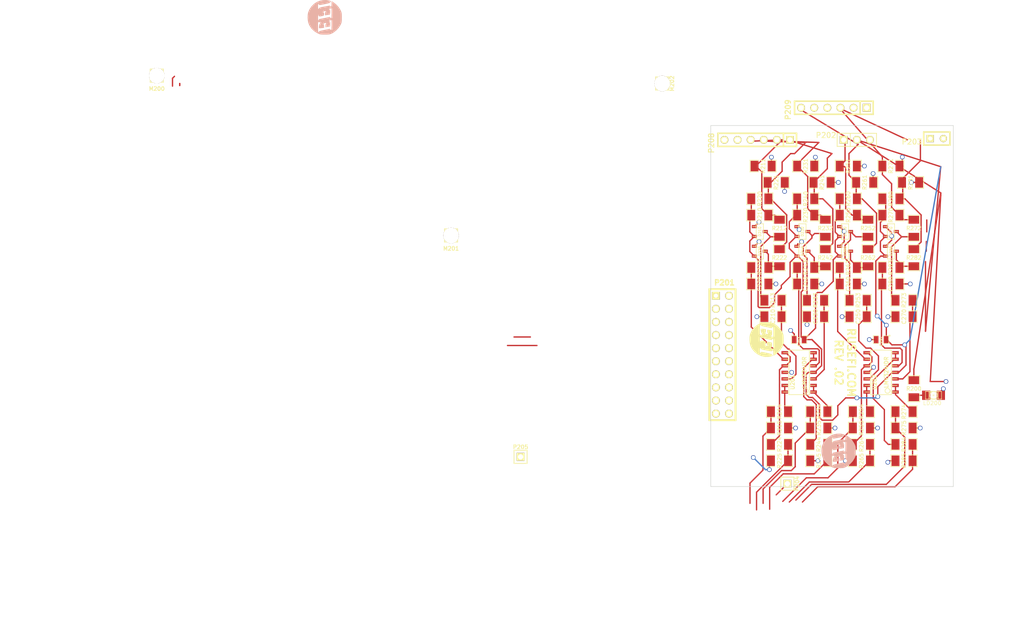
<source format=kicad_pcb>
(kicad_pcb (version 3) (host pcbnew "(2013-07-07 BZR 4022)-stable")

  (general
    (links 155)
    (no_connects 60)
    (area -11.557 69.282734 186.700001 190.510001)
    (thickness 1.6)
    (drawings 22)
    (tracks 538)
    (zones 0)
    (modules 83)
    (nets 46)
  )

  (page A)
  (title_block 
    (title "Analgo Protection board for RUSEFI.com")
    (rev .01)
    (company RUSEFI.com)
  )

  (layers
    (15 F.Cu signal)
    (0 B.Cu signal)
    (16 B.Adhes user)
    (17 F.Adhes user)
    (18 B.Paste user)
    (19 F.Paste user)
    (20 B.SilkS user)
    (21 F.SilkS user)
    (22 B.Mask user)
    (23 F.Mask user)
    (24 Dwgs.User user)
    (25 Cmts.User user)
    (26 Eco1.User user)
    (27 Eco2.User user)
    (28 Edge.Cuts user)
  )

  (setup
    (last_trace_width 0.254)
    (trace_clearance 0.2032)
    (zone_clearance 0.254)
    (zone_45_only no)
    (trace_min 0.254)
    (segment_width 0.2)
    (edge_width 0.1)
    (via_size 0.889)
    (via_drill 0.635)
    (via_min_size 0.889)
    (via_min_drill 0.508)
    (uvia_size 0.508)
    (uvia_drill 0.127)
    (uvias_allowed no)
    (uvia_min_size 0.508)
    (uvia_min_drill 0.127)
    (pcb_text_width 0.3)
    (pcb_text_size 1.5 1.5)
    (mod_edge_width 0.15)
    (mod_text_size 1 1)
    (mod_text_width 0.15)
    (pad_size 3 3)
    (pad_drill 3)
    (pad_to_mask_clearance 0)
    (aux_axis_origin 0 0)
    (visible_elements 7FFFFB3F)
    (pcbplotparams
      (layerselection 317751297)
      (usegerberextensions true)
      (excludeedgelayer true)
      (linewidth 0.150000)
      (plotframeref false)
      (viasonmask false)
      (mode 1)
      (useauxorigin false)
      (hpglpennumber 1)
      (hpglpenspeed 20)
      (hpglpendiameter 15)
      (hpglpenoverlay 2)
      (psnegative false)
      (psa4output false)
      (plotreference true)
      (plotvalue true)
      (plotothertext true)
      (plotinvisibletext false)
      (padsonsilk false)
      (subtractmaskfromsilk false)
      (outputformat 1)
      (mirror false)
      (drillshape 0)
      (scaleselection 1)
      (outputdirectory adc_amp_divider_mfg))
  )

  (net 0 "")
  (net 1 /INP1)
  (net 2 /INP2)
  (net 3 /INP3)
  (net 4 /INP4)
  (net 5 /INP5)
  (net 6 /INP6)
  (net 7 /INP7)
  (net 8 /INP8)
  (net 9 /OUT1)
  (net 10 /OUT2)
  (net 11 /OUT3)
  (net 12 /OUT4)
  (net 13 /OUT5)
  (net 14 /OUT6)
  (net 15 /OUT7)
  (net 16 /OUT8)
  (net 17 /PA5)
  (net 18 /PC0)
  (net 19 GND)
  (net 20 N-0000015)
  (net 21 N-0000020)
  (net 22 N-0000021)
  (net 23 N-0000022)
  (net 24 N-0000023)
  (net 25 N-0000024)
  (net 26 N-0000025)
  (net 27 N-0000026)
  (net 28 N-0000029)
  (net 29 N-0000030)
  (net 30 N-0000031)
  (net 31 N-0000032)
  (net 32 N-0000033)
  (net 33 N-0000034)
  (net 34 N-0000044)
  (net 35 N-0000050)
  (net 36 N-0000051)
  (net 37 N-0000055)
  (net 38 N-0000056)
  (net 39 N-0000057)
  (net 40 N-0000059)
  (net 41 N-0000062)
  (net 42 N-0000065)
  (net 43 N-0000069)
  (net 44 N-0000071)
  (net 45 VCC)

  (net_class Default "This is the default net class."
    (clearance 0.2032)
    (trace_width 0.254)
    (via_dia 0.889)
    (via_drill 0.635)
    (uvia_dia 0.508)
    (uvia_drill 0.127)
    (add_net "")
    (add_net /INP1)
    (add_net /INP2)
    (add_net /INP3)
    (add_net /INP4)
    (add_net /INP5)
    (add_net /INP6)
    (add_net /INP7)
    (add_net /INP8)
    (add_net /OUT1)
    (add_net /OUT2)
    (add_net /OUT3)
    (add_net /OUT4)
    (add_net /OUT5)
    (add_net /OUT6)
    (add_net /OUT7)
    (add_net /OUT8)
    (add_net /PA5)
    (add_net /PC0)
    (add_net GND)
    (add_net N-0000015)
    (add_net N-0000020)
    (add_net N-0000021)
    (add_net N-0000022)
    (add_net N-0000023)
    (add_net N-0000024)
    (add_net N-0000025)
    (add_net N-0000026)
    (add_net N-0000029)
    (add_net N-0000030)
    (add_net N-0000031)
    (add_net N-0000032)
    (add_net N-0000033)
    (add_net N-0000034)
    (add_net N-0000044)
    (add_net N-0000050)
    (add_net N-0000051)
    (add_net N-0000055)
    (add_net N-0000056)
    (add_net N-0000057)
    (add_net N-0000059)
    (add_net N-0000062)
    (add_net N-0000065)
    (add_net N-0000069)
    (add_net N-0000071)
    (add_net VCC)
  )

  (module PIN_ARRAY_1 (layer F.Cu) (tedit 52928799) (tstamp 5292877D)
    (at 116.586 85.852 270)
    (descr "1 pin")
    (tags "CONN DEV")
    (path /52896702)
    (fp_text reference M202 (at 0 -1.905 270) (layer F.SilkS)
      (effects (font (size 0.762 0.762) (thickness 0.1524)))
    )
    (fp_text value CONN_1 (at 0 -1.905 270) (layer F.SilkS) hide
      (effects (font (size 0.762 0.762) (thickness 0.1524)))
    )
    (fp_line (start 1.27 1.27) (end -1.27 1.27) (layer F.SilkS) (width 0.1524))
    (fp_line (start -1.27 -1.27) (end 1.27 -1.27) (layer F.SilkS) (width 0.1524))
    (fp_line (start -1.27 1.27) (end -1.27 -1.27) (layer F.SilkS) (width 0.1524))
    (fp_line (start 1.27 -1.27) (end 1.27 1.27) (layer F.SilkS) (width 0.1524))
    (pad 1 thru_hole circle (at 0 0 270) (size 3 3) (drill 3)
      (layers *.Cu *.Mask F.SilkS)
    )
  )

  (module PIN_ARRAY_1 (layer F.Cu) (tedit 52987390) (tstamp 5253077B)
    (at 75.692 115.316 90)
    (descr "1 pin")
    (tags "CONN DEV")
    (path /52530B0B)
    (fp_text reference M201 (at -2.54 0 180) (layer F.SilkS)
      (effects (font (size 0.762 0.762) (thickness 0.1524)))
    )
    (fp_text value CONN_1 (at 0 -1.905 90) (layer F.SilkS) hide
      (effects (font (size 0.762 0.762) (thickness 0.1524)))
    )
    (fp_line (start 1.27 1.27) (end -1.27 1.27) (layer F.SilkS) (width 0.1524))
    (fp_line (start -1.27 -1.27) (end 1.27 -1.27) (layer F.SilkS) (width 0.1524))
    (fp_line (start -1.27 1.27) (end -1.27 -1.27) (layer F.SilkS) (width 0.1524))
    (fp_line (start 1.27 -1.27) (end 1.27 1.27) (layer F.SilkS) (width 0.1524))
    (pad 1 thru_hole circle (at 0 0 90) (size 3 3) (drill 3)
      (layers *.Cu *.Mask F.SilkS)
    )
  )

  (module PIN_ARRAY_1 (layer F.Cu) (tedit 52987387) (tstamp 52530772)
    (at 18.669 84.328 90)
    (descr "1 pin")
    (tags "CONN DEV")
    (path /52530AFC)
    (fp_text reference M200 (at -2.54 0 180) (layer F.SilkS)
      (effects (font (size 0.762 0.762) (thickness 0.1524)))
    )
    (fp_text value CONN_1 (at 0 -1.905 90) (layer F.SilkS) hide
      (effects (font (size 0.762 0.762) (thickness 0.1524)))
    )
    (fp_line (start 1.27 1.27) (end -1.27 1.27) (layer F.SilkS) (width 0.1524))
    (fp_line (start -1.27 -1.27) (end 1.27 -1.27) (layer F.SilkS) (width 0.1524))
    (fp_line (start -1.27 1.27) (end -1.27 -1.27) (layer F.SilkS) (width 0.1524))
    (fp_line (start 1.27 -1.27) (end 1.27 1.27) (layer F.SilkS) (width 0.1524))
    (pad 1 thru_hole circle (at 0 0 90) (size 3 3) (drill 3)
      (layers *.Cu *.Mask F.SilkS)
    )
  )

  (module SM1206 (layer F.Cu) (tedit 5295C896) (tstamp 5234F6F2)
    (at 139.319 152.654)
    (path /5234EE80)
    (attr smd)
    (fp_text reference R215 (at 0 0 90) (layer F.SilkS)
      (effects (font (size 0.762 0.762) (thickness 0.127)))
    )
    (fp_text value 1500 (at 0 0) (layer F.SilkS) hide
      (effects (font (size 0.762 0.762) (thickness 0.127)))
    )
    (fp_line (start -2.54 -1.143) (end -2.54 1.143) (layer F.SilkS) (width 0.127))
    (fp_line (start -2.54 1.143) (end -0.889 1.143) (layer F.SilkS) (width 0.127))
    (fp_line (start 0.889 -1.143) (end 2.54 -1.143) (layer F.SilkS) (width 0.127))
    (fp_line (start 2.54 -1.143) (end 2.54 1.143) (layer F.SilkS) (width 0.127))
    (fp_line (start 2.54 1.143) (end 0.889 1.143) (layer F.SilkS) (width 0.127))
    (fp_line (start -0.889 -1.143) (end -2.54 -1.143) (layer F.SilkS) (width 0.127))
    (pad 1 smd rect (at -1.651 0) (size 1.524 2.032)
      (layers F.Cu F.Paste F.Mask)
      (net 9 /OUT1)
    )
    (pad 2 smd rect (at 1.651 0) (size 1.524 2.032)
      (layers F.Cu F.Paste F.Mask)
      (net 19 GND)
    )
    (model smd/chip_cms.wrl
      (at (xyz 0 0 0))
      (scale (xyz 0.17 0.16 0.16))
      (rotate (xyz 0 0 0))
    )
  )

  (module SM1206 (layer F.Cu) (tedit 5295C895) (tstamp 5234F6FE)
    (at 139.319 149.479 180)
    (path /5234EE8F)
    (attr smd)
    (fp_text reference R214 (at 0 0 270) (layer F.SilkS)
      (effects (font (size 0.762 0.762) (thickness 0.127)))
    )
    (fp_text value 1500 (at 0 0 180) (layer F.SilkS) hide
      (effects (font (size 0.762 0.762) (thickness 0.127)))
    )
    (fp_line (start -2.54 -1.143) (end -2.54 1.143) (layer F.SilkS) (width 0.127))
    (fp_line (start -2.54 1.143) (end -0.889 1.143) (layer F.SilkS) (width 0.127))
    (fp_line (start 0.889 -1.143) (end 2.54 -1.143) (layer F.SilkS) (width 0.127))
    (fp_line (start 2.54 -1.143) (end 2.54 1.143) (layer F.SilkS) (width 0.127))
    (fp_line (start 2.54 1.143) (end 0.889 1.143) (layer F.SilkS) (width 0.127))
    (fp_line (start -0.889 -1.143) (end -2.54 -1.143) (layer F.SilkS) (width 0.127))
    (pad 1 smd rect (at -1.651 0 180) (size 1.524 2.032)
      (layers F.Cu F.Paste F.Mask)
      (net 39 N-0000057)
    )
    (pad 2 smd rect (at 1.651 0 180) (size 1.524 2.032)
      (layers F.Cu F.Paste F.Mask)
      (net 9 /OUT1)
    )
    (model smd/chip_cms.wrl
      (at (xyz 0 0 0))
      (scale (xyz 0.17 0.16 0.16))
      (rotate (xyz 0 0 0))
    )
  )

  (module PIN_ARRAY_10X2 (layer F.Cu) (tedit 52AAEBFA) (tstamp 5234F712)
    (at 128.27 138.43 270)
    (descr "Double rangee de contacts 2 x 10 pins")
    (tags CONN)
    (path /5234F161)
    (fp_text reference P201 (at -13.97 -0.381 360) (layer F.SilkS)
      (effects (font (size 1.016 1.016) (thickness 0.254)))
    )
    (fp_text value CONN_10X2 (at 0 3.81 270) (layer F.SilkS) hide
      (effects (font (size 1.016 1.016) (thickness 0.2032)))
    )
    (fp_line (start 12.7 2.54) (end -12.7 2.54) (layer F.SilkS) (width 0.381))
    (fp_line (start -12.7 -2.54) (end 12.7 -2.54) (layer F.SilkS) (width 0.381))
    (fp_line (start -12.7 -2.54) (end -12.7 2.54) (layer F.SilkS) (width 0.381))
    (fp_line (start 12.7 2.54) (end 12.7 -2.54) (layer F.SilkS) (width 0.381))
    (pad 1 thru_hole rect (at -11.43 1.27 270) (size 1.524 1.524) (drill 0.8128)
      (layers *.Cu *.Mask F.SilkS)
      (net 19 GND)
    )
    (pad 2 thru_hole circle (at -11.43 -1.27 270) (size 1.524 1.524) (drill 1.016)
      (layers *.Cu *.Mask F.SilkS)
      (net 19 GND)
    )
    (pad 3 thru_hole circle (at -8.89 1.27 270) (size 1.524 1.524) (drill 1.016)
      (layers *.Cu *.Mask F.SilkS)
    )
    (pad 4 thru_hole circle (at -8.89 -1.27 270) (size 1.524 1.524) (drill 1.016)
      (layers *.Cu *.Mask F.SilkS)
    )
    (pad 5 thru_hole circle (at -6.35 1.27 270) (size 1.524 1.524) (drill 1.016)
      (layers *.Cu *.Mask F.SilkS)
      (net 19 GND)
    )
    (pad 6 thru_hole circle (at -6.35 -1.27 270) (size 1.524 1.524) (drill 1.016)
      (layers *.Cu *.Mask F.SilkS)
    )
    (pad 7 thru_hole circle (at -3.81 1.27 270) (size 1.524 1.524) (drill 1.016)
      (layers *.Cu *.Mask F.SilkS)
    )
    (pad 8 thru_hole circle (at -3.81 -1.27 270) (size 1.524 1.524) (drill 1.016)
      (layers *.Cu *.Mask F.SilkS)
      (net 18 /PC0)
    )
    (pad 9 thru_hole circle (at -1.27 1.27 270) (size 1.524 1.524) (drill 1.016)
      (layers *.Cu *.Mask F.SilkS)
    )
    (pad 10 thru_hole circle (at -1.27 -1.27 270) (size 1.524 1.524) (drill 1.016)
      (layers *.Cu *.Mask F.SilkS)
    )
    (pad 11 thru_hole circle (at 1.27 1.27 270) (size 1.524 1.524) (drill 1.016)
      (layers *.Cu *.Mask F.SilkS)
      (net 16 /OUT8)
    )
    (pad 12 thru_hole circle (at 1.27 -1.27 270) (size 1.524 1.524) (drill 1.016)
      (layers *.Cu *.Mask F.SilkS)
    )
    (pad 13 thru_hole circle (at 3.81 1.27 270) (size 1.524 1.524) (drill 1.016)
      (layers *.Cu *.Mask F.SilkS)
      (net 14 /OUT6)
    )
    (pad 14 thru_hole circle (at 3.81 -1.27 270) (size 1.524 1.524) (drill 1.016)
      (layers *.Cu *.Mask F.SilkS)
      (net 15 /OUT7)
    )
    (pad 15 thru_hole circle (at 6.35 1.27 270) (size 1.524 1.524) (drill 1.016)
      (layers *.Cu *.Mask F.SilkS)
      (net 17 /PA5)
    )
    (pad 16 thru_hole circle (at 6.35 -1.27 270) (size 1.524 1.524) (drill 1.016)
      (layers *.Cu *.Mask F.SilkS)
      (net 13 /OUT5)
    )
    (pad 17 thru_hole circle (at 8.89 1.27 270) (size 1.524 1.524) (drill 1.016)
      (layers *.Cu *.Mask F.SilkS)
      (net 11 /OUT3)
    )
    (pad 18 thru_hole circle (at 8.89 -1.27 270) (size 1.524 1.524) (drill 1.016)
      (layers *.Cu *.Mask F.SilkS)
      (net 12 /OUT4)
    )
    (pad 19 thru_hole circle (at 11.43 1.27 270) (size 1.524 1.524) (drill 1.016)
      (layers *.Cu *.Mask F.SilkS)
      (net 9 /OUT1)
    )
    (pad 20 thru_hole circle (at 11.43 -1.27 270) (size 1.524 1.524) (drill 1.016)
      (layers *.Cu *.Mask F.SilkS)
      (net 10 /OUT2)
    )
    (model pin_array/pins_array_12x2.wrl
      (at (xyz 0 0 0))
      (scale (xyz 1 1 1))
      (rotate (xyz 0 0 0))
    )
  )

  (module SM1206 (layer F.Cu) (tedit 5295C856) (tstamp 524F78BF)
    (at 136.144 101.854)
    (path /52350E9D)
    (attr smd)
    (fp_text reference R211 (at 0 0 90) (layer F.SilkS)
      (effects (font (size 0.762 0.762) (thickness 0.127)))
    )
    (fp_text value 500K (at 0 0) (layer F.SilkS) hide
      (effects (font (size 0.762 0.762) (thickness 0.127)))
    )
    (fp_line (start -2.54 -1.143) (end -2.54 1.143) (layer F.SilkS) (width 0.127))
    (fp_line (start -2.54 1.143) (end -0.889 1.143) (layer F.SilkS) (width 0.127))
    (fp_line (start 0.889 -1.143) (end 2.54 -1.143) (layer F.SilkS) (width 0.127))
    (fp_line (start 2.54 -1.143) (end 2.54 1.143) (layer F.SilkS) (width 0.127))
    (fp_line (start 2.54 1.143) (end 0.889 1.143) (layer F.SilkS) (width 0.127))
    (fp_line (start -0.889 -1.143) (end -2.54 -1.143) (layer F.SilkS) (width 0.127))
    (pad 1 smd rect (at -1.651 0) (size 1.524 2.032)
      (layers F.Cu F.Paste F.Mask)
      (net 1 /INP1)
    )
    (pad 2 smd rect (at 1.651 0) (size 1.524 2.032)
      (layers F.Cu F.Paste F.Mask)
      (net 19 GND)
    )
    (model smd/chip_cms.wrl
      (at (xyz 0 0 0))
      (scale (xyz 0.17 0.16 0.16))
      (rotate (xyz 0 0 0))
    )
  )

  (module SM1206 (layer F.Cu) (tedit 5295C89B) (tstamp 52351546)
    (at 139.319 159.004 180)
    (path /5235311B)
    (attr smd)
    (fp_text reference R225 (at 0 0 270) (layer F.SilkS)
      (effects (font (size 0.762 0.762) (thickness 0.127)))
    )
    (fp_text value 1500 (at 0 0 180) (layer F.SilkS) hide
      (effects (font (size 0.762 0.762) (thickness 0.127)))
    )
    (fp_line (start -2.54 -1.143) (end -2.54 1.143) (layer F.SilkS) (width 0.127))
    (fp_line (start -2.54 1.143) (end -0.889 1.143) (layer F.SilkS) (width 0.127))
    (fp_line (start 0.889 -1.143) (end 2.54 -1.143) (layer F.SilkS) (width 0.127))
    (fp_line (start 2.54 -1.143) (end 2.54 1.143) (layer F.SilkS) (width 0.127))
    (fp_line (start 2.54 1.143) (end 0.889 1.143) (layer F.SilkS) (width 0.127))
    (fp_line (start -0.889 -1.143) (end -2.54 -1.143) (layer F.SilkS) (width 0.127))
    (pad 1 smd rect (at -1.651 0 180) (size 1.524 2.032)
      (layers F.Cu F.Paste F.Mask)
      (net 10 /OUT2)
    )
    (pad 2 smd rect (at 1.651 0 180) (size 1.524 2.032)
      (layers F.Cu F.Paste F.Mask)
      (net 19 GND)
    )
    (model smd/chip_cms.wrl
      (at (xyz 0 0 0))
      (scale (xyz 0.17 0.16 0.16))
      (rotate (xyz 0 0 0))
    )
  )

  (module SM1206 (layer F.Cu) (tedit 5295C897) (tstamp 52351552)
    (at 139.319 155.829)
    (path /52353061)
    (attr smd)
    (fp_text reference R224 (at 0 0 90) (layer F.SilkS)
      (effects (font (size 0.762 0.762) (thickness 0.127)))
    )
    (fp_text value 1500 (at 0 0) (layer F.SilkS) hide
      (effects (font (size 0.762 0.762) (thickness 0.127)))
    )
    (fp_line (start -2.54 -1.143) (end -2.54 1.143) (layer F.SilkS) (width 0.127))
    (fp_line (start -2.54 1.143) (end -0.889 1.143) (layer F.SilkS) (width 0.127))
    (fp_line (start 0.889 -1.143) (end 2.54 -1.143) (layer F.SilkS) (width 0.127))
    (fp_line (start 2.54 -1.143) (end 2.54 1.143) (layer F.SilkS) (width 0.127))
    (fp_line (start 2.54 1.143) (end 0.889 1.143) (layer F.SilkS) (width 0.127))
    (fp_line (start -0.889 -1.143) (end -2.54 -1.143) (layer F.SilkS) (width 0.127))
    (pad 1 smd rect (at -1.651 0) (size 1.524 2.032)
      (layers F.Cu F.Paste F.Mask)
      (net 40 N-0000059)
    )
    (pad 2 smd rect (at 1.651 0) (size 1.524 2.032)
      (layers F.Cu F.Paste F.Mask)
      (net 10 /OUT2)
    )
    (model smd/chip_cms.wrl
      (at (xyz 0 0 0))
      (scale (xyz 0.17 0.16 0.16))
      (rotate (xyz 0 0 0))
    )
  )

  (module SM1206 (layer F.Cu) (tedit 5295C857) (tstamp 5235155E)
    (at 138.684 105.029)
    (path /52351952)
    (attr smd)
    (fp_text reference R221 (at 0 0 90) (layer F.SilkS)
      (effects (font (size 0.762 0.762) (thickness 0.127)))
    )
    (fp_text value 500K (at 0 0) (layer F.SilkS) hide
      (effects (font (size 0.762 0.762) (thickness 0.127)))
    )
    (fp_line (start -2.54 -1.143) (end -2.54 1.143) (layer F.SilkS) (width 0.127))
    (fp_line (start -2.54 1.143) (end -0.889 1.143) (layer F.SilkS) (width 0.127))
    (fp_line (start 0.889 -1.143) (end 2.54 -1.143) (layer F.SilkS) (width 0.127))
    (fp_line (start 2.54 -1.143) (end 2.54 1.143) (layer F.SilkS) (width 0.127))
    (fp_line (start 2.54 1.143) (end 0.889 1.143) (layer F.SilkS) (width 0.127))
    (fp_line (start -0.889 -1.143) (end -2.54 -1.143) (layer F.SilkS) (width 0.127))
    (pad 1 smd rect (at -1.651 0) (size 1.524 2.032)
      (layers F.Cu F.Paste F.Mask)
      (net 2 /INP2)
    )
    (pad 2 smd rect (at 1.651 0) (size 1.524 2.032)
      (layers F.Cu F.Paste F.Mask)
      (net 19 GND)
    )
    (model smd/chip_cms.wrl
      (at (xyz 0 0 0))
      (scale (xyz 0.17 0.16 0.16))
      (rotate (xyz 0 0 0))
    )
  )

  (module SM1206 (layer F.Cu) (tedit 5295C8B3) (tstamp 5235324A)
    (at 146.939 152.654)
    (path /524B78D4)
    (attr smd)
    (fp_text reference R235 (at 0 0 90) (layer F.SilkS)
      (effects (font (size 0.762 0.762) (thickness 0.127)))
    )
    (fp_text value 1500 (at 0 0) (layer F.SilkS) hide
      (effects (font (size 0.762 0.762) (thickness 0.127)))
    )
    (fp_line (start -2.54 -1.143) (end -2.54 1.143) (layer F.SilkS) (width 0.127))
    (fp_line (start -2.54 1.143) (end -0.889 1.143) (layer F.SilkS) (width 0.127))
    (fp_line (start 0.889 -1.143) (end 2.54 -1.143) (layer F.SilkS) (width 0.127))
    (fp_line (start 2.54 -1.143) (end 2.54 1.143) (layer F.SilkS) (width 0.127))
    (fp_line (start 2.54 1.143) (end 0.889 1.143) (layer F.SilkS) (width 0.127))
    (fp_line (start -0.889 -1.143) (end -2.54 -1.143) (layer F.SilkS) (width 0.127))
    (pad 1 smd rect (at -1.651 0) (size 1.524 2.032)
      (layers F.Cu F.Paste F.Mask)
      (net 11 /OUT3)
    )
    (pad 2 smd rect (at 1.651 0) (size 1.524 2.032)
      (layers F.Cu F.Paste F.Mask)
      (net 19 GND)
    )
    (model smd/chip_cms.wrl
      (at (xyz 0 0 0))
      (scale (xyz 0.17 0.16 0.16))
      (rotate (xyz 0 0 0))
    )
  )

  (module SM1206 (layer F.Cu) (tedit 5295C8B4) (tstamp 52353256)
    (at 146.939 149.479 180)
    (path /524B78DA)
    (attr smd)
    (fp_text reference R234 (at 0 0 270) (layer F.SilkS)
      (effects (font (size 0.762 0.762) (thickness 0.127)))
    )
    (fp_text value 1500 (at 0 0 180) (layer F.SilkS) hide
      (effects (font (size 0.762 0.762) (thickness 0.127)))
    )
    (fp_line (start -2.54 -1.143) (end -2.54 1.143) (layer F.SilkS) (width 0.127))
    (fp_line (start -2.54 1.143) (end -0.889 1.143) (layer F.SilkS) (width 0.127))
    (fp_line (start 0.889 -1.143) (end 2.54 -1.143) (layer F.SilkS) (width 0.127))
    (fp_line (start 2.54 -1.143) (end 2.54 1.143) (layer F.SilkS) (width 0.127))
    (fp_line (start 2.54 1.143) (end 0.889 1.143) (layer F.SilkS) (width 0.127))
    (fp_line (start -0.889 -1.143) (end -2.54 -1.143) (layer F.SilkS) (width 0.127))
    (pad 1 smd rect (at -1.651 0 180) (size 1.524 2.032)
      (layers F.Cu F.Paste F.Mask)
      (net 41 N-0000062)
    )
    (pad 2 smd rect (at 1.651 0 180) (size 1.524 2.032)
      (layers F.Cu F.Paste F.Mask)
      (net 11 /OUT3)
    )
    (model smd/chip_cms.wrl
      (at (xyz 0 0 0))
      (scale (xyz 0.17 0.16 0.16))
      (rotate (xyz 0 0 0))
    )
  )

  (module SM1206 (layer F.Cu) (tedit 5295C855) (tstamp 52353262)
    (at 144.399 101.854)
    (path /524B7902)
    (attr smd)
    (fp_text reference R231 (at 0 0 90) (layer F.SilkS)
      (effects (font (size 0.762 0.762) (thickness 0.127)))
    )
    (fp_text value 500K (at 0 0) (layer F.SilkS) hide
      (effects (font (size 0.762 0.762) (thickness 0.127)))
    )
    (fp_line (start -2.54 -1.143) (end -2.54 1.143) (layer F.SilkS) (width 0.127))
    (fp_line (start -2.54 1.143) (end -0.889 1.143) (layer F.SilkS) (width 0.127))
    (fp_line (start 0.889 -1.143) (end 2.54 -1.143) (layer F.SilkS) (width 0.127))
    (fp_line (start 2.54 -1.143) (end 2.54 1.143) (layer F.SilkS) (width 0.127))
    (fp_line (start 2.54 1.143) (end 0.889 1.143) (layer F.SilkS) (width 0.127))
    (fp_line (start -0.889 -1.143) (end -2.54 -1.143) (layer F.SilkS) (width 0.127))
    (pad 1 smd rect (at -1.651 0) (size 1.524 2.032)
      (layers F.Cu F.Paste F.Mask)
      (net 3 /INP3)
    )
    (pad 2 smd rect (at 1.651 0) (size 1.524 2.032)
      (layers F.Cu F.Paste F.Mask)
      (net 19 GND)
    )
    (model smd/chip_cms.wrl
      (at (xyz 0 0 0))
      (scale (xyz 0.17 0.16 0.16))
      (rotate (xyz 0 0 0))
    )
  )

  (module SM1206 (layer F.Cu) (tedit 5295C859) (tstamp 523F4724)
    (at 147.574 105.029)
    (path /524B7914)
    (attr smd)
    (fp_text reference R241 (at 0 0 90) (layer F.SilkS)
      (effects (font (size 0.762 0.762) (thickness 0.127)))
    )
    (fp_text value 500K (at 0 0) (layer F.SilkS) hide
      (effects (font (size 0.762 0.762) (thickness 0.127)))
    )
    (fp_line (start -2.54 -1.143) (end -2.54 1.143) (layer F.SilkS) (width 0.127))
    (fp_line (start -2.54 1.143) (end -0.889 1.143) (layer F.SilkS) (width 0.127))
    (fp_line (start 0.889 -1.143) (end 2.54 -1.143) (layer F.SilkS) (width 0.127))
    (fp_line (start 2.54 -1.143) (end 2.54 1.143) (layer F.SilkS) (width 0.127))
    (fp_line (start 2.54 1.143) (end 0.889 1.143) (layer F.SilkS) (width 0.127))
    (fp_line (start -0.889 -1.143) (end -2.54 -1.143) (layer F.SilkS) (width 0.127))
    (pad 1 smd rect (at -1.651 0) (size 1.524 2.032)
      (layers F.Cu F.Paste F.Mask)
      (net 4 /INP4)
    )
    (pad 2 smd rect (at 1.651 0) (size 1.524 2.032)
      (layers F.Cu F.Paste F.Mask)
      (net 19 GND)
    )
    (model smd/chip_cms.wrl
      (at (xyz 0 0 0))
      (scale (xyz 0.17 0.16 0.16))
      (rotate (xyz 0 0 0))
    )
  )

  (module SM1206 (layer F.Cu) (tedit 5295C8B3) (tstamp 523F4730)
    (at 146.939 155.829)
    (path /524B7920)
    (attr smd)
    (fp_text reference R244 (at 0 0 90) (layer F.SilkS)
      (effects (font (size 0.762 0.762) (thickness 0.127)))
    )
    (fp_text value 1500 (at 0 0) (layer F.SilkS) hide
      (effects (font (size 0.762 0.762) (thickness 0.127)))
    )
    (fp_line (start -2.54 -1.143) (end -2.54 1.143) (layer F.SilkS) (width 0.127))
    (fp_line (start -2.54 1.143) (end -0.889 1.143) (layer F.SilkS) (width 0.127))
    (fp_line (start 0.889 -1.143) (end 2.54 -1.143) (layer F.SilkS) (width 0.127))
    (fp_line (start 2.54 -1.143) (end 2.54 1.143) (layer F.SilkS) (width 0.127))
    (fp_line (start 2.54 1.143) (end 0.889 1.143) (layer F.SilkS) (width 0.127))
    (fp_line (start -0.889 -1.143) (end -2.54 -1.143) (layer F.SilkS) (width 0.127))
    (pad 1 smd rect (at -1.651 0) (size 1.524 2.032)
      (layers F.Cu F.Paste F.Mask)
      (net 34 N-0000044)
    )
    (pad 2 smd rect (at 1.651 0) (size 1.524 2.032)
      (layers F.Cu F.Paste F.Mask)
      (net 12 /OUT4)
    )
    (model smd/chip_cms.wrl
      (at (xyz 0 0 0))
      (scale (xyz 0.17 0.16 0.16))
      (rotate (xyz 0 0 0))
    )
  )

  (module SM1206 (layer F.Cu) (tedit 5295C8B2) (tstamp 523F473C)
    (at 146.939 159.004 180)
    (path /524B7926)
    (attr smd)
    (fp_text reference R245 (at 0 0 270) (layer F.SilkS)
      (effects (font (size 0.762 0.762) (thickness 0.127)))
    )
    (fp_text value 1500 (at 0 0 180) (layer F.SilkS) hide
      (effects (font (size 0.762 0.762) (thickness 0.127)))
    )
    (fp_line (start -2.54 -1.143) (end -2.54 1.143) (layer F.SilkS) (width 0.127))
    (fp_line (start -2.54 1.143) (end -0.889 1.143) (layer F.SilkS) (width 0.127))
    (fp_line (start 0.889 -1.143) (end 2.54 -1.143) (layer F.SilkS) (width 0.127))
    (fp_line (start 2.54 -1.143) (end 2.54 1.143) (layer F.SilkS) (width 0.127))
    (fp_line (start 2.54 1.143) (end 0.889 1.143) (layer F.SilkS) (width 0.127))
    (fp_line (start -0.889 -1.143) (end -2.54 -1.143) (layer F.SilkS) (width 0.127))
    (pad 1 smd rect (at -1.651 0 180) (size 1.524 2.032)
      (layers F.Cu F.Paste F.Mask)
      (net 12 /OUT4)
    )
    (pad 2 smd rect (at 1.651 0 180) (size 1.524 2.032)
      (layers F.Cu F.Paste F.Mask)
      (net 19 GND)
    )
    (model smd/chip_cms.wrl
      (at (xyz 0 0 0))
      (scale (xyz 0.17 0.16 0.16))
      (rotate (xyz 0 0 0))
    )
  )

  (module SM1206 (layer F.Cu) (tedit 5295C890) (tstamp 524A3351)
    (at 138.049 127.889)
    (path /524A093F)
    (attr smd)
    (fp_text reference R213 (at 0 0 90) (layer F.SilkS)
      (effects (font (size 0.762 0.762) (thickness 0.127)))
    )
    (fp_text value 100 (at 0 0) (layer F.SilkS) hide
      (effects (font (size 0.762 0.762) (thickness 0.127)))
    )
    (fp_line (start -2.54 -1.143) (end -2.54 1.143) (layer F.SilkS) (width 0.127))
    (fp_line (start -2.54 1.143) (end -0.889 1.143) (layer F.SilkS) (width 0.127))
    (fp_line (start 0.889 -1.143) (end 2.54 -1.143) (layer F.SilkS) (width 0.127))
    (fp_line (start 2.54 -1.143) (end 2.54 1.143) (layer F.SilkS) (width 0.127))
    (fp_line (start 2.54 1.143) (end 0.889 1.143) (layer F.SilkS) (width 0.127))
    (fp_line (start -0.889 -1.143) (end -2.54 -1.143) (layer F.SilkS) (width 0.127))
    (pad 1 smd rect (at -1.651 0) (size 1.524 2.032)
      (layers F.Cu F.Paste F.Mask)
      (net 20 N-0000015)
    )
    (pad 2 smd rect (at 1.651 0) (size 1.524 2.032)
      (layers F.Cu F.Paste F.Mask)
      (net 43 N-0000069)
    )
    (model smd/chip_cms.wrl
      (at (xyz 0 0 0))
      (scale (xyz 0.17 0.16 0.16))
      (rotate (xyz 0 0 0))
    )
  )

  (module SM1206 (layer F.Cu) (tedit 5295C889) (tstamp 524F78D9)
    (at 135.509 111.379 180)
    (path /524A0A89)
    (attr smd)
    (fp_text reference R210 (at 0 0 270) (layer F.SilkS)
      (effects (font (size 0.762 0.762) (thickness 0.127)))
    )
    (fp_text value 2700 (at 0 0 180) (layer F.SilkS) hide
      (effects (font (size 0.762 0.762) (thickness 0.127)))
    )
    (fp_line (start -2.54 -1.143) (end -2.54 1.143) (layer F.SilkS) (width 0.127))
    (fp_line (start -2.54 1.143) (end -0.889 1.143) (layer F.SilkS) (width 0.127))
    (fp_line (start 0.889 -1.143) (end 2.54 -1.143) (layer F.SilkS) (width 0.127))
    (fp_line (start 2.54 -1.143) (end 2.54 1.143) (layer F.SilkS) (width 0.127))
    (fp_line (start 2.54 1.143) (end 0.889 1.143) (layer F.SilkS) (width 0.127))
    (fp_line (start -0.889 -1.143) (end -2.54 -1.143) (layer F.SilkS) (width 0.127))
    (pad 1 smd rect (at -1.651 0 180) (size 1.524 2.032)
      (layers F.Cu F.Paste F.Mask)
      (net 1 /INP1)
    )
    (pad 2 smd rect (at 1.651 0 180) (size 1.524 2.032)
      (layers F.Cu F.Paste F.Mask)
      (net 45 VCC)
    )
    (model smd/chip_cms.wrl
      (at (xyz 0 0 0))
      (scale (xyz 0.17 0.16 0.16))
      (rotate (xyz 0 0 0))
    )
  )

  (module SM1206 (layer F.Cu) (tedit 5295C88F) (tstamp 524B72DC)
    (at 135.509 124.714 180)
    (path /524B71C8)
    (attr smd)
    (fp_text reference C220 (at 0 0 270) (layer F.SilkS)
      (effects (font (size 0.762 0.762) (thickness 0.127)))
    )
    (fp_text value 0.01uF (at 0 0 180) (layer F.SilkS) hide
      (effects (font (size 0.762 0.762) (thickness 0.127)))
    )
    (fp_line (start -2.54 -1.143) (end -2.54 1.143) (layer F.SilkS) (width 0.127))
    (fp_line (start -2.54 1.143) (end -0.889 1.143) (layer F.SilkS) (width 0.127))
    (fp_line (start 0.889 -1.143) (end 2.54 -1.143) (layer F.SilkS) (width 0.127))
    (fp_line (start 2.54 -1.143) (end 2.54 1.143) (layer F.SilkS) (width 0.127))
    (fp_line (start 2.54 1.143) (end 0.889 1.143) (layer F.SilkS) (width 0.127))
    (fp_line (start -0.889 -1.143) (end -2.54 -1.143) (layer F.SilkS) (width 0.127))
    (pad 1 smd rect (at -1.651 0 180) (size 1.524 2.032)
      (layers F.Cu F.Paste F.Mask)
      (net 19 GND)
    )
    (pad 2 smd rect (at 1.651 0 180) (size 1.524 2.032)
      (layers F.Cu F.Paste F.Mask)
      (net 42 N-0000065)
    )
    (model smd/chip_cms.wrl
      (at (xyz 0 0 0))
      (scale (xyz 0.17 0.16 0.16))
      (rotate (xyz 0 0 0))
    )
  )

  (module SM1206 (layer F.Cu) (tedit 5295C891) (tstamp 524B72E8)
    (at 138.049 131.064)
    (path /524A0957)
    (attr smd)
    (fp_text reference C210 (at 0 0 90) (layer F.SilkS)
      (effects (font (size 0.762 0.762) (thickness 0.127)))
    )
    (fp_text value 0.01uF (at 0 0) (layer F.SilkS) hide
      (effects (font (size 0.762 0.762) (thickness 0.127)))
    )
    (fp_line (start -2.54 -1.143) (end -2.54 1.143) (layer F.SilkS) (width 0.127))
    (fp_line (start -2.54 1.143) (end -0.889 1.143) (layer F.SilkS) (width 0.127))
    (fp_line (start 0.889 -1.143) (end 2.54 -1.143) (layer F.SilkS) (width 0.127))
    (fp_line (start 2.54 -1.143) (end 2.54 1.143) (layer F.SilkS) (width 0.127))
    (fp_line (start 2.54 1.143) (end 0.889 1.143) (layer F.SilkS) (width 0.127))
    (fp_line (start -0.889 -1.143) (end -2.54 -1.143) (layer F.SilkS) (width 0.127))
    (pad 1 smd rect (at -1.651 0) (size 1.524 2.032)
      (layers F.Cu F.Paste F.Mask)
      (net 19 GND)
    )
    (pad 2 smd rect (at 1.651 0) (size 1.524 2.032)
      (layers F.Cu F.Paste F.Mask)
      (net 43 N-0000069)
    )
    (model smd/chip_cms.wrl
      (at (xyz 0 0 0))
      (scale (xyz 0.17 0.16 0.16))
      (rotate (xyz 0 0 0))
    )
  )

  (module SM1206 (layer F.Cu) (tedit 5295C88D) (tstamp 524B72F4)
    (at 135.509 121.539 180)
    (path /524B71C2)
    (attr smd)
    (fp_text reference R223 (at 0 0 270) (layer F.SilkS)
      (effects (font (size 0.762 0.762) (thickness 0.127)))
    )
    (fp_text value 100 (at 0 0 180) (layer F.SilkS) hide
      (effects (font (size 0.762 0.762) (thickness 0.127)))
    )
    (fp_line (start -2.54 -1.143) (end -2.54 1.143) (layer F.SilkS) (width 0.127))
    (fp_line (start -2.54 1.143) (end -0.889 1.143) (layer F.SilkS) (width 0.127))
    (fp_line (start 0.889 -1.143) (end 2.54 -1.143) (layer F.SilkS) (width 0.127))
    (fp_line (start 2.54 -1.143) (end 2.54 1.143) (layer F.SilkS) (width 0.127))
    (fp_line (start 2.54 1.143) (end 0.889 1.143) (layer F.SilkS) (width 0.127))
    (fp_line (start -0.889 -1.143) (end -2.54 -1.143) (layer F.SilkS) (width 0.127))
    (pad 1 smd rect (at -1.651 0 180) (size 1.524 2.032)
      (layers F.Cu F.Paste F.Mask)
      (net 22 N-0000021)
    )
    (pad 2 smd rect (at 1.651 0 180) (size 1.524 2.032)
      (layers F.Cu F.Paste F.Mask)
      (net 42 N-0000065)
    )
    (model smd/chip_cms.wrl
      (at (xyz 0 0 0))
      (scale (xyz 0.17 0.16 0.16))
      (rotate (xyz 0 0 0))
    )
  )

  (module SM1206 (layer F.Cu) (tedit 5295C887) (tstamp 524B730C)
    (at 135.509 108.204 180)
    (path /524B7296)
    (attr smd)
    (fp_text reference R220 (at 0 0 270) (layer F.SilkS)
      (effects (font (size 0.762 0.762) (thickness 0.127)))
    )
    (fp_text value 2700 (at 0 0 180) (layer F.SilkS) hide
      (effects (font (size 0.762 0.762) (thickness 0.127)))
    )
    (fp_line (start -2.54 -1.143) (end -2.54 1.143) (layer F.SilkS) (width 0.127))
    (fp_line (start -2.54 1.143) (end -0.889 1.143) (layer F.SilkS) (width 0.127))
    (fp_line (start 0.889 -1.143) (end 2.54 -1.143) (layer F.SilkS) (width 0.127))
    (fp_line (start 2.54 -1.143) (end 2.54 1.143) (layer F.SilkS) (width 0.127))
    (fp_line (start 2.54 1.143) (end 0.889 1.143) (layer F.SilkS) (width 0.127))
    (fp_line (start -0.889 -1.143) (end -2.54 -1.143) (layer F.SilkS) (width 0.127))
    (pad 1 smd rect (at -1.651 0 180) (size 1.524 2.032)
      (layers F.Cu F.Paste F.Mask)
      (net 2 /INP2)
    )
    (pad 2 smd rect (at 1.651 0 180) (size 1.524 2.032)
      (layers F.Cu F.Paste F.Mask)
      (net 45 VCC)
    )
    (model smd/chip_cms.wrl
      (at (xyz 0 0 0))
      (scale (xyz 0.17 0.16 0.16))
      (rotate (xyz 0 0 0))
    )
  )

  (module SM1206 (layer F.Cu) (tedit 5295C881) (tstamp 524B791A)
    (at 146.304 127.889)
    (path /524B7954)
    (attr smd)
    (fp_text reference R233 (at 0 0 90) (layer F.SilkS)
      (effects (font (size 0.762 0.762) (thickness 0.127)))
    )
    (fp_text value 100 (at 0 0) (layer F.SilkS) hide
      (effects (font (size 0.762 0.762) (thickness 0.127)))
    )
    (fp_line (start -2.54 -1.143) (end -2.54 1.143) (layer F.SilkS) (width 0.127))
    (fp_line (start -2.54 1.143) (end -0.889 1.143) (layer F.SilkS) (width 0.127))
    (fp_line (start 0.889 -1.143) (end 2.54 -1.143) (layer F.SilkS) (width 0.127))
    (fp_line (start 2.54 -1.143) (end 2.54 1.143) (layer F.SilkS) (width 0.127))
    (fp_line (start 2.54 1.143) (end 0.889 1.143) (layer F.SilkS) (width 0.127))
    (fp_line (start -0.889 -1.143) (end -2.54 -1.143) (layer F.SilkS) (width 0.127))
    (pad 1 smd rect (at -1.651 0) (size 1.524 2.032)
      (layers F.Cu F.Paste F.Mask)
      (net 44 N-0000071)
    )
    (pad 2 smd rect (at 1.651 0) (size 1.524 2.032)
      (layers F.Cu F.Paste F.Mask)
      (net 27 N-0000026)
    )
    (model smd/chip_cms.wrl
      (at (xyz 0 0 0))
      (scale (xyz 0.17 0.16 0.16))
      (rotate (xyz 0 0 0))
    )
  )

  (module SM1206 (layer F.Cu) (tedit 5295C884) (tstamp 524B7932)
    (at 144.399 111.379 180)
    (path /524B7962)
    (attr smd)
    (fp_text reference R230 (at 0 0 270) (layer F.SilkS)
      (effects (font (size 0.762 0.762) (thickness 0.127)))
    )
    (fp_text value 2700 (at 0 0 180) (layer F.SilkS) hide
      (effects (font (size 0.762 0.762) (thickness 0.127)))
    )
    (fp_line (start -2.54 -1.143) (end -2.54 1.143) (layer F.SilkS) (width 0.127))
    (fp_line (start -2.54 1.143) (end -0.889 1.143) (layer F.SilkS) (width 0.127))
    (fp_line (start 0.889 -1.143) (end 2.54 -1.143) (layer F.SilkS) (width 0.127))
    (fp_line (start 2.54 -1.143) (end 2.54 1.143) (layer F.SilkS) (width 0.127))
    (fp_line (start 2.54 1.143) (end 0.889 1.143) (layer F.SilkS) (width 0.127))
    (fp_line (start -0.889 -1.143) (end -2.54 -1.143) (layer F.SilkS) (width 0.127))
    (pad 1 smd rect (at -1.651 0 180) (size 1.524 2.032)
      (layers F.Cu F.Paste F.Mask)
      (net 3 /INP3)
    )
    (pad 2 smd rect (at 1.651 0 180) (size 1.524 2.032)
      (layers F.Cu F.Paste F.Mask)
      (net 45 VCC)
    )
    (model smd/chip_cms.wrl
      (at (xyz 0 0 0))
      (scale (xyz 0.17 0.16 0.16))
      (rotate (xyz 0 0 0))
    )
  )

  (module SM1206 (layer F.Cu) (tedit 5295C87F) (tstamp 52929AB2)
    (at 144.399 121.539 180)
    (path /524B7976)
    (attr smd)
    (fp_text reference R243 (at 0 0 270) (layer F.SilkS)
      (effects (font (size 0.762 0.762) (thickness 0.127)))
    )
    (fp_text value 100 (at 0 0 180) (layer F.SilkS) hide
      (effects (font (size 0.762 0.762) (thickness 0.127)))
    )
    (fp_line (start -2.54 -1.143) (end -2.54 1.143) (layer F.SilkS) (width 0.127))
    (fp_line (start -2.54 1.143) (end -0.889 1.143) (layer F.SilkS) (width 0.127))
    (fp_line (start 0.889 -1.143) (end 2.54 -1.143) (layer F.SilkS) (width 0.127))
    (fp_line (start 2.54 -1.143) (end 2.54 1.143) (layer F.SilkS) (width 0.127))
    (fp_line (start 2.54 1.143) (end 0.889 1.143) (layer F.SilkS) (width 0.127))
    (fp_line (start -0.889 -1.143) (end -2.54 -1.143) (layer F.SilkS) (width 0.127))
    (pad 1 smd rect (at -1.651 0 180) (size 1.524 2.032)
      (layers F.Cu F.Paste F.Mask)
      (net 21 N-0000020)
    )
    (pad 2 smd rect (at 1.651 0 180) (size 1.524 2.032)
      (layers F.Cu F.Paste F.Mask)
      (net 26 N-0000025)
    )
    (model smd/chip_cms.wrl
      (at (xyz 0 0 0))
      (scale (xyz 0.17 0.16 0.16))
      (rotate (xyz 0 0 0))
    )
  )

  (module SM1206 (layer F.Cu) (tedit 5295C885) (tstamp 524B7956)
    (at 144.399 108.204 180)
    (path /524B798A)
    (attr smd)
    (fp_text reference R240 (at 0 0 270) (layer F.SilkS)
      (effects (font (size 0.762 0.762) (thickness 0.127)))
    )
    (fp_text value 2700 (at 0 0 180) (layer F.SilkS) hide
      (effects (font (size 0.762 0.762) (thickness 0.127)))
    )
    (fp_line (start -2.54 -1.143) (end -2.54 1.143) (layer F.SilkS) (width 0.127))
    (fp_line (start -2.54 1.143) (end -0.889 1.143) (layer F.SilkS) (width 0.127))
    (fp_line (start 0.889 -1.143) (end 2.54 -1.143) (layer F.SilkS) (width 0.127))
    (fp_line (start 2.54 -1.143) (end 2.54 1.143) (layer F.SilkS) (width 0.127))
    (fp_line (start 2.54 1.143) (end 0.889 1.143) (layer F.SilkS) (width 0.127))
    (fp_line (start -0.889 -1.143) (end -2.54 -1.143) (layer F.SilkS) (width 0.127))
    (pad 1 smd rect (at -1.651 0 180) (size 1.524 2.032)
      (layers F.Cu F.Paste F.Mask)
      (net 4 /INP4)
    )
    (pad 2 smd rect (at 1.651 0 180) (size 1.524 2.032)
      (layers F.Cu F.Paste F.Mask)
      (net 45 VCC)
    )
    (model smd/chip_cms.wrl
      (at (xyz 0 0 0))
      (scale (xyz 0.17 0.16 0.16))
      (rotate (xyz 0 0 0))
    )
  )

  (module SM1206 (layer F.Cu) (tedit 5295C835) (tstamp 524B83BC)
    (at 155.194 152.654)
    (path /524B8448)
    (attr smd)
    (fp_text reference R255 (at 0 0 90) (layer F.SilkS)
      (effects (font (size 0.762 0.762) (thickness 0.127)))
    )
    (fp_text value 1500 (at 0 0) (layer F.SilkS) hide
      (effects (font (size 0.762 0.762) (thickness 0.127)))
    )
    (fp_line (start -2.54 -1.143) (end -2.54 1.143) (layer F.SilkS) (width 0.127))
    (fp_line (start -2.54 1.143) (end -0.889 1.143) (layer F.SilkS) (width 0.127))
    (fp_line (start 0.889 -1.143) (end 2.54 -1.143) (layer F.SilkS) (width 0.127))
    (fp_line (start 2.54 -1.143) (end 2.54 1.143) (layer F.SilkS) (width 0.127))
    (fp_line (start 2.54 1.143) (end 0.889 1.143) (layer F.SilkS) (width 0.127))
    (fp_line (start -0.889 -1.143) (end -2.54 -1.143) (layer F.SilkS) (width 0.127))
    (pad 1 smd rect (at -1.651 0) (size 1.524 2.032)
      (layers F.Cu F.Paste F.Mask)
      (net 13 /OUT5)
    )
    (pad 2 smd rect (at 1.651 0) (size 1.524 2.032)
      (layers F.Cu F.Paste F.Mask)
      (net 19 GND)
    )
    (model smd/chip_cms.wrl
      (at (xyz 0 0 0))
      (scale (xyz 0.17 0.16 0.16))
      (rotate (xyz 0 0 0))
    )
  )

  (module SM1206 (layer F.Cu) (tedit 5295C879) (tstamp 524B83C8)
    (at 152.654 108.204 180)
    (path /524B84FE)
    (attr smd)
    (fp_text reference R260 (at 0 0 270) (layer F.SilkS)
      (effects (font (size 0.762 0.762) (thickness 0.127)))
    )
    (fp_text value 2700 (at 0 0 180) (layer F.SilkS) hide
      (effects (font (size 0.762 0.762) (thickness 0.127)))
    )
    (fp_line (start -2.54 -1.143) (end -2.54 1.143) (layer F.SilkS) (width 0.127))
    (fp_line (start -2.54 1.143) (end -0.889 1.143) (layer F.SilkS) (width 0.127))
    (fp_line (start 0.889 -1.143) (end 2.54 -1.143) (layer F.SilkS) (width 0.127))
    (fp_line (start 2.54 -1.143) (end 2.54 1.143) (layer F.SilkS) (width 0.127))
    (fp_line (start 2.54 1.143) (end 0.889 1.143) (layer F.SilkS) (width 0.127))
    (fp_line (start -0.889 -1.143) (end -2.54 -1.143) (layer F.SilkS) (width 0.127))
    (pad 1 smd rect (at -1.651 0 180) (size 1.524 2.032)
      (layers F.Cu F.Paste F.Mask)
      (net 6 /INP6)
    )
    (pad 2 smd rect (at 1.651 0 180) (size 1.524 2.032)
      (layers F.Cu F.Paste F.Mask)
      (net 45 VCC)
    )
    (model smd/chip_cms.wrl
      (at (xyz 0 0 0))
      (scale (xyz 0.17 0.16 0.16))
      (rotate (xyz 0 0 0))
    )
  )

  (module SM1206 (layer F.Cu) (tedit 5295C874) (tstamp 524B83E0)
    (at 152.654 121.539 180)
    (path /524B84EA)
    (attr smd)
    (fp_text reference R263 (at 0 0 270) (layer F.SilkS)
      (effects (font (size 0.762 0.762) (thickness 0.127)))
    )
    (fp_text value 100 (at 0 0 180) (layer F.SilkS) hide
      (effects (font (size 0.762 0.762) (thickness 0.127)))
    )
    (fp_line (start -2.54 -1.143) (end -2.54 1.143) (layer F.SilkS) (width 0.127))
    (fp_line (start -2.54 1.143) (end -0.889 1.143) (layer F.SilkS) (width 0.127))
    (fp_line (start 0.889 -1.143) (end 2.54 -1.143) (layer F.SilkS) (width 0.127))
    (fp_line (start 2.54 -1.143) (end 2.54 1.143) (layer F.SilkS) (width 0.127))
    (fp_line (start 2.54 1.143) (end 0.889 1.143) (layer F.SilkS) (width 0.127))
    (fp_line (start -0.889 -1.143) (end -2.54 -1.143) (layer F.SilkS) (width 0.127))
    (pad 1 smd rect (at -1.651 0 180) (size 1.524 2.032)
      (layers F.Cu F.Paste F.Mask)
      (net 36 N-0000051)
    )
    (pad 2 smd rect (at 1.651 0 180) (size 1.524 2.032)
      (layers F.Cu F.Paste F.Mask)
      (net 30 N-0000031)
    )
    (model smd/chip_cms.wrl
      (at (xyz 0 0 0))
      (scale (xyz 0.17 0.16 0.16))
      (rotate (xyz 0 0 0))
    )
  )

  (module SM1206 (layer F.Cu) (tedit 5295C878) (tstamp 524B83EC)
    (at 152.654 111.379 180)
    (path /524B84D6)
    (attr smd)
    (fp_text reference R250 (at 0 0 270) (layer F.SilkS)
      (effects (font (size 0.762 0.762) (thickness 0.127)))
    )
    (fp_text value 2700 (at 0 0 180) (layer F.SilkS) hide
      (effects (font (size 0.762 0.762) (thickness 0.127)))
    )
    (fp_line (start -2.54 -1.143) (end -2.54 1.143) (layer F.SilkS) (width 0.127))
    (fp_line (start -2.54 1.143) (end -0.889 1.143) (layer F.SilkS) (width 0.127))
    (fp_line (start 0.889 -1.143) (end 2.54 -1.143) (layer F.SilkS) (width 0.127))
    (fp_line (start 2.54 -1.143) (end 2.54 1.143) (layer F.SilkS) (width 0.127))
    (fp_line (start 2.54 1.143) (end 0.889 1.143) (layer F.SilkS) (width 0.127))
    (fp_line (start -0.889 -1.143) (end -2.54 -1.143) (layer F.SilkS) (width 0.127))
    (pad 1 smd rect (at -1.651 0 180) (size 1.524 2.032)
      (layers F.Cu F.Paste F.Mask)
      (net 5 /INP5)
    )
    (pad 2 smd rect (at 1.651 0 180) (size 1.524 2.032)
      (layers F.Cu F.Paste F.Mask)
      (net 45 VCC)
    )
    (model smd/chip_cms.wrl
      (at (xyz 0 0 0))
      (scale (xyz 0.17 0.16 0.16))
      (rotate (xyz 0 0 0))
    )
  )

  (module SM1206 (layer F.Cu) (tedit 5295C870) (tstamp 524B8404)
    (at 154.559 127.889)
    (path /524B84C8)
    (attr smd)
    (fp_text reference R253 (at 0 0 90) (layer F.SilkS)
      (effects (font (size 0.762 0.762) (thickness 0.127)))
    )
    (fp_text value 100 (at 0 0) (layer F.SilkS) hide
      (effects (font (size 0.762 0.762) (thickness 0.127)))
    )
    (fp_line (start -2.54 -1.143) (end -2.54 1.143) (layer F.SilkS) (width 0.127))
    (fp_line (start -2.54 1.143) (end -0.889 1.143) (layer F.SilkS) (width 0.127))
    (fp_line (start 0.889 -1.143) (end 2.54 -1.143) (layer F.SilkS) (width 0.127))
    (fp_line (start 2.54 -1.143) (end 2.54 1.143) (layer F.SilkS) (width 0.127))
    (fp_line (start 2.54 1.143) (end 0.889 1.143) (layer F.SilkS) (width 0.127))
    (fp_line (start -0.889 -1.143) (end -2.54 -1.143) (layer F.SilkS) (width 0.127))
    (pad 1 smd rect (at -1.651 0) (size 1.524 2.032)
      (layers F.Cu F.Paste F.Mask)
      (net 35 N-0000050)
    )
    (pad 2 smd rect (at 1.651 0) (size 1.524 2.032)
      (layers F.Cu F.Paste F.Mask)
      (net 29 N-0000030)
    )
    (model smd/chip_cms.wrl
      (at (xyz 0 0 0))
      (scale (xyz 0.17 0.16 0.16))
      (rotate (xyz 0 0 0))
    )
  )

  (module SM1206 (layer F.Cu) (tedit 5295C88C) (tstamp 524B841C)
    (at 139.319 119.634 270)
    (path /525223BA)
    (attr smd)
    (fp_text reference R222 (at 0 0 360) (layer F.SilkS)
      (effects (font (size 0.762 0.762) (thickness 0.127)))
    )
    (fp_text value 10k (at 0 0 270) (layer F.SilkS) hide
      (effects (font (size 0.762 0.762) (thickness 0.127)))
    )
    (fp_line (start -2.54 -1.143) (end -2.54 1.143) (layer F.SilkS) (width 0.127))
    (fp_line (start -2.54 1.143) (end -0.889 1.143) (layer F.SilkS) (width 0.127))
    (fp_line (start 0.889 -1.143) (end 2.54 -1.143) (layer F.SilkS) (width 0.127))
    (fp_line (start 2.54 -1.143) (end 2.54 1.143) (layer F.SilkS) (width 0.127))
    (fp_line (start 2.54 1.143) (end 0.889 1.143) (layer F.SilkS) (width 0.127))
    (fp_line (start -0.889 -1.143) (end -2.54 -1.143) (layer F.SilkS) (width 0.127))
    (pad 1 smd rect (at -1.651 0 270) (size 1.524 2.032)
      (layers F.Cu F.Paste F.Mask)
      (net 2 /INP2)
    )
    (pad 2 smd rect (at 1.651 0 270) (size 1.524 2.032)
      (layers F.Cu F.Paste F.Mask)
      (net 22 N-0000021)
    )
    (model smd/chip_cms.wrl
      (at (xyz 0 0 0))
      (scale (xyz 0.17 0.16 0.16))
      (rotate (xyz 0 0 0))
    )
  )

  (module SM1206 (layer F.Cu) (tedit 5295C88A) (tstamp 52890B0E)
    (at 139.319 113.919 270)
    (path /525221CC)
    (attr smd)
    (fp_text reference R212 (at 0 0 360) (layer F.SilkS)
      (effects (font (size 0.762 0.762) (thickness 0.127)))
    )
    (fp_text value 10k (at 0 0 270) (layer F.SilkS) hide
      (effects (font (size 0.762 0.762) (thickness 0.127)))
    )
    (fp_line (start -2.54 -1.143) (end -2.54 1.143) (layer F.SilkS) (width 0.127))
    (fp_line (start -2.54 1.143) (end -0.889 1.143) (layer F.SilkS) (width 0.127))
    (fp_line (start 0.889 -1.143) (end 2.54 -1.143) (layer F.SilkS) (width 0.127))
    (fp_line (start 2.54 -1.143) (end 2.54 1.143) (layer F.SilkS) (width 0.127))
    (fp_line (start 2.54 1.143) (end 0.889 1.143) (layer F.SilkS) (width 0.127))
    (fp_line (start -0.889 -1.143) (end -2.54 -1.143) (layer F.SilkS) (width 0.127))
    (pad 1 smd rect (at -1.651 0 270) (size 1.524 2.032)
      (layers F.Cu F.Paste F.Mask)
      (net 1 /INP1)
    )
    (pad 2 smd rect (at 1.651 0 270) (size 1.524 2.032)
      (layers F.Cu F.Paste F.Mask)
      (net 20 N-0000015)
    )
    (model smd/chip_cms.wrl
      (at (xyz 0 0 0))
      (scale (xyz 0.17 0.16 0.16))
      (rotate (xyz 0 0 0))
    )
  )

  (module SM1206 (layer F.Cu) (tedit 5295C85A) (tstamp 524B8440)
    (at 152.654 101.854)
    (path /524B8476)
    (attr smd)
    (fp_text reference R251 (at 0 0 90) (layer F.SilkS)
      (effects (font (size 0.762 0.762) (thickness 0.127)))
    )
    (fp_text value 500K (at 0 0) (layer F.SilkS) hide
      (effects (font (size 0.762 0.762) (thickness 0.127)))
    )
    (fp_line (start -2.54 -1.143) (end -2.54 1.143) (layer F.SilkS) (width 0.127))
    (fp_line (start -2.54 1.143) (end -0.889 1.143) (layer F.SilkS) (width 0.127))
    (fp_line (start 0.889 -1.143) (end 2.54 -1.143) (layer F.SilkS) (width 0.127))
    (fp_line (start 2.54 -1.143) (end 2.54 1.143) (layer F.SilkS) (width 0.127))
    (fp_line (start 2.54 1.143) (end 0.889 1.143) (layer F.SilkS) (width 0.127))
    (fp_line (start -0.889 -1.143) (end -2.54 -1.143) (layer F.SilkS) (width 0.127))
    (pad 1 smd rect (at -1.651 0) (size 1.524 2.032)
      (layers F.Cu F.Paste F.Mask)
      (net 5 /INP5)
    )
    (pad 2 smd rect (at 1.651 0) (size 1.524 2.032)
      (layers F.Cu F.Paste F.Mask)
      (net 19 GND)
    )
    (model smd/chip_cms.wrl
      (at (xyz 0 0 0))
      (scale (xyz 0.17 0.16 0.16))
      (rotate (xyz 0 0 0))
    )
  )

  (module SM1206 (layer F.Cu) (tedit 5295C833) (tstamp 524F7C85)
    (at 155.194 149.479 180)
    (path /524B844E)
    (attr smd)
    (fp_text reference R254 (at 0 0 270) (layer F.SilkS)
      (effects (font (size 0.762 0.762) (thickness 0.127)))
    )
    (fp_text value 1500 (at 0 0 180) (layer F.SilkS) hide
      (effects (font (size 0.762 0.762) (thickness 0.127)))
    )
    (fp_line (start -2.54 -1.143) (end -2.54 1.143) (layer F.SilkS) (width 0.127))
    (fp_line (start -2.54 1.143) (end -0.889 1.143) (layer F.SilkS) (width 0.127))
    (fp_line (start 0.889 -1.143) (end 2.54 -1.143) (layer F.SilkS) (width 0.127))
    (fp_line (start 2.54 -1.143) (end 2.54 1.143) (layer F.SilkS) (width 0.127))
    (fp_line (start 2.54 1.143) (end 0.889 1.143) (layer F.SilkS) (width 0.127))
    (fp_line (start -0.889 -1.143) (end -2.54 -1.143) (layer F.SilkS) (width 0.127))
    (pad 1 smd rect (at -1.651 0 180) (size 1.524 2.032)
      (layers F.Cu F.Paste F.Mask)
      (net 32 N-0000033)
    )
    (pad 2 smd rect (at 1.651 0 180) (size 1.524 2.032)
      (layers F.Cu F.Paste F.Mask)
      (net 13 /OUT5)
    )
    (model smd/chip_cms.wrl
      (at (xyz 0 0 0))
      (scale (xyz 0.17 0.16 0.16))
      (rotate (xyz 0 0 0))
    )
  )

  (module SM1206 (layer F.Cu) (tedit 5295C89D) (tstamp 524F6D60)
    (at 165.354 145.034 270)
    (path /524F714A)
    (attr smd)
    (fp_text reference R200 (at 0 0 360) (layer F.SilkS)
      (effects (font (size 0.762 0.762) (thickness 0.127)))
    )
    (fp_text value 100 (at 0 0 270) (layer F.SilkS) hide
      (effects (font (size 0.762 0.762) (thickness 0.127)))
    )
    (fp_line (start -2.54 -1.143) (end -2.54 1.143) (layer F.SilkS) (width 0.127))
    (fp_line (start -2.54 1.143) (end -0.889 1.143) (layer F.SilkS) (width 0.127))
    (fp_line (start 0.889 -1.143) (end 2.54 -1.143) (layer F.SilkS) (width 0.127))
    (fp_line (start 2.54 -1.143) (end 2.54 1.143) (layer F.SilkS) (width 0.127))
    (fp_line (start 2.54 1.143) (end 0.889 1.143) (layer F.SilkS) (width 0.127))
    (fp_line (start -0.889 -1.143) (end -2.54 -1.143) (layer F.SilkS) (width 0.127))
    (pad 1 smd rect (at -1.651 0 270) (size 1.524 2.032)
      (layers F.Cu F.Paste F.Mask)
      (net 45 VCC)
    )
    (pad 2 smd rect (at 1.651 0 270) (size 1.524 2.032)
      (layers F.Cu F.Paste F.Mask)
      (net 31 N-0000032)
    )
    (model smd/chip_cms.wrl
      (at (xyz 0 0 0))
      (scale (xyz 0.17 0.16 0.16))
      (rotate (xyz 0 0 0))
    )
  )

  (module PIN_ARRAY_3X1 (layer F.Cu) (tedit 52AAEBC3) (tstamp 524F6D6C)
    (at 154.305 96.774)
    (descr "Connecteur 3 pins")
    (tags "CONN DEV")
    (path /524F6D3B)
    (fp_text reference P202 (at -5.969 -0.889) (layer F.SilkS)
      (effects (font (size 1.016 1.016) (thickness 0.1524)))
    )
    (fp_text value CONN_3 (at 0 -2.159) (layer F.SilkS) hide
      (effects (font (size 1.016 1.016) (thickness 0.1524)))
    )
    (fp_line (start -3.81 1.27) (end -3.81 -1.27) (layer F.SilkS) (width 0.1524))
    (fp_line (start -3.81 -1.27) (end 3.81 -1.27) (layer F.SilkS) (width 0.1524))
    (fp_line (start 3.81 -1.27) (end 3.81 1.27) (layer F.SilkS) (width 0.1524))
    (fp_line (start 3.81 1.27) (end -3.81 1.27) (layer F.SilkS) (width 0.1524))
    (fp_line (start -1.27 -1.27) (end -1.27 1.27) (layer F.SilkS) (width 0.1524))
    (pad 1 thru_hole rect (at -2.54 0) (size 1.524 1.524) (drill 1.016)
      (layers *.Cu *.Mask F.SilkS)
      (net 45 VCC)
    )
    (pad 2 thru_hole circle (at 0 0) (size 1.524 1.524) (drill 1.016)
      (layers *.Cu *.Mask F.SilkS)
      (net 45 VCC)
    )
    (pad 3 thru_hole circle (at 2.54 0) (size 1.524 1.524) (drill 1.016)
      (layers *.Cu *.Mask F.SilkS)
      (net 45 VCC)
    )
    (model pin_array/pins_array_3x1.wrl
      (at (xyz 0 0 0))
      (scale (xyz 1 1 1))
      (rotate (xyz 0 0 0))
    )
  )

  (module LED-1206 (layer F.Cu) (tedit 5295C8A5) (tstamp 524F6D96)
    (at 169.164 146.304 180)
    (descr "LED 1206 smd package")
    (tags "LED1206 SMD")
    (path /524F705F)
    (attr smd)
    (fp_text reference LD200 (at 0.254 -1.524 180) (layer F.SilkS)
      (effects (font (size 0.762 0.762) (thickness 0.0889)))
    )
    (fp_text value LED (at 0 1.524 180) (layer F.SilkS) hide
      (effects (font (size 0.762 0.762) (thickness 0.0889)))
    )
    (fp_line (start -0.09906 0.09906) (end 0.09906 0.09906) (layer F.SilkS) (width 0.06604))
    (fp_line (start 0.09906 0.09906) (end 0.09906 -0.09906) (layer F.SilkS) (width 0.06604))
    (fp_line (start -0.09906 -0.09906) (end 0.09906 -0.09906) (layer F.SilkS) (width 0.06604))
    (fp_line (start -0.09906 0.09906) (end -0.09906 -0.09906) (layer F.SilkS) (width 0.06604))
    (fp_line (start 0.44958 0.6985) (end 0.79756 0.6985) (layer F.SilkS) (width 0.06604))
    (fp_line (start 0.79756 0.6985) (end 0.79756 0.44958) (layer F.SilkS) (width 0.06604))
    (fp_line (start 0.44958 0.44958) (end 0.79756 0.44958) (layer F.SilkS) (width 0.06604))
    (fp_line (start 0.44958 0.6985) (end 0.44958 0.44958) (layer F.SilkS) (width 0.06604))
    (fp_line (start 0.79756 0.6985) (end 0.89916 0.6985) (layer F.SilkS) (width 0.06604))
    (fp_line (start 0.89916 0.6985) (end 0.89916 -0.49784) (layer F.SilkS) (width 0.06604))
    (fp_line (start 0.79756 -0.49784) (end 0.89916 -0.49784) (layer F.SilkS) (width 0.06604))
    (fp_line (start 0.79756 0.6985) (end 0.79756 -0.49784) (layer F.SilkS) (width 0.06604))
    (fp_line (start 0.79756 -0.54864) (end 0.89916 -0.54864) (layer F.SilkS) (width 0.06604))
    (fp_line (start 0.89916 -0.54864) (end 0.89916 -0.6985) (layer F.SilkS) (width 0.06604))
    (fp_line (start 0.79756 -0.6985) (end 0.89916 -0.6985) (layer F.SilkS) (width 0.06604))
    (fp_line (start 0.79756 -0.54864) (end 0.79756 -0.6985) (layer F.SilkS) (width 0.06604))
    (fp_line (start -0.89916 0.6985) (end -0.79756 0.6985) (layer F.SilkS) (width 0.06604))
    (fp_line (start -0.79756 0.6985) (end -0.79756 -0.49784) (layer F.SilkS) (width 0.06604))
    (fp_line (start -0.89916 -0.49784) (end -0.79756 -0.49784) (layer F.SilkS) (width 0.06604))
    (fp_line (start -0.89916 0.6985) (end -0.89916 -0.49784) (layer F.SilkS) (width 0.06604))
    (fp_line (start -0.89916 -0.54864) (end -0.79756 -0.54864) (layer F.SilkS) (width 0.06604))
    (fp_line (start -0.79756 -0.54864) (end -0.79756 -0.6985) (layer F.SilkS) (width 0.06604))
    (fp_line (start -0.89916 -0.6985) (end -0.79756 -0.6985) (layer F.SilkS) (width 0.06604))
    (fp_line (start -0.89916 -0.54864) (end -0.89916 -0.6985) (layer F.SilkS) (width 0.06604))
    (fp_line (start 0.44958 0.6985) (end 0.59944 0.6985) (layer F.SilkS) (width 0.06604))
    (fp_line (start 0.59944 0.6985) (end 0.59944 0.44958) (layer F.SilkS) (width 0.06604))
    (fp_line (start 0.44958 0.44958) (end 0.59944 0.44958) (layer F.SilkS) (width 0.06604))
    (fp_line (start 0.44958 0.6985) (end 0.44958 0.44958) (layer F.SilkS) (width 0.06604))
    (fp_line (start 1.5494 0.7493) (end -1.5494 0.7493) (layer F.SilkS) (width 0.1016))
    (fp_line (start -1.5494 0.7493) (end -1.5494 -0.7493) (layer F.SilkS) (width 0.1016))
    (fp_line (start -1.5494 -0.7493) (end 1.5494 -0.7493) (layer F.SilkS) (width 0.1016))
    (fp_line (start 1.5494 -0.7493) (end 1.5494 0.7493) (layer F.SilkS) (width 0.1016))
    (fp_arc (start 0 0) (end 0.54864 0.49784) (angle 95.4) (layer F.SilkS) (width 0.1016))
    (fp_arc (start 0 0) (end -0.54864 0.49784) (angle 84.5) (layer F.SilkS) (width 0.1016))
    (fp_arc (start 0 0) (end -0.54864 -0.49784) (angle 95.4) (layer F.SilkS) (width 0.1016))
    (fp_arc (start 0 0) (end 0.54864 -0.49784) (angle 84.5) (layer F.SilkS) (width 0.1016))
    (pad 1 smd rect (at -1.41986 0 180) (size 1.59766 1.80086)
      (layers F.Cu F.Paste F.Mask)
      (net 19 GND)
    )
    (pad 2 smd rect (at 1.41986 0 180) (size 1.59766 1.80086)
      (layers F.Cu F.Paste F.Mask)
      (net 31 N-0000032)
    )
  )

  (module sot23 (layer F.Cu) (tedit 5295CD79) (tstamp 524F7578)
    (at 143.764 114.554 270)
    (descr SOT23)
    (path /524F7290)
    (attr smd)
    (fp_text reference D230 (at 0 0 270) (layer F.SilkS)
      (effects (font (size 0.50038 0.50038) (thickness 0.09906)))
    )
    (fp_text value DOUBLE_SCHOTTKY (at 0 0.09906 270) (layer F.SilkS) hide
      (effects (font (size 0.50038 0.50038) (thickness 0.09906)))
    )
    (fp_line (start 0.9525 0.6985) (end 0.9525 1.3589) (layer F.SilkS) (width 0.127))
    (fp_line (start -0.9525 0.6985) (end -0.9525 1.3589) (layer F.SilkS) (width 0.127))
    (fp_line (start 0 -0.6985) (end 0 -1.3589) (layer F.SilkS) (width 0.127))
    (fp_line (start -1.4986 -0.6985) (end 1.4986 -0.6985) (layer F.SilkS) (width 0.127))
    (fp_line (start 1.4986 -0.6985) (end 1.4986 0.6985) (layer F.SilkS) (width 0.127))
    (fp_line (start 1.4986 0.6985) (end -1.4986 0.6985) (layer F.SilkS) (width 0.127))
    (fp_line (start -1.4986 0.6985) (end -1.4986 -0.6985) (layer F.SilkS) (width 0.127))
    (pad 1 smd rect (at -0.9525 1.05664 270) (size 0.59944 1.00076)
      (layers F.Cu F.Paste F.Mask)
      (net 19 GND)
    )
    (pad 2 smd rect (at 0 -1.05664 270) (size 0.59944 1.00076)
      (layers F.Cu F.Paste F.Mask)
      (net 44 N-0000071)
    )
    (pad 3 smd rect (at 0.9525 1.05664 270) (size 0.59944 1.00076)
      (layers F.Cu F.Paste F.Mask)
      (net 45 VCC)
    )
    (model smd/smd_transistors/sot23.wrl
      (at (xyz 0 0 0))
      (scale (xyz 1 1 1))
      (rotate (xyz 0 0 0))
    )
  )

  (module sot23 (layer F.Cu) (tedit 50BDE8CE) (tstamp 524F804B)
    (at 135.509 118.364 270)
    (descr SOT23)
    (path /524F7EE6)
    (attr smd)
    (fp_text reference D220 (at 0 0 270) (layer F.SilkS)
      (effects (font (size 0.50038 0.50038) (thickness 0.09906)))
    )
    (fp_text value DOUBLE_SCHOTTKY (at 0 0.09906 270) (layer F.SilkS) hide
      (effects (font (size 0.50038 0.50038) (thickness 0.09906)))
    )
    (fp_line (start 0.9525 0.6985) (end 0.9525 1.3589) (layer F.SilkS) (width 0.127))
    (fp_line (start -0.9525 0.6985) (end -0.9525 1.3589) (layer F.SilkS) (width 0.127))
    (fp_line (start 0 -0.6985) (end 0 -1.3589) (layer F.SilkS) (width 0.127))
    (fp_line (start -1.4986 -0.6985) (end 1.4986 -0.6985) (layer F.SilkS) (width 0.127))
    (fp_line (start 1.4986 -0.6985) (end 1.4986 0.6985) (layer F.SilkS) (width 0.127))
    (fp_line (start 1.4986 0.6985) (end -1.4986 0.6985) (layer F.SilkS) (width 0.127))
    (fp_line (start -1.4986 0.6985) (end -1.4986 -0.6985) (layer F.SilkS) (width 0.127))
    (pad 1 smd rect (at -0.9525 1.05664 270) (size 0.59944 1.00076)
      (layers F.Cu F.Paste F.Mask)
      (net 19 GND)
    )
    (pad 2 smd rect (at 0 -1.05664 270) (size 0.59944 1.00076)
      (layers F.Cu F.Paste F.Mask)
      (net 22 N-0000021)
    )
    (pad 3 smd rect (at 0.9525 1.05664 270) (size 0.59944 1.00076)
      (layers F.Cu F.Paste F.Mask)
      (net 45 VCC)
    )
    (model smd/smd_transistors/sot23.wrl
      (at (xyz 0 0 0))
      (scale (xyz 1 1 1))
      (rotate (xyz 0 0 0))
    )
  )

  (module sot23 (layer F.Cu) (tedit 50BDE8CE) (tstamp 52501515)
    (at 143.764 118.364 270)
    (descr SOT23)
    (path /524F7ED1)
    (attr smd)
    (fp_text reference D240 (at 0 0 270) (layer F.SilkS)
      (effects (font (size 0.50038 0.50038) (thickness 0.09906)))
    )
    (fp_text value DOUBLE_SCHOTTKY (at 0 0.09906 270) (layer F.SilkS) hide
      (effects (font (size 0.50038 0.50038) (thickness 0.09906)))
    )
    (fp_line (start 0.9525 0.6985) (end 0.9525 1.3589) (layer F.SilkS) (width 0.127))
    (fp_line (start -0.9525 0.6985) (end -0.9525 1.3589) (layer F.SilkS) (width 0.127))
    (fp_line (start 0 -0.6985) (end 0 -1.3589) (layer F.SilkS) (width 0.127))
    (fp_line (start -1.4986 -0.6985) (end 1.4986 -0.6985) (layer F.SilkS) (width 0.127))
    (fp_line (start 1.4986 -0.6985) (end 1.4986 0.6985) (layer F.SilkS) (width 0.127))
    (fp_line (start 1.4986 0.6985) (end -1.4986 0.6985) (layer F.SilkS) (width 0.127))
    (fp_line (start -1.4986 0.6985) (end -1.4986 -0.6985) (layer F.SilkS) (width 0.127))
    (pad 1 smd rect (at -0.9525 1.05664 270) (size 0.59944 1.00076)
      (layers F.Cu F.Paste F.Mask)
      (net 19 GND)
    )
    (pad 2 smd rect (at 0 -1.05664 270) (size 0.59944 1.00076)
      (layers F.Cu F.Paste F.Mask)
      (net 21 N-0000020)
    )
    (pad 3 smd rect (at 0.9525 1.05664 270) (size 0.59944 1.00076)
      (layers F.Cu F.Paste F.Mask)
      (net 45 VCC)
    )
    (model smd/smd_transistors/sot23.wrl
      (at (xyz 0 0 0))
      (scale (xyz 1 1 1))
      (rotate (xyz 0 0 0))
    )
  )

  (module sot23 (layer F.Cu) (tedit 52501C4A) (tstamp 525015AF)
    (at 135.509 114.554 270)
    (descr SOT23)
    (path /524F7F12)
    (attr smd)
    (fp_text reference D210 (at 0 0 270) (layer F.SilkS)
      (effects (font (size 0.50038 0.50038) (thickness 0.09906)))
    )
    (fp_text value DOUBLE_SCHOTTKY (at 0 0.09906 360) (layer F.SilkS) hide
      (effects (font (size 0.50038 0.50038) (thickness 0.09906)))
    )
    (fp_line (start 0.9525 0.6985) (end 0.9525 1.3589) (layer F.SilkS) (width 0.127))
    (fp_line (start -0.9525 0.6985) (end -0.9525 1.3589) (layer F.SilkS) (width 0.127))
    (fp_line (start 0 -0.6985) (end 0 -1.3589) (layer F.SilkS) (width 0.127))
    (fp_line (start -1.4986 -0.6985) (end 1.4986 -0.6985) (layer F.SilkS) (width 0.127))
    (fp_line (start 1.4986 -0.6985) (end 1.4986 0.6985) (layer F.SilkS) (width 0.127))
    (fp_line (start 1.4986 0.6985) (end -1.4986 0.6985) (layer F.SilkS) (width 0.127))
    (fp_line (start -1.4986 0.6985) (end -1.4986 -0.6985) (layer F.SilkS) (width 0.127))
    (pad 1 smd rect (at -0.9525 1.05664 270) (size 0.59944 1.00076)
      (layers F.Cu F.Paste F.Mask)
      (net 19 GND)
    )
    (pad 2 smd rect (at 0 -1.05664 270) (size 0.59944 1.00076)
      (layers F.Cu F.Paste F.Mask)
      (net 20 N-0000015)
    )
    (pad 3 smd rect (at 0.9525 1.05664 270) (size 0.59944 1.00076)
      (layers F.Cu F.Paste F.Mask)
      (net 45 VCC)
    )
    (model smd/smd_transistors/sot23.wrl
      (at (xyz 0 0 0))
      (scale (xyz 1 1 1))
      (rotate (xyz 0 0 0))
    )
  )

  (module PIN_ARRAY-6X1 (layer F.Cu) (tedit 52AAEC1A) (tstamp 52501F45)
    (at 149.86 90.551 180)
    (descr "Connecteur 6 pins")
    (tags "CONN DEV")
    (path /524F7A58)
    (fp_text reference P209 (at 8.89 -0.381 270) (layer F.SilkS)
      (effects (font (size 1.016 1.016) (thickness 0.2032)))
    )
    (fp_text value CONN_6 (at 0 2.159 180) (layer F.SilkS) hide
      (effects (font (size 1.016 0.889) (thickness 0.2032)))
    )
    (fp_line (start -7.62 1.27) (end -7.62 -1.27) (layer F.SilkS) (width 0.3048))
    (fp_line (start -7.62 -1.27) (end 7.62 -1.27) (layer F.SilkS) (width 0.3048))
    (fp_line (start 7.62 -1.27) (end 7.62 1.27) (layer F.SilkS) (width 0.3048))
    (fp_line (start 7.62 1.27) (end -7.62 1.27) (layer F.SilkS) (width 0.3048))
    (fp_line (start -5.08 1.27) (end -5.08 -1.27) (layer F.SilkS) (width 0.3048))
    (pad 1 thru_hole rect (at -6.35 0 180) (size 1.524 1.524) (drill 1.016)
      (layers *.Cu *.Mask F.SilkS)
    )
    (pad 2 thru_hole circle (at -3.81 0 180) (size 1.524 1.524) (drill 1.016)
      (layers *.Cu *.Mask F.SilkS)
    )
    (pad 3 thru_hole circle (at -1.27 0 180) (size 1.524 1.524) (drill 1.016)
      (layers *.Cu *.Mask F.SilkS)
    )
    (pad 4 thru_hole circle (at 1.27 0 180) (size 1.524 1.524) (drill 1.016)
      (layers *.Cu *.Mask F.SilkS)
    )
    (pad 5 thru_hole circle (at 3.81 0 180) (size 1.524 1.524) (drill 1.016)
      (layers *.Cu *.Mask F.SilkS)
      (net 8 /INP8)
    )
    (pad 6 thru_hole circle (at 6.35 0 180) (size 1.524 1.524) (drill 1.016)
      (layers *.Cu *.Mask F.SilkS)
      (net 7 /INP7)
    )
    (model pin_array/pins_array_6x1.wrl
      (at (xyz 0 0 0))
      (scale (xyz 1 1 1))
      (rotate (xyz 0 0 0))
    )
  )

  (module SM1206 (layer F.Cu) (tedit 5295C882) (tstamp 52506A3B)
    (at 146.304 131.064)
    (path /524B795A)
    (attr smd)
    (fp_text reference C230 (at 0 0 90) (layer F.SilkS)
      (effects (font (size 0.762 0.762) (thickness 0.127)))
    )
    (fp_text value 0.01uF (at 0 0) (layer F.SilkS) hide
      (effects (font (size 0.762 0.762) (thickness 0.127)))
    )
    (fp_line (start -2.54 -1.143) (end -2.54 1.143) (layer F.SilkS) (width 0.127))
    (fp_line (start -2.54 1.143) (end -0.889 1.143) (layer F.SilkS) (width 0.127))
    (fp_line (start 0.889 -1.143) (end 2.54 -1.143) (layer F.SilkS) (width 0.127))
    (fp_line (start 2.54 -1.143) (end 2.54 1.143) (layer F.SilkS) (width 0.127))
    (fp_line (start 2.54 1.143) (end 0.889 1.143) (layer F.SilkS) (width 0.127))
    (fp_line (start -0.889 -1.143) (end -2.54 -1.143) (layer F.SilkS) (width 0.127))
    (pad 1 smd rect (at -1.651 0) (size 1.524 2.032)
      (layers F.Cu F.Paste F.Mask)
      (net 19 GND)
    )
    (pad 2 smd rect (at 1.651 0) (size 1.524 2.032)
      (layers F.Cu F.Paste F.Mask)
      (net 27 N-0000026)
    )
    (model smd/chip_cms.wrl
      (at (xyz 0 0 0))
      (scale (xyz 0.17 0.16 0.16))
      (rotate (xyz 0 0 0))
    )
  )

  (module SM1206 (layer F.Cu) (tedit 5295C880) (tstamp 52506A47)
    (at 144.399 124.714 180)
    (path /524B797C)
    (attr smd)
    (fp_text reference C240 (at 0 0 270) (layer F.SilkS)
      (effects (font (size 0.762 0.762) (thickness 0.127)))
    )
    (fp_text value 0.01uF (at 0 0 180) (layer F.SilkS) hide
      (effects (font (size 0.762 0.762) (thickness 0.127)))
    )
    (fp_line (start -2.54 -1.143) (end -2.54 1.143) (layer F.SilkS) (width 0.127))
    (fp_line (start -2.54 1.143) (end -0.889 1.143) (layer F.SilkS) (width 0.127))
    (fp_line (start 0.889 -1.143) (end 2.54 -1.143) (layer F.SilkS) (width 0.127))
    (fp_line (start 2.54 -1.143) (end 2.54 1.143) (layer F.SilkS) (width 0.127))
    (fp_line (start 2.54 1.143) (end 0.889 1.143) (layer F.SilkS) (width 0.127))
    (fp_line (start -0.889 -1.143) (end -2.54 -1.143) (layer F.SilkS) (width 0.127))
    (pad 1 smd rect (at -1.651 0 180) (size 1.524 2.032)
      (layers F.Cu F.Paste F.Mask)
      (net 19 GND)
    )
    (pad 2 smd rect (at 1.651 0 180) (size 1.524 2.032)
      (layers F.Cu F.Paste F.Mask)
      (net 26 N-0000025)
    )
    (model smd/chip_cms.wrl
      (at (xyz 0 0 0))
      (scale (xyz 0.17 0.16 0.16))
      (rotate (xyz 0 0 0))
    )
  )

  (module SM1206 (layer F.Cu) (tedit 5295C86F) (tstamp 52506A6B)
    (at 154.559 131.064)
    (path /524B84CE)
    (attr smd)
    (fp_text reference C250 (at 0 0 90) (layer F.SilkS)
      (effects (font (size 0.762 0.762) (thickness 0.127)))
    )
    (fp_text value 0.01uF (at 0 0) (layer F.SilkS) hide
      (effects (font (size 0.762 0.762) (thickness 0.127)))
    )
    (fp_line (start -2.54 -1.143) (end -2.54 1.143) (layer F.SilkS) (width 0.127))
    (fp_line (start -2.54 1.143) (end -0.889 1.143) (layer F.SilkS) (width 0.127))
    (fp_line (start 0.889 -1.143) (end 2.54 -1.143) (layer F.SilkS) (width 0.127))
    (fp_line (start 2.54 -1.143) (end 2.54 1.143) (layer F.SilkS) (width 0.127))
    (fp_line (start 2.54 1.143) (end 0.889 1.143) (layer F.SilkS) (width 0.127))
    (fp_line (start -0.889 -1.143) (end -2.54 -1.143) (layer F.SilkS) (width 0.127))
    (pad 1 smd rect (at -1.651 0) (size 1.524 2.032)
      (layers F.Cu F.Paste F.Mask)
      (net 19 GND)
    )
    (pad 2 smd rect (at 1.651 0) (size 1.524 2.032)
      (layers F.Cu F.Paste F.Mask)
      (net 29 N-0000030)
    )
    (model smd/chip_cms.wrl
      (at (xyz 0 0 0))
      (scale (xyz 0.17 0.16 0.16))
      (rotate (xyz 0 0 0))
    )
  )

  (module SM1206 (layer F.Cu) (tedit 5295C871) (tstamp 52506A77)
    (at 152.654 124.714 180)
    (path /524B84F0)
    (attr smd)
    (fp_text reference C260 (at 0 0 270) (layer F.SilkS)
      (effects (font (size 0.762 0.762) (thickness 0.127)))
    )
    (fp_text value 0.01uF (at 0 0 180) (layer F.SilkS) hide
      (effects (font (size 0.762 0.762) (thickness 0.127)))
    )
    (fp_line (start -2.54 -1.143) (end -2.54 1.143) (layer F.SilkS) (width 0.127))
    (fp_line (start -2.54 1.143) (end -0.889 1.143) (layer F.SilkS) (width 0.127))
    (fp_line (start 0.889 -1.143) (end 2.54 -1.143) (layer F.SilkS) (width 0.127))
    (fp_line (start 2.54 -1.143) (end 2.54 1.143) (layer F.SilkS) (width 0.127))
    (fp_line (start 2.54 1.143) (end 0.889 1.143) (layer F.SilkS) (width 0.127))
    (fp_line (start -0.889 -1.143) (end -2.54 -1.143) (layer F.SilkS) (width 0.127))
    (pad 1 smd rect (at -1.651 0 180) (size 1.524 2.032)
      (layers F.Cu F.Paste F.Mask)
      (net 19 GND)
    )
    (pad 2 smd rect (at 1.651 0 180) (size 1.524 2.032)
      (layers F.Cu F.Paste F.Mask)
      (net 30 N-0000031)
    )
    (model smd/chip_cms.wrl
      (at (xyz 0 0 0))
      (scale (xyz 0.17 0.16 0.16))
      (rotate (xyz 0 0 0))
    )
  )

  (module SM1206 (layer F.Cu) (tedit 5295C85B) (tstamp 5250A2EA)
    (at 155.829 105.029)
    (path /524B8488)
    (attr smd)
    (fp_text reference R261 (at 0 0 90) (layer F.SilkS)
      (effects (font (size 0.762 0.762) (thickness 0.127)))
    )
    (fp_text value 500K (at 0 0) (layer F.SilkS) hide
      (effects (font (size 0.762 0.762) (thickness 0.127)))
    )
    (fp_line (start -2.54 -1.143) (end -2.54 1.143) (layer F.SilkS) (width 0.127))
    (fp_line (start -2.54 1.143) (end -0.889 1.143) (layer F.SilkS) (width 0.127))
    (fp_line (start 0.889 -1.143) (end 2.54 -1.143) (layer F.SilkS) (width 0.127))
    (fp_line (start 2.54 -1.143) (end 2.54 1.143) (layer F.SilkS) (width 0.127))
    (fp_line (start 2.54 1.143) (end 0.889 1.143) (layer F.SilkS) (width 0.127))
    (fp_line (start -0.889 -1.143) (end -2.54 -1.143) (layer F.SilkS) (width 0.127))
    (pad 1 smd rect (at -1.651 0) (size 1.524 2.032)
      (layers F.Cu F.Paste F.Mask)
      (net 6 /INP6)
    )
    (pad 2 smd rect (at 1.651 0) (size 1.524 2.032)
      (layers F.Cu F.Paste F.Mask)
      (net 19 GND)
    )
    (model smd/chip_cms.wrl
      (at (xyz 0 0 0))
      (scale (xyz 0.17 0.16 0.16))
      (rotate (xyz 0 0 0))
    )
  )

  (module SM1206 (layer F.Cu) (tedit 5295C868) (tstamp 524B847C)
    (at 160.909 124.714 180)
    (path /524B8427)
    (attr smd)
    (fp_text reference C280 (at 0 0 270) (layer F.SilkS)
      (effects (font (size 0.762 0.762) (thickness 0.127)))
    )
    (fp_text value 0.01uF (at 0 0 180) (layer F.SilkS) hide
      (effects (font (size 0.762 0.762) (thickness 0.127)))
    )
    (fp_line (start -2.54 -1.143) (end -2.54 1.143) (layer F.SilkS) (width 0.127))
    (fp_line (start -2.54 1.143) (end -0.889 1.143) (layer F.SilkS) (width 0.127))
    (fp_line (start 0.889 -1.143) (end 2.54 -1.143) (layer F.SilkS) (width 0.127))
    (fp_line (start 2.54 -1.143) (end 2.54 1.143) (layer F.SilkS) (width 0.127))
    (fp_line (start 2.54 1.143) (end 0.889 1.143) (layer F.SilkS) (width 0.127))
    (fp_line (start -0.889 -1.143) (end -2.54 -1.143) (layer F.SilkS) (width 0.127))
    (pad 1 smd rect (at -1.651 0 180) (size 1.524 2.032)
      (layers F.Cu F.Paste F.Mask)
      (net 19 GND)
    )
    (pad 2 smd rect (at 1.651 0 180) (size 1.524 2.032)
      (layers F.Cu F.Paste F.Mask)
      (net 25 N-0000024)
    )
    (model smd/chip_cms.wrl
      (at (xyz 0 0 0))
      (scale (xyz 0.17 0.16 0.16))
      (rotate (xyz 0 0 0))
    )
  )

  (module SM1206 (layer F.Cu) (tedit 5295C86A) (tstamp 524B84A0)
    (at 163.449 131.064)
    (path /524B8405)
    (attr smd)
    (fp_text reference C270 (at 0 0 90) (layer F.SilkS)
      (effects (font (size 0.762 0.762) (thickness 0.127)))
    )
    (fp_text value 0.01uF (at 0 0) (layer F.SilkS) hide
      (effects (font (size 0.762 0.762) (thickness 0.127)))
    )
    (fp_line (start -2.54 -1.143) (end -2.54 1.143) (layer F.SilkS) (width 0.127))
    (fp_line (start -2.54 1.143) (end -0.889 1.143) (layer F.SilkS) (width 0.127))
    (fp_line (start 0.889 -1.143) (end 2.54 -1.143) (layer F.SilkS) (width 0.127))
    (fp_line (start 2.54 -1.143) (end 2.54 1.143) (layer F.SilkS) (width 0.127))
    (fp_line (start 2.54 1.143) (end 0.889 1.143) (layer F.SilkS) (width 0.127))
    (fp_line (start -0.889 -1.143) (end -2.54 -1.143) (layer F.SilkS) (width 0.127))
    (pad 1 smd rect (at -1.651 0) (size 1.524 2.032)
      (layers F.Cu F.Paste F.Mask)
      (net 19 GND)
    )
    (pad 2 smd rect (at 1.651 0) (size 1.524 2.032)
      (layers F.Cu F.Paste F.Mask)
      (net 24 N-0000023)
    )
    (model smd/chip_cms.wrl
      (at (xyz 0 0 0))
      (scale (xyz 0.17 0.16 0.16))
      (rotate (xyz 0 0 0))
    )
  )

  (module SM1206 (layer F.Cu) (tedit 5295C831) (tstamp 524B8458)
    (at 163.449 149.479 180)
    (path /524B8385)
    (attr smd)
    (fp_text reference R274 (at 0 0 270) (layer F.SilkS)
      (effects (font (size 0.762 0.762) (thickness 0.127)))
    )
    (fp_text value 1500 (at 0 0 180) (layer F.SilkS) hide
      (effects (font (size 0.762 0.762) (thickness 0.127)))
    )
    (fp_line (start -2.54 -1.143) (end -2.54 1.143) (layer F.SilkS) (width 0.127))
    (fp_line (start -2.54 1.143) (end -0.889 1.143) (layer F.SilkS) (width 0.127))
    (fp_line (start 0.889 -1.143) (end 2.54 -1.143) (layer F.SilkS) (width 0.127))
    (fp_line (start 2.54 -1.143) (end 2.54 1.143) (layer F.SilkS) (width 0.127))
    (fp_line (start 2.54 1.143) (end 0.889 1.143) (layer F.SilkS) (width 0.127))
    (fp_line (start -0.889 -1.143) (end -2.54 -1.143) (layer F.SilkS) (width 0.127))
    (pad 1 smd rect (at -1.651 0 180) (size 1.524 2.032)
      (layers F.Cu F.Paste F.Mask)
      (net 28 N-0000029)
    )
    (pad 2 smd rect (at 1.651 0 180) (size 1.524 2.032)
      (layers F.Cu F.Paste F.Mask)
      (net 15 /OUT7)
    )
    (model smd/chip_cms.wrl
      (at (xyz 0 0 0))
      (scale (xyz 0.17 0.16 0.16))
      (rotate (xyz 0 0 0))
    )
  )

  (module SM1206 (layer F.Cu) (tedit 5295C82F) (tstamp 524B8464)
    (at 163.449 152.654)
    (path /524B837F)
    (attr smd)
    (fp_text reference R275 (at 0 0 90) (layer F.SilkS)
      (effects (font (size 0.762 0.762) (thickness 0.127)))
    )
    (fp_text value 1500 (at 0 0) (layer F.SilkS) hide
      (effects (font (size 0.762 0.762) (thickness 0.127)))
    )
    (fp_line (start -2.54 -1.143) (end -2.54 1.143) (layer F.SilkS) (width 0.127))
    (fp_line (start -2.54 1.143) (end -0.889 1.143) (layer F.SilkS) (width 0.127))
    (fp_line (start 0.889 -1.143) (end 2.54 -1.143) (layer F.SilkS) (width 0.127))
    (fp_line (start 2.54 -1.143) (end 2.54 1.143) (layer F.SilkS) (width 0.127))
    (fp_line (start 2.54 1.143) (end 0.889 1.143) (layer F.SilkS) (width 0.127))
    (fp_line (start -0.889 -1.143) (end -2.54 -1.143) (layer F.SilkS) (width 0.127))
    (pad 1 smd rect (at -1.651 0) (size 1.524 2.032)
      (layers F.Cu F.Paste F.Mask)
      (net 15 /OUT7)
    )
    (pad 2 smd rect (at 1.651 0) (size 1.524 2.032)
      (layers F.Cu F.Paste F.Mask)
      (net 19 GND)
    )
    (model smd/chip_cms.wrl
      (at (xyz 0 0 0))
      (scale (xyz 0.17 0.16 0.16))
      (rotate (xyz 0 0 0))
    )
  )

  (module SM1206 (layer F.Cu) (tedit 5295C860) (tstamp 524B8470)
    (at 160.909 108.204 180)
    (path /524B8435)
    (attr smd)
    (fp_text reference R280 (at 0 0 270) (layer F.SilkS)
      (effects (font (size 0.762 0.762) (thickness 0.127)))
    )
    (fp_text value 2700 (at 0 0 180) (layer F.SilkS) hide
      (effects (font (size 0.762 0.762) (thickness 0.127)))
    )
    (fp_line (start -2.54 -1.143) (end -2.54 1.143) (layer F.SilkS) (width 0.127))
    (fp_line (start -2.54 1.143) (end -0.889 1.143) (layer F.SilkS) (width 0.127))
    (fp_line (start 0.889 -1.143) (end 2.54 -1.143) (layer F.SilkS) (width 0.127))
    (fp_line (start 2.54 -1.143) (end 2.54 1.143) (layer F.SilkS) (width 0.127))
    (fp_line (start 2.54 1.143) (end 0.889 1.143) (layer F.SilkS) (width 0.127))
    (fp_line (start -0.889 -1.143) (end -2.54 -1.143) (layer F.SilkS) (width 0.127))
    (pad 1 smd rect (at -1.651 0 180) (size 1.524 2.032)
      (layers F.Cu F.Paste F.Mask)
      (net 8 /INP8)
    )
    (pad 2 smd rect (at 1.651 0 180) (size 1.524 2.032)
      (layers F.Cu F.Paste F.Mask)
      (net 45 VCC)
    )
    (model smd/chip_cms.wrl
      (at (xyz 0 0 0))
      (scale (xyz 0.17 0.16 0.16))
      (rotate (xyz 0 0 0))
    )
  )

  (module SM1206 (layer F.Cu) (tedit 5295C864) (tstamp 524B8488)
    (at 160.909 121.539 180)
    (path /524B8421)
    (attr smd)
    (fp_text reference R283 (at 0 0 270) (layer F.SilkS)
      (effects (font (size 0.762 0.762) (thickness 0.127)))
    )
    (fp_text value 100 (at 0 0 180) (layer F.SilkS) hide
      (effects (font (size 0.762 0.762) (thickness 0.127)))
    )
    (fp_line (start -2.54 -1.143) (end -2.54 1.143) (layer F.SilkS) (width 0.127))
    (fp_line (start -2.54 1.143) (end -0.889 1.143) (layer F.SilkS) (width 0.127))
    (fp_line (start 0.889 -1.143) (end 2.54 -1.143) (layer F.SilkS) (width 0.127))
    (fp_line (start 2.54 -1.143) (end 2.54 1.143) (layer F.SilkS) (width 0.127))
    (fp_line (start 2.54 1.143) (end 0.889 1.143) (layer F.SilkS) (width 0.127))
    (fp_line (start -0.889 -1.143) (end -2.54 -1.143) (layer F.SilkS) (width 0.127))
    (pad 1 smd rect (at -1.651 0 180) (size 1.524 2.032)
      (layers F.Cu F.Paste F.Mask)
      (net 38 N-0000056)
    )
    (pad 2 smd rect (at 1.651 0 180) (size 1.524 2.032)
      (layers F.Cu F.Paste F.Mask)
      (net 25 N-0000024)
    )
    (model smd/chip_cms.wrl
      (at (xyz 0 0 0))
      (scale (xyz 0.17 0.16 0.16))
      (rotate (xyz 0 0 0))
    )
  )

  (module SM1206 (layer F.Cu) (tedit 5295C861) (tstamp 524B8494)
    (at 160.909 111.379 180)
    (path /524B840D)
    (attr smd)
    (fp_text reference R270 (at 0 0 270) (layer F.SilkS)
      (effects (font (size 0.762 0.762) (thickness 0.127)))
    )
    (fp_text value 2700 (at 0 0 180) (layer F.SilkS) hide
      (effects (font (size 0.762 0.762) (thickness 0.127)))
    )
    (fp_line (start -2.54 -1.143) (end -2.54 1.143) (layer F.SilkS) (width 0.127))
    (fp_line (start -2.54 1.143) (end -0.889 1.143) (layer F.SilkS) (width 0.127))
    (fp_line (start 0.889 -1.143) (end 2.54 -1.143) (layer F.SilkS) (width 0.127))
    (fp_line (start 2.54 -1.143) (end 2.54 1.143) (layer F.SilkS) (width 0.127))
    (fp_line (start 2.54 1.143) (end 0.889 1.143) (layer F.SilkS) (width 0.127))
    (fp_line (start -0.889 -1.143) (end -2.54 -1.143) (layer F.SilkS) (width 0.127))
    (pad 1 smd rect (at -1.651 0 180) (size 1.524 2.032)
      (layers F.Cu F.Paste F.Mask)
      (net 7 /INP7)
    )
    (pad 2 smd rect (at 1.651 0 180) (size 1.524 2.032)
      (layers F.Cu F.Paste F.Mask)
      (net 45 VCC)
    )
    (model smd/chip_cms.wrl
      (at (xyz 0 0 0))
      (scale (xyz 0.17 0.16 0.16))
      (rotate (xyz 0 0 0))
    )
  )

  (module SM1206 (layer F.Cu) (tedit 5295C86A) (tstamp 524B84AC)
    (at 163.449 127.889)
    (path /524B83FF)
    (attr smd)
    (fp_text reference R273 (at 0 0 90) (layer F.SilkS)
      (effects (font (size 0.762 0.762) (thickness 0.127)))
    )
    (fp_text value 100 (at 0 0) (layer F.SilkS) hide
      (effects (font (size 0.762 0.762) (thickness 0.127)))
    )
    (fp_line (start -2.54 -1.143) (end -2.54 1.143) (layer F.SilkS) (width 0.127))
    (fp_line (start -2.54 1.143) (end -0.889 1.143) (layer F.SilkS) (width 0.127))
    (fp_line (start 0.889 -1.143) (end 2.54 -1.143) (layer F.SilkS) (width 0.127))
    (fp_line (start 2.54 -1.143) (end 2.54 1.143) (layer F.SilkS) (width 0.127))
    (fp_line (start 2.54 1.143) (end 0.889 1.143) (layer F.SilkS) (width 0.127))
    (fp_line (start -0.889 -1.143) (end -2.54 -1.143) (layer F.SilkS) (width 0.127))
    (pad 1 smd rect (at -1.651 0) (size 1.524 2.032)
      (layers F.Cu F.Paste F.Mask)
      (net 37 N-0000055)
    )
    (pad 2 smd rect (at 1.651 0) (size 1.524 2.032)
      (layers F.Cu F.Paste F.Mask)
      (net 24 N-0000023)
    )
    (model smd/chip_cms.wrl
      (at (xyz 0 0 0))
      (scale (xyz 0.17 0.16 0.16))
      (rotate (xyz 0 0 0))
    )
  )

  (module SM1206 (layer F.Cu) (tedit 5295C82C) (tstamp 524B84C4)
    (at 163.449 159.004 180)
    (path /524B83D1)
    (attr smd)
    (fp_text reference R285 (at 0 0 270) (layer F.SilkS)
      (effects (font (size 0.762 0.762) (thickness 0.127)))
    )
    (fp_text value 1500 (at 0 0 180) (layer F.SilkS) hide
      (effects (font (size 0.762 0.762) (thickness 0.127)))
    )
    (fp_line (start -2.54 -1.143) (end -2.54 1.143) (layer F.SilkS) (width 0.127))
    (fp_line (start -2.54 1.143) (end -0.889 1.143) (layer F.SilkS) (width 0.127))
    (fp_line (start 0.889 -1.143) (end 2.54 -1.143) (layer F.SilkS) (width 0.127))
    (fp_line (start 2.54 -1.143) (end 2.54 1.143) (layer F.SilkS) (width 0.127))
    (fp_line (start 2.54 1.143) (end 0.889 1.143) (layer F.SilkS) (width 0.127))
    (fp_line (start -0.889 -1.143) (end -2.54 -1.143) (layer F.SilkS) (width 0.127))
    (pad 1 smd rect (at -1.651 0 180) (size 1.524 2.032)
      (layers F.Cu F.Paste F.Mask)
      (net 16 /OUT8)
    )
    (pad 2 smd rect (at 1.651 0 180) (size 1.524 2.032)
      (layers F.Cu F.Paste F.Mask)
      (net 19 GND)
    )
    (model smd/chip_cms.wrl
      (at (xyz 0 0 0))
      (scale (xyz 0.17 0.16 0.16))
      (rotate (xyz 0 0 0))
    )
  )

  (module SM1206 (layer F.Cu) (tedit 5295C82D) (tstamp 524B84D0)
    (at 163.449 155.829)
    (path /524B83CB)
    (attr smd)
    (fp_text reference R284 (at 0 0 90) (layer F.SilkS)
      (effects (font (size 0.762 0.762) (thickness 0.127)))
    )
    (fp_text value 1500 (at 0 0) (layer F.SilkS) hide
      (effects (font (size 0.762 0.762) (thickness 0.127)))
    )
    (fp_line (start -2.54 -1.143) (end -2.54 1.143) (layer F.SilkS) (width 0.127))
    (fp_line (start -2.54 1.143) (end -0.889 1.143) (layer F.SilkS) (width 0.127))
    (fp_line (start 0.889 -1.143) (end 2.54 -1.143) (layer F.SilkS) (width 0.127))
    (fp_line (start 2.54 -1.143) (end 2.54 1.143) (layer F.SilkS) (width 0.127))
    (fp_line (start 2.54 1.143) (end 0.889 1.143) (layer F.SilkS) (width 0.127))
    (fp_line (start -0.889 -1.143) (end -2.54 -1.143) (layer F.SilkS) (width 0.127))
    (pad 1 smd rect (at -1.651 0) (size 1.524 2.032)
      (layers F.Cu F.Paste F.Mask)
      (net 23 N-0000022)
    )
    (pad 2 smd rect (at 1.651 0) (size 1.524 2.032)
      (layers F.Cu F.Paste F.Mask)
      (net 16 /OUT8)
    )
    (model smd/chip_cms.wrl
      (at (xyz 0 0 0))
      (scale (xyz 0.17 0.16 0.16))
      (rotate (xyz 0 0 0))
    )
  )

  (module SM1206 (layer F.Cu) (tedit 5295C85E) (tstamp 524B84DC)
    (at 164.719 105.029)
    (path /524B83BF)
    (attr smd)
    (fp_text reference R281 (at 0 0 90) (layer F.SilkS)
      (effects (font (size 0.762 0.762) (thickness 0.127)))
    )
    (fp_text value 500K (at 0 0) (layer F.SilkS) hide
      (effects (font (size 0.762 0.762) (thickness 0.127)))
    )
    (fp_line (start -2.54 -1.143) (end -2.54 1.143) (layer F.SilkS) (width 0.127))
    (fp_line (start -2.54 1.143) (end -0.889 1.143) (layer F.SilkS) (width 0.127))
    (fp_line (start 0.889 -1.143) (end 2.54 -1.143) (layer F.SilkS) (width 0.127))
    (fp_line (start 2.54 -1.143) (end 2.54 1.143) (layer F.SilkS) (width 0.127))
    (fp_line (start 2.54 1.143) (end 0.889 1.143) (layer F.SilkS) (width 0.127))
    (fp_line (start -0.889 -1.143) (end -2.54 -1.143) (layer F.SilkS) (width 0.127))
    (pad 1 smd rect (at -1.651 0) (size 1.524 2.032)
      (layers F.Cu F.Paste F.Mask)
      (net 8 /INP8)
    )
    (pad 2 smd rect (at 1.651 0) (size 1.524 2.032)
      (layers F.Cu F.Paste F.Mask)
      (net 19 GND)
    )
    (model smd/chip_cms.wrl
      (at (xyz 0 0 0))
      (scale (xyz 0.17 0.16 0.16))
      (rotate (xyz 0 0 0))
    )
  )

  (module SM1206 (layer F.Cu) (tedit 5295C85C) (tstamp 524B84E8)
    (at 160.909 101.854)
    (path /524B83AD)
    (attr smd)
    (fp_text reference R271 (at 0 0 90) (layer F.SilkS)
      (effects (font (size 0.762 0.762) (thickness 0.127)))
    )
    (fp_text value 500K (at 0 0) (layer F.SilkS) hide
      (effects (font (size 0.762 0.762) (thickness 0.127)))
    )
    (fp_line (start -2.54 -1.143) (end -2.54 1.143) (layer F.SilkS) (width 0.127))
    (fp_line (start -2.54 1.143) (end -0.889 1.143) (layer F.SilkS) (width 0.127))
    (fp_line (start 0.889 -1.143) (end 2.54 -1.143) (layer F.SilkS) (width 0.127))
    (fp_line (start 2.54 -1.143) (end 2.54 1.143) (layer F.SilkS) (width 0.127))
    (fp_line (start 2.54 1.143) (end 0.889 1.143) (layer F.SilkS) (width 0.127))
    (fp_line (start -0.889 -1.143) (end -2.54 -1.143) (layer F.SilkS) (width 0.127))
    (pad 1 smd rect (at -1.651 0) (size 1.524 2.032)
      (layers F.Cu F.Paste F.Mask)
      (net 7 /INP7)
    )
    (pad 2 smd rect (at 1.651 0) (size 1.524 2.032)
      (layers F.Cu F.Paste F.Mask)
      (net 19 GND)
    )
    (model smd/chip_cms.wrl
      (at (xyz 0 0 0))
      (scale (xyz 0.17 0.16 0.16))
      (rotate (xyz 0 0 0))
    )
  )

  (module sot23 (layer F.Cu) (tedit 50BDE8CE) (tstamp 52894B10)
    (at 152.019 118.364 270)
    (descr SOT23)
    (path /528945F7)
    (attr smd)
    (fp_text reference D260 (at 0 0 270) (layer F.SilkS)
      (effects (font (size 0.50038 0.50038) (thickness 0.09906)))
    )
    (fp_text value DOUBLE_SCHOTTKY (at 0 0.09906 270) (layer F.SilkS) hide
      (effects (font (size 0.50038 0.50038) (thickness 0.09906)))
    )
    (fp_line (start 0.9525 0.6985) (end 0.9525 1.3589) (layer F.SilkS) (width 0.127))
    (fp_line (start -0.9525 0.6985) (end -0.9525 1.3589) (layer F.SilkS) (width 0.127))
    (fp_line (start 0 -0.6985) (end 0 -1.3589) (layer F.SilkS) (width 0.127))
    (fp_line (start -1.4986 -0.6985) (end 1.4986 -0.6985) (layer F.SilkS) (width 0.127))
    (fp_line (start 1.4986 -0.6985) (end 1.4986 0.6985) (layer F.SilkS) (width 0.127))
    (fp_line (start 1.4986 0.6985) (end -1.4986 0.6985) (layer F.SilkS) (width 0.127))
    (fp_line (start -1.4986 0.6985) (end -1.4986 -0.6985) (layer F.SilkS) (width 0.127))
    (pad 1 smd rect (at -0.9525 1.05664 270) (size 0.59944 1.00076)
      (layers F.Cu F.Paste F.Mask)
      (net 19 GND)
    )
    (pad 2 smd rect (at 0 -1.05664 270) (size 0.59944 1.00076)
      (layers F.Cu F.Paste F.Mask)
      (net 36 N-0000051)
    )
    (pad 3 smd rect (at 0.9525 1.05664 270) (size 0.59944 1.00076)
      (layers F.Cu F.Paste F.Mask)
      (net 45 VCC)
    )
    (model smd/smd_transistors/sot23.wrl
      (at (xyz 0 0 0))
      (scale (xyz 1 1 1))
      (rotate (xyz 0 0 0))
    )
  )

  (module sot23 (layer F.Cu) (tedit 50BDE8CE) (tstamp 52894B1E)
    (at 152.019 114.554 270)
    (descr SOT23)
    (path /52894617)
    (attr smd)
    (fp_text reference D250 (at 0 0 270) (layer F.SilkS)
      (effects (font (size 0.50038 0.50038) (thickness 0.09906)))
    )
    (fp_text value DOUBLE_SCHOTTKY (at 0 0.09906 270) (layer F.SilkS) hide
      (effects (font (size 0.50038 0.50038) (thickness 0.09906)))
    )
    (fp_line (start 0.9525 0.6985) (end 0.9525 1.3589) (layer F.SilkS) (width 0.127))
    (fp_line (start -0.9525 0.6985) (end -0.9525 1.3589) (layer F.SilkS) (width 0.127))
    (fp_line (start 0 -0.6985) (end 0 -1.3589) (layer F.SilkS) (width 0.127))
    (fp_line (start -1.4986 -0.6985) (end 1.4986 -0.6985) (layer F.SilkS) (width 0.127))
    (fp_line (start 1.4986 -0.6985) (end 1.4986 0.6985) (layer F.SilkS) (width 0.127))
    (fp_line (start 1.4986 0.6985) (end -1.4986 0.6985) (layer F.SilkS) (width 0.127))
    (fp_line (start -1.4986 0.6985) (end -1.4986 -0.6985) (layer F.SilkS) (width 0.127))
    (pad 1 smd rect (at -0.9525 1.05664 270) (size 0.59944 1.00076)
      (layers F.Cu F.Paste F.Mask)
      (net 19 GND)
    )
    (pad 2 smd rect (at 0 -1.05664 270) (size 0.59944 1.00076)
      (layers F.Cu F.Paste F.Mask)
      (net 35 N-0000050)
    )
    (pad 3 smd rect (at 0.9525 1.05664 270) (size 0.59944 1.00076)
      (layers F.Cu F.Paste F.Mask)
      (net 45 VCC)
    )
    (model smd/smd_transistors/sot23.wrl
      (at (xyz 0 0 0))
      (scale (xyz 1 1 1))
      (rotate (xyz 0 0 0))
    )
  )

  (module sot23 (layer F.Cu) (tedit 50BDE8CE) (tstamp 52894B2C)
    (at 160.909 118.364 270)
    (descr SOT23)
    (path /5289563E)
    (attr smd)
    (fp_text reference D280 (at 0 0 270) (layer F.SilkS)
      (effects (font (size 0.50038 0.50038) (thickness 0.09906)))
    )
    (fp_text value DOUBLE_SCHOTTKY (at 0 0.09906 270) (layer F.SilkS) hide
      (effects (font (size 0.50038 0.50038) (thickness 0.09906)))
    )
    (fp_line (start 0.9525 0.6985) (end 0.9525 1.3589) (layer F.SilkS) (width 0.127))
    (fp_line (start -0.9525 0.6985) (end -0.9525 1.3589) (layer F.SilkS) (width 0.127))
    (fp_line (start 0 -0.6985) (end 0 -1.3589) (layer F.SilkS) (width 0.127))
    (fp_line (start -1.4986 -0.6985) (end 1.4986 -0.6985) (layer F.SilkS) (width 0.127))
    (fp_line (start 1.4986 -0.6985) (end 1.4986 0.6985) (layer F.SilkS) (width 0.127))
    (fp_line (start 1.4986 0.6985) (end -1.4986 0.6985) (layer F.SilkS) (width 0.127))
    (fp_line (start -1.4986 0.6985) (end -1.4986 -0.6985) (layer F.SilkS) (width 0.127))
    (pad 1 smd rect (at -0.9525 1.05664 270) (size 0.59944 1.00076)
      (layers F.Cu F.Paste F.Mask)
      (net 19 GND)
    )
    (pad 2 smd rect (at 0 -1.05664 270) (size 0.59944 1.00076)
      (layers F.Cu F.Paste F.Mask)
      (net 38 N-0000056)
    )
    (pad 3 smd rect (at 0.9525 1.05664 270) (size 0.59944 1.00076)
      (layers F.Cu F.Paste F.Mask)
      (net 45 VCC)
    )
    (model smd/smd_transistors/sot23.wrl
      (at (xyz 0 0 0))
      (scale (xyz 1 1 1))
      (rotate (xyz 0 0 0))
    )
  )

  (module sot23 (layer F.Cu) (tedit 50BDE8CE) (tstamp 52894B3A)
    (at 160.909 114.554 270)
    (descr SOT23)
    (path /52895644)
    (attr smd)
    (fp_text reference D270 (at 0 0 270) (layer F.SilkS)
      (effects (font (size 0.50038 0.50038) (thickness 0.09906)))
    )
    (fp_text value DOUBLE_SCHOTTKY (at 0 0.09906 270) (layer F.SilkS) hide
      (effects (font (size 0.50038 0.50038) (thickness 0.09906)))
    )
    (fp_line (start 0.9525 0.6985) (end 0.9525 1.3589) (layer F.SilkS) (width 0.127))
    (fp_line (start -0.9525 0.6985) (end -0.9525 1.3589) (layer F.SilkS) (width 0.127))
    (fp_line (start 0 -0.6985) (end 0 -1.3589) (layer F.SilkS) (width 0.127))
    (fp_line (start -1.4986 -0.6985) (end 1.4986 -0.6985) (layer F.SilkS) (width 0.127))
    (fp_line (start 1.4986 -0.6985) (end 1.4986 0.6985) (layer F.SilkS) (width 0.127))
    (fp_line (start 1.4986 0.6985) (end -1.4986 0.6985) (layer F.SilkS) (width 0.127))
    (fp_line (start -1.4986 0.6985) (end -1.4986 -0.6985) (layer F.SilkS) (width 0.127))
    (pad 1 smd rect (at -0.9525 1.05664 270) (size 0.59944 1.00076)
      (layers F.Cu F.Paste F.Mask)
      (net 19 GND)
    )
    (pad 2 smd rect (at 0 -1.05664 270) (size 0.59944 1.00076)
      (layers F.Cu F.Paste F.Mask)
      (net 37 N-0000055)
    )
    (pad 3 smd rect (at 0.9525 1.05664 270) (size 0.59944 1.00076)
      (layers F.Cu F.Paste F.Mask)
      (net 45 VCC)
    )
    (model smd/smd_transistors/sot23.wrl
      (at (xyz 0 0 0))
      (scale (xyz 1 1 1))
      (rotate (xyz 0 0 0))
    )
  )

  (module SM1206 (layer F.Cu) (tedit 5295C87C) (tstamp 52894B46)
    (at 148.209 113.919 270)
    (path /52894D15)
    (attr smd)
    (fp_text reference R232 (at 0 0 360) (layer F.SilkS)
      (effects (font (size 0.762 0.762) (thickness 0.127)))
    )
    (fp_text value 10k (at 0 0 270) (layer F.SilkS) hide
      (effects (font (size 0.762 0.762) (thickness 0.127)))
    )
    (fp_line (start -2.54 -1.143) (end -2.54 1.143) (layer F.SilkS) (width 0.127))
    (fp_line (start -2.54 1.143) (end -0.889 1.143) (layer F.SilkS) (width 0.127))
    (fp_line (start 0.889 -1.143) (end 2.54 -1.143) (layer F.SilkS) (width 0.127))
    (fp_line (start 2.54 -1.143) (end 2.54 1.143) (layer F.SilkS) (width 0.127))
    (fp_line (start 2.54 1.143) (end 0.889 1.143) (layer F.SilkS) (width 0.127))
    (fp_line (start -0.889 -1.143) (end -2.54 -1.143) (layer F.SilkS) (width 0.127))
    (pad 1 smd rect (at -1.651 0 270) (size 1.524 2.032)
      (layers F.Cu F.Paste F.Mask)
      (net 3 /INP3)
    )
    (pad 2 smd rect (at 1.651 0 270) (size 1.524 2.032)
      (layers F.Cu F.Paste F.Mask)
      (net 44 N-0000071)
    )
    (model smd/chip_cms.wrl
      (at (xyz 0 0 0))
      (scale (xyz 0.17 0.16 0.16))
      (rotate (xyz 0 0 0))
    )
  )

  (module SM1206 (layer F.Cu) (tedit 5295C87E) (tstamp 52894B52)
    (at 148.209 119.634 270)
    (path /52894D25)
    (attr smd)
    (fp_text reference R242 (at 0 0 360) (layer F.SilkS)
      (effects (font (size 0.762 0.762) (thickness 0.127)))
    )
    (fp_text value 10k (at 0 0 270) (layer F.SilkS) hide
      (effects (font (size 0.762 0.762) (thickness 0.127)))
    )
    (fp_line (start -2.54 -1.143) (end -2.54 1.143) (layer F.SilkS) (width 0.127))
    (fp_line (start -2.54 1.143) (end -0.889 1.143) (layer F.SilkS) (width 0.127))
    (fp_line (start 0.889 -1.143) (end 2.54 -1.143) (layer F.SilkS) (width 0.127))
    (fp_line (start 2.54 -1.143) (end 2.54 1.143) (layer F.SilkS) (width 0.127))
    (fp_line (start 2.54 1.143) (end 0.889 1.143) (layer F.SilkS) (width 0.127))
    (fp_line (start -0.889 -1.143) (end -2.54 -1.143) (layer F.SilkS) (width 0.127))
    (pad 1 smd rect (at -1.651 0 270) (size 1.524 2.032)
      (layers F.Cu F.Paste F.Mask)
      (net 4 /INP4)
    )
    (pad 2 smd rect (at 1.651 0 270) (size 1.524 2.032)
      (layers F.Cu F.Paste F.Mask)
      (net 21 N-0000020)
    )
    (model smd/chip_cms.wrl
      (at (xyz 0 0 0))
      (scale (xyz 0.17 0.16 0.16))
      (rotate (xyz 0 0 0))
    )
  )

  (module SM1206 (layer F.Cu) (tedit 5295C877) (tstamp 52894B5E)
    (at 156.464 113.919 270)
    (path /52894FE9)
    (attr smd)
    (fp_text reference R252 (at 0 0 360) (layer F.SilkS)
      (effects (font (size 0.762 0.762) (thickness 0.127)))
    )
    (fp_text value 10k (at 0 0 270) (layer F.SilkS) hide
      (effects (font (size 0.762 0.762) (thickness 0.127)))
    )
    (fp_line (start -2.54 -1.143) (end -2.54 1.143) (layer F.SilkS) (width 0.127))
    (fp_line (start -2.54 1.143) (end -0.889 1.143) (layer F.SilkS) (width 0.127))
    (fp_line (start 0.889 -1.143) (end 2.54 -1.143) (layer F.SilkS) (width 0.127))
    (fp_line (start 2.54 -1.143) (end 2.54 1.143) (layer F.SilkS) (width 0.127))
    (fp_line (start 2.54 1.143) (end 0.889 1.143) (layer F.SilkS) (width 0.127))
    (fp_line (start -0.889 -1.143) (end -2.54 -1.143) (layer F.SilkS) (width 0.127))
    (pad 1 smd rect (at -1.651 0 270) (size 1.524 2.032)
      (layers F.Cu F.Paste F.Mask)
      (net 5 /INP5)
    )
    (pad 2 smd rect (at 1.651 0 270) (size 1.524 2.032)
      (layers F.Cu F.Paste F.Mask)
      (net 35 N-0000050)
    )
    (model smd/chip_cms.wrl
      (at (xyz 0 0 0))
      (scale (xyz 0.17 0.16 0.16))
      (rotate (xyz 0 0 0))
    )
  )

  (module SM1206 (layer F.Cu) (tedit 5295C875) (tstamp 52894B6A)
    (at 156.464 119.634 270)
    (path /52894FEF)
    (attr smd)
    (fp_text reference R262 (at 0 0 360) (layer F.SilkS)
      (effects (font (size 0.762 0.762) (thickness 0.127)))
    )
    (fp_text value 10k (at 0 0 270) (layer F.SilkS) hide
      (effects (font (size 0.762 0.762) (thickness 0.127)))
    )
    (fp_line (start -2.54 -1.143) (end -2.54 1.143) (layer F.SilkS) (width 0.127))
    (fp_line (start -2.54 1.143) (end -0.889 1.143) (layer F.SilkS) (width 0.127))
    (fp_line (start 0.889 -1.143) (end 2.54 -1.143) (layer F.SilkS) (width 0.127))
    (fp_line (start 2.54 -1.143) (end 2.54 1.143) (layer F.SilkS) (width 0.127))
    (fp_line (start 2.54 1.143) (end 0.889 1.143) (layer F.SilkS) (width 0.127))
    (fp_line (start -0.889 -1.143) (end -2.54 -1.143) (layer F.SilkS) (width 0.127))
    (pad 1 smd rect (at -1.651 0 270) (size 1.524 2.032)
      (layers F.Cu F.Paste F.Mask)
      (net 6 /INP6)
    )
    (pad 2 smd rect (at 1.651 0 270) (size 1.524 2.032)
      (layers F.Cu F.Paste F.Mask)
      (net 36 N-0000051)
    )
    (model smd/chip_cms.wrl
      (at (xyz 0 0 0))
      (scale (xyz 0.17 0.16 0.16))
      (rotate (xyz 0 0 0))
    )
  )

  (module SM1206 (layer F.Cu) (tedit 5295C863) (tstamp 52894B8E)
    (at 165.354 119.634 270)
    (path /52895662)
    (attr smd)
    (fp_text reference R282 (at 0 0 360) (layer F.SilkS)
      (effects (font (size 0.762 0.762) (thickness 0.127)))
    )
    (fp_text value 10k (at 0 0 270) (layer F.SilkS) hide
      (effects (font (size 0.762 0.762) (thickness 0.127)))
    )
    (fp_line (start -2.54 -1.143) (end -2.54 1.143) (layer F.SilkS) (width 0.127))
    (fp_line (start -2.54 1.143) (end -0.889 1.143) (layer F.SilkS) (width 0.127))
    (fp_line (start 0.889 -1.143) (end 2.54 -1.143) (layer F.SilkS) (width 0.127))
    (fp_line (start 2.54 -1.143) (end 2.54 1.143) (layer F.SilkS) (width 0.127))
    (fp_line (start 2.54 1.143) (end 0.889 1.143) (layer F.SilkS) (width 0.127))
    (fp_line (start -0.889 -1.143) (end -2.54 -1.143) (layer F.SilkS) (width 0.127))
    (pad 1 smd rect (at -1.651 0 270) (size 1.524 2.032)
      (layers F.Cu F.Paste F.Mask)
      (net 8 /INP8)
    )
    (pad 2 smd rect (at 1.651 0 270) (size 1.524 2.032)
      (layers F.Cu F.Paste F.Mask)
      (net 38 N-0000056)
    )
    (model smd/chip_cms.wrl
      (at (xyz 0 0 0))
      (scale (xyz 0.17 0.16 0.16))
      (rotate (xyz 0 0 0))
    )
  )

  (module SM1206 (layer F.Cu) (tedit 5295C862) (tstamp 52894B9A)
    (at 165.354 113.919 270)
    (path /52895668)
    (attr smd)
    (fp_text reference R272 (at 0 0 360) (layer F.SilkS)
      (effects (font (size 0.762 0.762) (thickness 0.127)))
    )
    (fp_text value 10k (at 0 0 270) (layer F.SilkS) hide
      (effects (font (size 0.762 0.762) (thickness 0.127)))
    )
    (fp_line (start -2.54 -1.143) (end -2.54 1.143) (layer F.SilkS) (width 0.127))
    (fp_line (start -2.54 1.143) (end -0.889 1.143) (layer F.SilkS) (width 0.127))
    (fp_line (start 0.889 -1.143) (end 2.54 -1.143) (layer F.SilkS) (width 0.127))
    (fp_line (start 2.54 -1.143) (end 2.54 1.143) (layer F.SilkS) (width 0.127))
    (fp_line (start 2.54 1.143) (end 0.889 1.143) (layer F.SilkS) (width 0.127))
    (fp_line (start -0.889 -1.143) (end -2.54 -1.143) (layer F.SilkS) (width 0.127))
    (pad 1 smd rect (at -1.651 0 270) (size 1.524 2.032)
      (layers F.Cu F.Paste F.Mask)
      (net 7 /INP7)
    )
    (pad 2 smd rect (at 1.651 0 270) (size 1.524 2.032)
      (layers F.Cu F.Paste F.Mask)
      (net 37 N-0000055)
    )
    (model smd/chip_cms.wrl
      (at (xyz 0 0 0))
      (scale (xyz 0.17 0.16 0.16))
      (rotate (xyz 0 0 0))
    )
  )

  (module SM1206 (layer F.Cu) (tedit 5295C837) (tstamp 52522476)
    (at 155.194 155.829)
    (path /524B8494)
    (attr smd)
    (fp_text reference R264 (at 0 0 90) (layer F.SilkS)
      (effects (font (size 0.762 0.762) (thickness 0.127)))
    )
    (fp_text value 1500 (at 0 0) (layer F.SilkS) hide
      (effects (font (size 0.762 0.762) (thickness 0.127)))
    )
    (fp_line (start -2.54 -1.143) (end -2.54 1.143) (layer F.SilkS) (width 0.127))
    (fp_line (start -2.54 1.143) (end -0.889 1.143) (layer F.SilkS) (width 0.127))
    (fp_line (start 0.889 -1.143) (end 2.54 -1.143) (layer F.SilkS) (width 0.127))
    (fp_line (start 2.54 -1.143) (end 2.54 1.143) (layer F.SilkS) (width 0.127))
    (fp_line (start 2.54 1.143) (end 0.889 1.143) (layer F.SilkS) (width 0.127))
    (fp_line (start -0.889 -1.143) (end -2.54 -1.143) (layer F.SilkS) (width 0.127))
    (pad 1 smd rect (at -1.651 0) (size 1.524 2.032)
      (layers F.Cu F.Paste F.Mask)
      (net 33 N-0000034)
    )
    (pad 2 smd rect (at 1.651 0) (size 1.524 2.032)
      (layers F.Cu F.Paste F.Mask)
      (net 14 /OUT6)
    )
    (model smd/chip_cms.wrl
      (at (xyz 0 0 0))
      (scale (xyz 0.17 0.16 0.16))
      (rotate (xyz 0 0 0))
    )
  )

  (module SM1206 (layer F.Cu) (tedit 5295C838) (tstamp 52522483)
    (at 155.194 159.004 180)
    (path /524B849A)
    (attr smd)
    (fp_text reference R265 (at 0 0 270) (layer F.SilkS)
      (effects (font (size 0.762 0.762) (thickness 0.127)))
    )
    (fp_text value 1500 (at 0 0 180) (layer F.SilkS) hide
      (effects (font (size 0.762 0.762) (thickness 0.127)))
    )
    (fp_line (start -2.54 -1.143) (end -2.54 1.143) (layer F.SilkS) (width 0.127))
    (fp_line (start -2.54 1.143) (end -0.889 1.143) (layer F.SilkS) (width 0.127))
    (fp_line (start 0.889 -1.143) (end 2.54 -1.143) (layer F.SilkS) (width 0.127))
    (fp_line (start 2.54 -1.143) (end 2.54 1.143) (layer F.SilkS) (width 0.127))
    (fp_line (start 2.54 1.143) (end 0.889 1.143) (layer F.SilkS) (width 0.127))
    (fp_line (start -0.889 -1.143) (end -2.54 -1.143) (layer F.SilkS) (width 0.127))
    (pad 1 smd rect (at -1.651 0 180) (size 1.524 2.032)
      (layers F.Cu F.Paste F.Mask)
      (net 14 /OUT6)
    )
    (pad 2 smd rect (at 1.651 0 180) (size 1.524 2.032)
      (layers F.Cu F.Paste F.Mask)
      (net 19 GND)
    )
    (model smd/chip_cms.wrl
      (at (xyz 0 0 0))
      (scale (xyz 0.17 0.16 0.16))
      (rotate (xyz 0 0 0))
    )
  )

  (module so-14 (layer F.Cu) (tedit 529873C1) (tstamp 524F851F)
    (at 143.129 141.859 90)
    (descr SO-14)
    (path /52895DF7)
    (attr smd)
    (fp_text reference U201 (at -1.905 -1.27 90) (layer F.SilkS)
      (effects (font (size 0.7493 0.7493) (thickness 0.14986)))
    )
    (fp_text value LMV324IDR (at 0 1.016 90) (layer F.SilkS)
      (effects (font (size 0.7493 0.7493) (thickness 0.14986)))
    )
    (fp_line (start -4.318 -1.9812) (end -4.318 1.9812) (layer F.SilkS) (width 0.127))
    (fp_line (start -4.318 1.9812) (end 4.318 1.9812) (layer F.SilkS) (width 0.127))
    (fp_line (start 4.318 1.9812) (end 4.318 -1.9812) (layer F.SilkS) (width 0.127))
    (fp_line (start 4.318 -1.9812) (end -4.318 -1.9812) (layer F.SilkS) (width 0.127))
    (fp_line (start -2.54 -1.9812) (end -2.54 -3.0734) (layer F.SilkS) (width 0.127))
    (fp_line (start -1.27 -1.9812) (end -1.27 -3.0734) (layer F.SilkS) (width 0.127))
    (fp_line (start 0 -1.9812) (end 0 -3.0734) (layer F.SilkS) (width 0.127))
    (fp_line (start -3.81 -1.9812) (end -3.81 -3.0734) (layer F.SilkS) (width 0.127))
    (fp_line (start 1.27 -3.0734) (end 1.27 -1.9812) (layer F.SilkS) (width 0.127))
    (fp_line (start 2.54 -3.0734) (end 2.54 -1.9812) (layer F.SilkS) (width 0.127))
    (fp_line (start 3.81 -3.0734) (end 3.81 -1.9812) (layer F.SilkS) (width 0.127))
    (fp_line (start 3.81 1.9812) (end 3.81 3.0734) (layer F.SilkS) (width 0.127))
    (fp_line (start 2.54 1.9812) (end 2.54 3.0734) (layer F.SilkS) (width 0.127))
    (fp_line (start -3.81 1.9812) (end -3.81 3.0734) (layer F.SilkS) (width 0.127))
    (fp_line (start -2.54 3.0734) (end -2.54 1.9812) (layer F.SilkS) (width 0.127))
    (fp_line (start 1.27 3.0734) (end 1.27 1.9812) (layer F.SilkS) (width 0.127))
    (fp_line (start 0 3.0734) (end 0 1.9812) (layer F.SilkS) (width 0.127))
    (fp_line (start -1.27 3.0734) (end -1.27 1.9812) (layer F.SilkS) (width 0.127))
    (fp_circle (center -3.5814 1.2446) (end -3.8608 1.6256) (layer F.SilkS) (width 0.127))
    (pad 1 smd rect (at -3.81 2.794 90) (size 0.635 1.27)
      (layers F.Cu F.Paste F.Mask)
      (net 41 N-0000062)
    )
    (pad 2 smd rect (at -2.54 2.794 90) (size 0.635 1.27)
      (layers F.Cu F.Paste F.Mask)
      (net 41 N-0000062)
    )
    (pad 3 smd rect (at -1.27 2.794 90) (size 0.635 1.27)
      (layers F.Cu F.Paste F.Mask)
      (net 27 N-0000026)
    )
    (pad 4 smd rect (at 0 2.794 90) (size 0.635 1.27)
      (layers F.Cu F.Paste F.Mask)
      (net 45 VCC)
    )
    (pad 5 smd rect (at 1.27 2.794 90) (size 0.635 1.27)
      (layers F.Cu F.Paste F.Mask)
      (net 26 N-0000025)
    )
    (pad 6 smd rect (at 2.54 2.794 90) (size 0.635 1.27)
      (layers F.Cu F.Paste F.Mask)
      (net 34 N-0000044)
    )
    (pad 7 smd rect (at 3.81 2.794 90) (size 0.635 1.27)
      (layers F.Cu F.Paste F.Mask)
      (net 34 N-0000044)
    )
    (pad 8 smd rect (at 3.81 -2.794 90) (size 0.635 1.27)
      (layers F.Cu F.Paste F.Mask)
      (net 40 N-0000059)
    )
    (pad 9 smd rect (at 2.54 -2.794 90) (size 0.635 1.27)
      (layers F.Cu F.Paste F.Mask)
      (net 42 N-0000065)
    )
    (pad 10 smd rect (at 1.27 -2.794 90) (size 0.635 1.27)
      (layers F.Cu F.Paste F.Mask)
      (net 40 N-0000059)
    )
    (pad 11 smd rect (at 0 -2.794 90) (size 0.635 1.27)
      (layers F.Cu F.Paste F.Mask)
      (net 19 GND)
    )
    (pad 12 smd rect (at -1.27 -2.794 90) (size 0.635 1.27)
      (layers F.Cu F.Paste F.Mask)
      (net 43 N-0000069)
    )
    (pad 13 smd rect (at -2.54 -2.794 90) (size 0.635 1.27)
      (layers F.Cu F.Paste F.Mask)
      (net 39 N-0000057)
    )
    (pad 14 smd rect (at -3.81 -2.794 90) (size 0.635 1.27)
      (layers F.Cu F.Paste F.Mask)
      (net 39 N-0000057)
    )
    (model smd/smd_dil/so-14.wrl
      (at (xyz 0 0 0))
      (scale (xyz 1 1 1))
      (rotate (xyz 0 0 0))
    )
  )

  (module so-14 (layer F.Cu) (tedit 529873C8) (tstamp 5289608E)
    (at 159.004 141.859 90)
    (descr SO-14)
    (path /52896407)
    (attr smd)
    (fp_text reference U202 (at -1.905 -1.27 90) (layer F.SilkS)
      (effects (font (size 0.7493 0.7493) (thickness 0.14986)))
    )
    (fp_text value LMV324IDR (at 0 1.016 90) (layer F.SilkS)
      (effects (font (size 0.7493 0.7493) (thickness 0.14986)))
    )
    (fp_line (start -4.318 -1.9812) (end -4.318 1.9812) (layer F.SilkS) (width 0.127))
    (fp_line (start -4.318 1.9812) (end 4.318 1.9812) (layer F.SilkS) (width 0.127))
    (fp_line (start 4.318 1.9812) (end 4.318 -1.9812) (layer F.SilkS) (width 0.127))
    (fp_line (start 4.318 -1.9812) (end -4.318 -1.9812) (layer F.SilkS) (width 0.127))
    (fp_line (start -2.54 -1.9812) (end -2.54 -3.0734) (layer F.SilkS) (width 0.127))
    (fp_line (start -1.27 -1.9812) (end -1.27 -3.0734) (layer F.SilkS) (width 0.127))
    (fp_line (start 0 -1.9812) (end 0 -3.0734) (layer F.SilkS) (width 0.127))
    (fp_line (start -3.81 -1.9812) (end -3.81 -3.0734) (layer F.SilkS) (width 0.127))
    (fp_line (start 1.27 -3.0734) (end 1.27 -1.9812) (layer F.SilkS) (width 0.127))
    (fp_line (start 2.54 -3.0734) (end 2.54 -1.9812) (layer F.SilkS) (width 0.127))
    (fp_line (start 3.81 -3.0734) (end 3.81 -1.9812) (layer F.SilkS) (width 0.127))
    (fp_line (start 3.81 1.9812) (end 3.81 3.0734) (layer F.SilkS) (width 0.127))
    (fp_line (start 2.54 1.9812) (end 2.54 3.0734) (layer F.SilkS) (width 0.127))
    (fp_line (start -3.81 1.9812) (end -3.81 3.0734) (layer F.SilkS) (width 0.127))
    (fp_line (start -2.54 3.0734) (end -2.54 1.9812) (layer F.SilkS) (width 0.127))
    (fp_line (start 1.27 3.0734) (end 1.27 1.9812) (layer F.SilkS) (width 0.127))
    (fp_line (start 0 3.0734) (end 0 1.9812) (layer F.SilkS) (width 0.127))
    (fp_line (start -1.27 3.0734) (end -1.27 1.9812) (layer F.SilkS) (width 0.127))
    (fp_circle (center -3.5814 1.2446) (end -3.8608 1.6256) (layer F.SilkS) (width 0.127))
    (pad 1 smd rect (at -3.81 2.794 90) (size 0.635 1.27)
      (layers F.Cu F.Paste F.Mask)
      (net 28 N-0000029)
    )
    (pad 2 smd rect (at -2.54 2.794 90) (size 0.635 1.27)
      (layers F.Cu F.Paste F.Mask)
      (net 28 N-0000029)
    )
    (pad 3 smd rect (at -1.27 2.794 90) (size 0.635 1.27)
      (layers F.Cu F.Paste F.Mask)
      (net 24 N-0000023)
    )
    (pad 4 smd rect (at 0 2.794 90) (size 0.635 1.27)
      (layers F.Cu F.Paste F.Mask)
      (net 45 VCC)
    )
    (pad 5 smd rect (at 1.27 2.794 90) (size 0.635 1.27)
      (layers F.Cu F.Paste F.Mask)
      (net 25 N-0000024)
    )
    (pad 6 smd rect (at 2.54 2.794 90) (size 0.635 1.27)
      (layers F.Cu F.Paste F.Mask)
      (net 23 N-0000022)
    )
    (pad 7 smd rect (at 3.81 2.794 90) (size 0.635 1.27)
      (layers F.Cu F.Paste F.Mask)
      (net 23 N-0000022)
    )
    (pad 8 smd rect (at 3.81 -2.794 90) (size 0.635 1.27)
      (layers F.Cu F.Paste F.Mask)
      (net 33 N-0000034)
    )
    (pad 9 smd rect (at 2.54 -2.794 90) (size 0.635 1.27)
      (layers F.Cu F.Paste F.Mask)
      (net 30 N-0000031)
    )
    (pad 10 smd rect (at 1.27 -2.794 90) (size 0.635 1.27)
      (layers F.Cu F.Paste F.Mask)
      (net 33 N-0000034)
    )
    (pad 11 smd rect (at 0 -2.794 90) (size 0.635 1.27)
      (layers F.Cu F.Paste F.Mask)
      (net 19 GND)
    )
    (pad 12 smd rect (at -1.27 -2.794 90) (size 0.635 1.27)
      (layers F.Cu F.Paste F.Mask)
      (net 29 N-0000030)
    )
    (pad 13 smd rect (at -2.54 -2.794 90) (size 0.635 1.27)
      (layers F.Cu F.Paste F.Mask)
      (net 32 N-0000033)
    )
    (pad 14 smd rect (at -3.81 -2.794 90) (size 0.635 1.27)
      (layers F.Cu F.Paste F.Mask)
      (net 32 N-0000033)
    )
    (model smd/smd_dil/so-14.wrl
      (at (xyz 0 0 0))
      (scale (xyz 1 1 1))
      (rotate (xyz 0 0 0))
    )
  )

  (module PIN_ARRAY_1 (layer F.Cu) (tedit 4E4E744E) (tstamp 5295C514)
    (at 140.843 163.449 270)
    (descr "1 pin")
    (tags "CONN DEV")
    (path /52941801)
    (fp_text reference P204 (at 0 -1.905 270) (layer F.SilkS)
      (effects (font (size 0.762 0.762) (thickness 0.1524)))
    )
    (fp_text value CONN_1 (at 0 -1.905 270) (layer F.SilkS) hide
      (effects (font (size 0.762 0.762) (thickness 0.1524)))
    )
    (fp_line (start 1.27 1.27) (end -1.27 1.27) (layer F.SilkS) (width 0.1524))
    (fp_line (start -1.27 -1.27) (end 1.27 -1.27) (layer F.SilkS) (width 0.1524))
    (fp_line (start -1.27 1.27) (end -1.27 -1.27) (layer F.SilkS) (width 0.1524))
    (fp_line (start 1.27 -1.27) (end 1.27 1.27) (layer F.SilkS) (width 0.1524))
    (pad 1 thru_hole rect (at 0 0 270) (size 1.524 1.524) (drill 1.016)
      (layers *.Cu *.Mask F.SilkS)
      (net 17 /PA5)
    )
    (model pin_array\pin_1.wrl
      (at (xyz 0 0 0))
      (scale (xyz 1 1 1))
      (rotate (xyz 0 0 0))
    )
  )

  (module PIN_ARRAY_1 (layer F.Cu) (tedit 4E4E744E) (tstamp 5295D0CB)
    (at 89.154 158.242)
    (descr "1 pin")
    (tags "CONN DEV")
    (path /5295D3A8)
    (fp_text reference P205 (at 0 -1.905) (layer F.SilkS)
      (effects (font (size 0.762 0.762) (thickness 0.1524)))
    )
    (fp_text value CONN_1 (at 0 -1.905) (layer F.SilkS) hide
      (effects (font (size 0.762 0.762) (thickness 0.1524)))
    )
    (fp_line (start 1.27 1.27) (end -1.27 1.27) (layer F.SilkS) (width 0.1524))
    (fp_line (start -1.27 -1.27) (end 1.27 -1.27) (layer F.SilkS) (width 0.1524))
    (fp_line (start -1.27 1.27) (end -1.27 -1.27) (layer F.SilkS) (width 0.1524))
    (fp_line (start 1.27 -1.27) (end 1.27 1.27) (layer F.SilkS) (width 0.1524))
    (pad 1 thru_hole rect (at 0 0) (size 1.524 1.524) (drill 1.016)
      (layers *.Cu *.Mask F.SilkS)
      (net 18 /PC0)
    )
    (model pin_array\pin_1.wrl
      (at (xyz 0 0 0))
      (scale (xyz 1 1 1))
      (rotate (xyz 0 0 0))
    )
  )

  (module PIN_ARRAY-6X1 (layer F.Cu) (tedit 52AAEC15) (tstamp 5234F71E)
    (at 135.001 96.774 180)
    (descr "Connecteur 6 pins")
    (tags "CONN DEV")
    (path /52967E40)
    (fp_text reference P208 (at 8.89 -0.635 270) (layer F.SilkS)
      (effects (font (size 1.016 1.016) (thickness 0.2032)))
    )
    (fp_text value CONN_6 (at 0 2.159 180) (layer F.SilkS) hide
      (effects (font (size 1.016 0.889) (thickness 0.2032)))
    )
    (fp_line (start -7.62 1.27) (end -7.62 -1.27) (layer F.SilkS) (width 0.3048))
    (fp_line (start -7.62 -1.27) (end 7.62 -1.27) (layer F.SilkS) (width 0.3048))
    (fp_line (start 7.62 -1.27) (end 7.62 1.27) (layer F.SilkS) (width 0.3048))
    (fp_line (start 7.62 1.27) (end -7.62 1.27) (layer F.SilkS) (width 0.3048))
    (fp_line (start -5.08 1.27) (end -5.08 -1.27) (layer F.SilkS) (width 0.3048))
    (pad 1 thru_hole rect (at -6.35 0 180) (size 1.524 1.524) (drill 1.016)
      (layers *.Cu *.Mask F.SilkS)
      (net 6 /INP6)
    )
    (pad 2 thru_hole circle (at -3.81 0 180) (size 1.524 1.524) (drill 1.016)
      (layers *.Cu *.Mask F.SilkS)
      (net 5 /INP5)
    )
    (pad 3 thru_hole circle (at -1.27 0 180) (size 1.524 1.524) (drill 1.016)
      (layers *.Cu *.Mask F.SilkS)
      (net 4 /INP4)
    )
    (pad 4 thru_hole circle (at 1.27 0 180) (size 1.524 1.524) (drill 1.016)
      (layers *.Cu *.Mask F.SilkS)
      (net 3 /INP3)
    )
    (pad 5 thru_hole circle (at 3.81 0 180) (size 1.524 1.524) (drill 1.016)
      (layers *.Cu *.Mask F.SilkS)
      (net 2 /INP2)
    )
    (pad 6 thru_hole circle (at 6.35 0 180) (size 1.524 1.524) (drill 1.016)
      (layers *.Cu *.Mask F.SilkS)
      (net 1 /INP1)
    )
    (model pin_array/pins_array_6x1.wrl
      (at (xyz 0 0 0))
      (scale (xyz 1 1 1))
      (rotate (xyz 0 0 0))
    )
  )

  (module SIL-2 (layer F.Cu) (tedit 52AAEBCA) (tstamp 52968341)
    (at 169.799 96.52)
    (descr "Connecteurs 2 pins")
    (tags "CONN DEV")
    (path /5296836D)
    (fp_text reference P203 (at -4.826 0.635) (layer F.SilkS)
      (effects (font (size 1.016 1.016) (thickness 0.1524)))
    )
    (fp_text value CONN_2 (at 0 -2.54) (layer F.SilkS) hide
      (effects (font (size 1.524 1.016) (thickness 0.3048)))
    )
    (fp_line (start -2.54 1.27) (end -2.54 -1.27) (layer F.SilkS) (width 0.3048))
    (fp_line (start -2.54 -1.27) (end 2.54 -1.27) (layer F.SilkS) (width 0.3048))
    (fp_line (start 2.54 -1.27) (end 2.54 1.27) (layer F.SilkS) (width 0.3048))
    (fp_line (start 2.54 1.27) (end -2.54 1.27) (layer F.SilkS) (width 0.3048))
    (pad 1 thru_hole rect (at -1.27 0) (size 1.397 1.397) (drill 0.8128)
      (layers *.Cu *.Mask F.SilkS)
      (net 19 GND)
    )
    (pad 2 thru_hole circle (at 1.27 0) (size 1.397 1.397) (drill 0.8128)
      (layers *.Cu *.Mask F.SilkS)
      (net 19 GND)
    )
  )

  (module LOGO (layer F.Cu) (tedit 0) (tstamp 529C0124)
    (at 136.779 135.509 270)
    (path /529C04C3)
    (fp_text reference G200 (at 0 4.14782 270) (layer F.SilkS) hide
      (effects (font (size 1.524 1.524) (thickness 0.3048)))
    )
    (fp_text value LOGO (at 0 -4.14782 270) (layer F.SilkS) hide
      (effects (font (size 1.524 1.524) (thickness 0.3048)))
    )
    (fp_poly (pts (xy 3.3528 -0.39624) (xy 3.35026 0.29972) (xy 3.19532 0.9906) (xy 2.8956 1.64338)
      (xy 2.46634 2.21996) (xy 2.31394 2.37744) (xy 1.80086 2.794) (xy 1.27508 3.07086)
      (xy 0.68834 3.2258) (xy 0.127 3.27406) (xy -0.46736 3.26898) (xy -0.9271 3.2004)
      (xy -1.05664 3.16484) (xy -1.73482 2.86258) (xy -2.32156 2.41808) (xy -2.8194 1.83134)
      (xy -3.10896 1.3462) (xy -3.21564 1.12776) (xy -3.28422 0.92964) (xy -3.32232 0.70866)
      (xy -3.3401 0.4191) (xy -3.34518 0.01016) (xy -3.34518 -0.04318) (xy -3.3401 -0.46736)
      (xy -3.32486 -0.77216) (xy -3.28676 -1.0033) (xy -3.22072 -1.21158) (xy -3.11658 -1.44272)
      (xy -3.10134 -1.46812) (xy -2.7686 -1.99644) (xy -2.31648 -2.49428) (xy -1.79832 -2.90576)
      (xy -1.47574 -3.09372) (xy -1.23698 -3.20294) (xy -1.03124 -3.2766) (xy -0.80518 -3.31724)
      (xy -0.51562 -3.33756) (xy -0.10922 -3.34264) (xy -0.04064 -3.34264) (xy 0.37846 -3.3401)
      (xy 0.68072 -3.32486) (xy 0.90932 -3.2893) (xy 1.1176 -3.22326) (xy 1.35382 -3.11658)
      (xy 1.44018 -3.0734) (xy 1.97612 -2.73558) (xy 2.47904 -2.28854) (xy 2.88798 -1.78308)
      (xy 2.95656 -1.67132) (xy 3.14706 -1.35382) (xy 2.63906 -1.35382) (xy 2.32664 -1.34112)
      (xy 2.14884 -1.2954) (xy 2.08534 -1.22936) (xy 2.10058 -1.12014) (xy 2.1717 -1.10236)
      (xy 2.26314 -1.05918) (xy 2.26568 -0.90678) (xy 2.25806 -0.86868) (xy 2.2225 -0.6858)
      (xy 2.16916 -0.38608) (xy 2.10058 -0.01778) (xy 2.06248 0.2032) (xy 1.98374 0.60452)
      (xy 1.91516 0.86614) (xy 1.84658 1.016) (xy 1.77038 1.07696) (xy 1.76022 1.0795)
      (xy 1.74752 1.08458) (xy 1.74752 -1.35382) (xy 0.78994 -1.35382) (xy 0.36576 -1.35128)
      (xy 0.08382 -1.33858) (xy -0.08128 -1.31318) (xy -0.15494 -1.27254) (xy -0.17018 -1.22682)
      (xy -0.1016 -1.11506) (xy -0.04318 -1.09982) (xy 0.01524 -1.1049) (xy 0.05334 -1.09728)
      (xy 0.06858 -1.0541) (xy 0.06096 -0.94996) (xy 0.0254 -0.75438) (xy -0.03556 -0.44704)
      (xy -0.127 0) (xy -0.20828 0.39624) (xy -0.27432 0.72898) (xy -0.32004 0.96266)
      (xy -0.33782 1.0668) (xy -0.33782 1.06934) (xy -0.40894 1.09728) (xy -0.46482 1.09982)
      (xy -0.53848 1.12776) (xy -0.53848 -1.35382) (xy -1.49606 -1.35382) (xy -1.92024 -1.35128)
      (xy -2.20218 -1.33858) (xy -2.36728 -1.31318) (xy -2.44094 -1.27254) (xy -2.45618 -1.22682)
      (xy -2.3876 -1.1176) (xy -2.3241 -1.09982) (xy -2.22758 -1.04394) (xy -2.23266 -0.9525)
      (xy -2.26568 -0.8128) (xy -2.3241 -0.5461) (xy -2.39522 -0.19558) (xy -2.4638 0.14732)
      (xy -2.5654 0.62484) (xy -2.65684 0.9398) (xy -2.73304 1.08712) (xy -2.75844 1.09982)
      (xy -2.89814 1.15824) (xy -2.921 1.18618) (xy -2.86512 1.22428) (xy -2.64922 1.25222)
      (xy -2.27838 1.26746) (xy -1.95326 1.27) (xy -0.93218 1.27) (xy -0.93218 1.016)
      (xy -0.97028 0.8128) (xy -1.05918 0.762) (xy -1.17094 0.8255) (xy -1.18618 0.88138)
      (xy -1.25984 0.94996) (xy -1.44526 1.01854) (xy -1.67894 1.07188) (xy -1.905 1.09982)
      (xy -2.06248 1.08712) (xy -2.09042 1.06934) (xy -2.10566 0.96774) (xy -2.09804 0.7493)
      (xy -2.07772 0.55372) (xy -2.0193 0.08382) (xy -1.68656 0.08382) (xy -1.47828 0.10414)
      (xy -1.36144 0.15748) (xy -1.35382 0.17526) (xy -1.3208 0.25908) (xy -1.2446 0.22352)
      (xy -1.1557 0.10414) (xy -1.0922 -0.06858) (xy -1.0922 -0.07112) (xy -1.07442 -0.26416)
      (xy -1.1303 -0.33782) (xy -1.15316 -0.33782) (xy -1.25984 -0.28956) (xy -1.27 -0.254)
      (xy -1.3462 -0.20066) (xy -1.53162 -0.17018) (xy -1.59512 -0.17018) (xy -1.9177 -0.17018)
      (xy -1.83388 -0.635) (xy -1.75006 -1.10236) (xy -1.24714 -1.09982) (xy -0.9652 -1.09474)
      (xy -0.82042 -1.0668) (xy -0.78486 -1.00838) (xy -0.79248 -0.97282) (xy -0.78232 -0.8636)
      (xy -0.72644 -0.84582) (xy -0.635 -0.92202) (xy -0.57658 -1.09728) (xy -0.57404 -1.09982)
      (xy -0.53848 -1.35382) (xy -0.53848 1.12776) (xy -0.57912 1.14554) (xy -0.59182 1.18618)
      (xy -0.51562 1.22936) (xy -0.31496 1.25984) (xy -0.08382 1.27) (xy 0.18542 1.2573)
      (xy 0.3683 1.22428) (xy 0.42418 1.18618) (xy 0.35306 1.11252) (xy 0.28702 1.09982)
      (xy 0.20574 1.07442) (xy 0.18034 0.96774) (xy 0.2032 0.74168) (xy 0.20828 0.70866)
      (xy 0.254 0.44704) (xy 0.29718 0.24892) (xy 0.31242 0.20066) (xy 0.40894 0.12954)
      (xy 0.5842 0.0889) (xy 0.7747 0.0889) (xy 0.90678 0.127) (xy 0.93218 0.17018)
      (xy 0.97282 0.25908) (xy 1.0668 0.2413) (xy 1.16586 0.13716) (xy 1.20904 0.02032)
      (xy 1.22936 -0.19304) (xy 1.17856 -0.254) (xy 1.08204 -0.18542) (xy 0.93218 -0.11684)
      (xy 0.70866 -0.08636) (xy 0.69088 -0.08382) (xy 0.40132 -0.08382) (xy 0.45974 -0.52578)
      (xy 0.50038 -0.7874) (xy 0.54102 -0.9779) (xy 0.5588 -1.03378) (xy 0.6604 -1.06934)
      (xy 0.87884 -1.09474) (xy 1.07188 -1.09982) (xy 1.34112 -1.0922) (xy 1.4732 -1.06172)
      (xy 1.50114 -1.00076) (xy 1.49352 -0.97536) (xy 1.50368 -0.8636) (xy 1.55956 -0.84582)
      (xy 1.651 -0.92202) (xy 1.70942 -1.09728) (xy 1.71196 -1.09982) (xy 1.74752 -1.35382)
      (xy 1.74752 1.08458) (xy 1.61544 1.14046) (xy 1.62306 1.19888) (xy 1.76276 1.2446)
      (xy 2.0193 1.26746) (xy 2.11582 1.27) (xy 2.3876 1.2573) (xy 2.57048 1.22428)
      (xy 2.62382 1.18618) (xy 2.55524 1.10998) (xy 2.49682 1.09982) (xy 2.43586 1.09474)
      (xy 2.39776 1.06426) (xy 2.3876 0.98298) (xy 2.40284 0.82296) (xy 2.44602 0.56134)
      (xy 2.52222 0.17272) (xy 2.57302 -0.08128) (xy 2.67716 -0.56388) (xy 2.77368 -0.89408)
      (xy 2.85496 -1.06426) (xy 2.88544 -1.08712) (xy 3.03276 -1.1811) (xy 3.06324 -1.21666)
      (xy 3.12674 -1.22428) (xy 3.2004 -1.0922) (xy 3.27406 -0.8509) (xy 3.33502 -0.5334)
      (xy 3.3528 -0.39624) (xy 3.3528 -0.39624)) (layer F.SilkS) (width 0.00254))
  )

  (module LOGO_F (layer B.Cu) (tedit 0) (tstamp 529C03AA)
    (at 51.181 73.025 270)
    (path /529C091E)
    (fp_text reference G201 (at 0 -4.14782 270) (layer B.SilkS) hide
      (effects (font (size 1.524 1.524) (thickness 0.3048)) (justify mirror))
    )
    (fp_text value LOGO (at 0 4.14782 270) (layer B.SilkS) hide
      (effects (font (size 1.524 1.524) (thickness 0.3048)) (justify mirror))
    )
    (fp_poly (pts (xy 3.34518 -0.04318) (xy 3.3401 0.381) (xy 3.32486 0.68326) (xy 3.28676 0.90932)
      (xy 3.22326 1.1049) (xy 3.12166 1.3208) (xy 3.10896 1.3462) (xy 2.921 1.64084)
      (xy 2.921 1.18618) (xy 2.79654 1.1049) (xy 2.75844 1.09982) (xy 2.68732 1.016)
      (xy 2.60096 0.76708) (xy 2.5019 0.35052) (xy 2.46126 0.14732) (xy 2.38252 -0.24638)
      (xy 2.31394 -0.58928) (xy 2.2606 -0.84074) (xy 2.23266 -0.9525) (xy 2.2479 -1.07696)
      (xy 2.32156 -1.09982) (xy 2.4384 -1.16586) (xy 2.45618 -1.22682) (xy 2.42824 -1.28524)
      (xy 2.33172 -1.3208) (xy 2.13868 -1.34366) (xy 1.82372 -1.35382) (xy 1.49606 -1.35382)
      (xy 0.53594 -1.35382) (xy 0.57404 -1.09982) (xy 0.63246 -0.92202) (xy 0.7239 -0.84836)
      (xy 0.72644 -0.84582) (xy 0.80264 -0.90678) (xy 0.79248 -0.97536) (xy 0.79248 -1.04648)
      (xy 0.889 -1.08458) (xy 1.10744 -1.09982) (xy 1.24714 -1.09982) (xy 1.75006 -1.09982)
      (xy 1.83388 -0.635) (xy 1.9177 -0.17018) (xy 1.59258 -0.17018) (xy 1.38684 -0.1905)
      (xy 1.27508 -0.23876) (xy 1.27 -0.254) (xy 1.20142 -0.3302) (xy 1.15316 -0.33782)
      (xy 1.0795 -0.2921) (xy 1.08204 -0.127) (xy 1.0922 -0.07112) (xy 1.1557 0.1016)
      (xy 1.24206 0.22352) (xy 1.3208 0.25908) (xy 1.35382 0.1778) (xy 1.35382 0.17526)
      (xy 1.43002 0.11684) (xy 1.61544 0.08636) (xy 1.68656 0.08382) (xy 2.0193 0.08382)
      (xy 2.07772 0.55372) (xy 2.10312 0.81788) (xy 2.10312 1.01092) (xy 2.09042 1.06934)
      (xy 1.9685 1.09982) (xy 1.76022 1.08458) (xy 1.52146 1.03886) (xy 1.31318 0.97536)
      (xy 1.1938 0.90424) (xy 1.18618 0.88138) (xy 1.1176 0.7747) (xy 1.05918 0.762)
      (xy 0.95758 0.8382) (xy 0.93218 1.016) (xy 0.93218 1.27) (xy 1.95072 1.27)
      (xy 2.42062 1.26238) (xy 2.74066 1.2446) (xy 2.90322 1.21158) (xy 2.921 1.18618)
      (xy 2.921 1.64084) (xy 2.67716 2.02692) (xy 2.15646 2.5654) (xy 1.5494 2.9591)
      (xy 1.02108 3.16484) (xy 0.59182 3.24866) (xy 0.59182 1.18618) (xy 0.52324 1.10998)
      (xy 0.46482 1.09982) (xy 0.35306 1.08458) (xy 0.33782 1.06934) (xy 0.32258 0.98044)
      (xy 0.2794 0.75692) (xy 0.21336 0.4318) (xy 0.13462 0.04064) (xy 0.127 0)
      (xy 0.03556 -0.44958) (xy -0.02794 -0.75692) (xy -0.06096 -0.94996) (xy -0.06858 -1.0541)
      (xy -0.05334 -1.09728) (xy -0.01524 -1.1049) (xy 0.04318 -1.09982) (xy 0.15494 -1.1684)
      (xy 0.17018 -1.22682) (xy 0.14224 -1.28524) (xy 0.04572 -1.3208) (xy -0.14732 -1.34366)
      (xy -0.46228 -1.35382) (xy -0.78994 -1.35382) (xy -1.75006 -1.35382) (xy -1.71196 -1.09982)
      (xy -1.65354 -0.92202) (xy -1.5621 -0.84836) (xy -1.55956 -0.84582) (xy -1.48336 -0.90678)
      (xy -1.49352 -0.97282) (xy -1.49098 -1.04902) (xy -1.39446 -1.08712) (xy -1.1684 -1.09982)
      (xy -1.07188 -1.09982) (xy -0.80772 -1.08966) (xy -0.61976 -1.05918) (xy -0.56134 -1.03378)
      (xy -0.52578 -0.9144) (xy -0.48514 -0.69088) (xy -0.45974 -0.52578) (xy -0.40132 -0.08382)
      (xy -0.69342 -0.08382) (xy -0.91948 -0.11176) (xy -1.07696 -0.18034) (xy -1.08204 -0.18542)
      (xy -1.1938 -0.254) (xy -1.2319 -0.17018) (xy -1.21158 0.02032) (xy -1.143 0.17018)
      (xy -1.04394 0.254) (xy -0.95758 0.24892) (xy -0.93218 0.17018) (xy -0.86106 0.10668)
      (xy -0.69596 0.08382) (xy -0.50546 0.1016) (xy -0.35306 0.15494) (xy -0.31242 0.20066)
      (xy -0.27432 0.35052) (xy -0.2286 0.59436) (xy -0.20828 0.70866) (xy -0.18288 0.94996)
      (xy -0.20066 1.0668) (xy -0.27686 1.09982) (xy -0.28702 1.09982) (xy -0.4064 1.143)
      (xy -0.42418 1.18618) (xy -0.34544 1.22936) (xy -0.14478 1.25984) (xy 0.08382 1.27)
      (xy 0.3556 1.2573) (xy 0.53848 1.22428) (xy 0.59182 1.18618) (xy 0.59182 3.24866)
      (xy 0.5715 3.25374) (xy 0.0508 3.2893) (xy -0.4699 3.27152) (xy -0.91694 3.2004)
      (xy -0.99314 3.17754) (xy -1.59004 2.91338) (xy -2.15392 2.52222) (xy -2.63652 2.03708)
      (xy -2.99974 1.49606) (xy -3.03022 1.43256) (xy -3.22326 0.90932) (xy -3.3401 0.32258)
      (xy -3.3655 -0.2413) (xy -3.3528 -0.39624) (xy -3.29946 -0.7366) (xy -3.23088 -1.01092)
      (xy -3.15722 -1.18872) (xy -3.0861 -1.23698) (xy -3.06578 -1.21666) (xy -2.93624 -1.10998)
      (xy -2.88544 -1.08712) (xy -2.80924 -0.98298) (xy -2.7178 -0.71374) (xy -2.6162 -0.2921)
      (xy -2.57302 -0.08128) (xy -2.48158 0.38354) (xy -2.42316 0.70612) (xy -2.39268 0.9144)
      (xy -2.39014 1.03124) (xy -2.41554 1.08458) (xy -2.4638 1.09982) (xy -2.49682 1.09982)
      (xy -2.61112 1.14554) (xy -2.62382 1.18618) (xy -2.54762 1.22936) (xy -2.34696 1.25984)
      (xy -2.11582 1.27) (xy -1.8288 1.25476) (xy -1.651 1.21412) (xy -1.60274 1.15824)
      (xy -1.7018 1.09728) (xy -1.76276 1.0795) (xy -1.8415 1.02362) (xy -1.91008 0.88646)
      (xy -1.97866 0.63754) (xy -2.05486 0.25146) (xy -2.06248 0.2032) (xy -2.13106 -0.18288)
      (xy -2.19456 -0.52578) (xy -2.24282 -0.78232) (xy -2.25806 -0.86868) (xy -2.27076 -1.0414)
      (xy -2.19202 -1.09982) (xy -2.1717 -1.10236) (xy -2.07772 -1.15316) (xy -2.08534 -1.22936)
      (xy -2.1717 -1.30556) (xy -2.36728 -1.3462) (xy -2.6416 -1.35636) (xy -3.14706 -1.35382)
      (xy -2.95656 -1.67132) (xy -2.5781 -2.18186) (xy -2.09296 -2.64668) (xy -1.55702 -3.01244)
      (xy -1.44018 -3.0734) (xy -1.18618 -3.19532) (xy -0.97536 -3.27152) (xy -0.75692 -3.31724)
      (xy -0.48514 -3.33756) (xy -0.10668 -3.34264) (xy 0.04064 -3.34264) (xy 0.46482 -3.33756)
      (xy 0.76962 -3.32232) (xy 1.00076 -3.28422) (xy 1.2065 -3.21564) (xy 1.43764 -3.1115)
      (xy 1.47574 -3.09372) (xy 2.00914 -2.7559) (xy 2.50444 -2.30378) (xy 2.91592 -1.78816)
      (xy 3.10134 -1.46812) (xy 3.21056 -1.2319) (xy 3.28168 -1.02616) (xy 3.31978 -0.8001)
      (xy 3.3401 -0.50546) (xy 3.34264 -0.09398) (xy 3.34518 -0.04318) (xy 3.34518 -0.04318)) (layer B.SilkS) (width 0.00254))
  )

  (module LOGO_F (layer B.Cu) (tedit 0) (tstamp 529C03AF)
    (at 150.749 157.099 270)
    (path /529C09B9)
    (fp_text reference G202 (at 0 -4.14782 270) (layer B.SilkS) hide
      (effects (font (size 1.524 1.524) (thickness 0.3048)) (justify mirror))
    )
    (fp_text value LOGO (at 0 4.14782 270) (layer B.SilkS) hide
      (effects (font (size 1.524 1.524) (thickness 0.3048)) (justify mirror))
    )
    (fp_poly (pts (xy 3.34518 -0.04318) (xy 3.3401 0.381) (xy 3.32486 0.68326) (xy 3.28676 0.90932)
      (xy 3.22326 1.1049) (xy 3.12166 1.3208) (xy 3.10896 1.3462) (xy 2.921 1.64084)
      (xy 2.921 1.18618) (xy 2.79654 1.1049) (xy 2.75844 1.09982) (xy 2.68732 1.016)
      (xy 2.60096 0.76708) (xy 2.5019 0.35052) (xy 2.46126 0.14732) (xy 2.38252 -0.24638)
      (xy 2.31394 -0.58928) (xy 2.2606 -0.84074) (xy 2.23266 -0.9525) (xy 2.2479 -1.07696)
      (xy 2.32156 -1.09982) (xy 2.4384 -1.16586) (xy 2.45618 -1.22682) (xy 2.42824 -1.28524)
      (xy 2.33172 -1.3208) (xy 2.13868 -1.34366) (xy 1.82372 -1.35382) (xy 1.49606 -1.35382)
      (xy 0.53594 -1.35382) (xy 0.57404 -1.09982) (xy 0.63246 -0.92202) (xy 0.7239 -0.84836)
      (xy 0.72644 -0.84582) (xy 0.80264 -0.90678) (xy 0.79248 -0.97536) (xy 0.79248 -1.04648)
      (xy 0.889 -1.08458) (xy 1.10744 -1.09982) (xy 1.24714 -1.09982) (xy 1.75006 -1.09982)
      (xy 1.83388 -0.635) (xy 1.9177 -0.17018) (xy 1.59258 -0.17018) (xy 1.38684 -0.1905)
      (xy 1.27508 -0.23876) (xy 1.27 -0.254) (xy 1.20142 -0.3302) (xy 1.15316 -0.33782)
      (xy 1.0795 -0.2921) (xy 1.08204 -0.127) (xy 1.0922 -0.07112) (xy 1.1557 0.1016)
      (xy 1.24206 0.22352) (xy 1.3208 0.25908) (xy 1.35382 0.1778) (xy 1.35382 0.17526)
      (xy 1.43002 0.11684) (xy 1.61544 0.08636) (xy 1.68656 0.08382) (xy 2.0193 0.08382)
      (xy 2.07772 0.55372) (xy 2.10312 0.81788) (xy 2.10312 1.01092) (xy 2.09042 1.06934)
      (xy 1.9685 1.09982) (xy 1.76022 1.08458) (xy 1.52146 1.03886) (xy 1.31318 0.97536)
      (xy 1.1938 0.90424) (xy 1.18618 0.88138) (xy 1.1176 0.7747) (xy 1.05918 0.762)
      (xy 0.95758 0.8382) (xy 0.93218 1.016) (xy 0.93218 1.27) (xy 1.95072 1.27)
      (xy 2.42062 1.26238) (xy 2.74066 1.2446) (xy 2.90322 1.21158) (xy 2.921 1.18618)
      (xy 2.921 1.64084) (xy 2.67716 2.02692) (xy 2.15646 2.5654) (xy 1.5494 2.9591)
      (xy 1.02108 3.16484) (xy 0.59182 3.24866) (xy 0.59182 1.18618) (xy 0.52324 1.10998)
      (xy 0.46482 1.09982) (xy 0.35306 1.08458) (xy 0.33782 1.06934) (xy 0.32258 0.98044)
      (xy 0.2794 0.75692) (xy 0.21336 0.4318) (xy 0.13462 0.04064) (xy 0.127 0)
      (xy 0.03556 -0.44958) (xy -0.02794 -0.75692) (xy -0.06096 -0.94996) (xy -0.06858 -1.0541)
      (xy -0.05334 -1.09728) (xy -0.01524 -1.1049) (xy 0.04318 -1.09982) (xy 0.15494 -1.1684)
      (xy 0.17018 -1.22682) (xy 0.14224 -1.28524) (xy 0.04572 -1.3208) (xy -0.14732 -1.34366)
      (xy -0.46228 -1.35382) (xy -0.78994 -1.35382) (xy -1.75006 -1.35382) (xy -1.71196 -1.09982)
      (xy -1.65354 -0.92202) (xy -1.5621 -0.84836) (xy -1.55956 -0.84582) (xy -1.48336 -0.90678)
      (xy -1.49352 -0.97282) (xy -1.49098 -1.04902) (xy -1.39446 -1.08712) (xy -1.1684 -1.09982)
      (xy -1.07188 -1.09982) (xy -0.80772 -1.08966) (xy -0.61976 -1.05918) (xy -0.56134 -1.03378)
      (xy -0.52578 -0.9144) (xy -0.48514 -0.69088) (xy -0.45974 -0.52578) (xy -0.40132 -0.08382)
      (xy -0.69342 -0.08382) (xy -0.91948 -0.11176) (xy -1.07696 -0.18034) (xy -1.08204 -0.18542)
      (xy -1.1938 -0.254) (xy -1.2319 -0.17018) (xy -1.21158 0.02032) (xy -1.143 0.17018)
      (xy -1.04394 0.254) (xy -0.95758 0.24892) (xy -0.93218 0.17018) (xy -0.86106 0.10668)
      (xy -0.69596 0.08382) (xy -0.50546 0.1016) (xy -0.35306 0.15494) (xy -0.31242 0.20066)
      (xy -0.27432 0.35052) (xy -0.2286 0.59436) (xy -0.20828 0.70866) (xy -0.18288 0.94996)
      (xy -0.20066 1.0668) (xy -0.27686 1.09982) (xy -0.28702 1.09982) (xy -0.4064 1.143)
      (xy -0.42418 1.18618) (xy -0.34544 1.22936) (xy -0.14478 1.25984) (xy 0.08382 1.27)
      (xy 0.3556 1.2573) (xy 0.53848 1.22428) (xy 0.59182 1.18618) (xy 0.59182 3.24866)
      (xy 0.5715 3.25374) (xy 0.0508 3.2893) (xy -0.4699 3.27152) (xy -0.91694 3.2004)
      (xy -0.99314 3.17754) (xy -1.59004 2.91338) (xy -2.15392 2.52222) (xy -2.63652 2.03708)
      (xy -2.99974 1.49606) (xy -3.03022 1.43256) (xy -3.22326 0.90932) (xy -3.3401 0.32258)
      (xy -3.3655 -0.2413) (xy -3.3528 -0.39624) (xy -3.29946 -0.7366) (xy -3.23088 -1.01092)
      (xy -3.15722 -1.18872) (xy -3.0861 -1.23698) (xy -3.06578 -1.21666) (xy -2.93624 -1.10998)
      (xy -2.88544 -1.08712) (xy -2.80924 -0.98298) (xy -2.7178 -0.71374) (xy -2.6162 -0.2921)
      (xy -2.57302 -0.08128) (xy -2.48158 0.38354) (xy -2.42316 0.70612) (xy -2.39268 0.9144)
      (xy -2.39014 1.03124) (xy -2.41554 1.08458) (xy -2.4638 1.09982) (xy -2.49682 1.09982)
      (xy -2.61112 1.14554) (xy -2.62382 1.18618) (xy -2.54762 1.22936) (xy -2.34696 1.25984)
      (xy -2.11582 1.27) (xy -1.8288 1.25476) (xy -1.651 1.21412) (xy -1.60274 1.15824)
      (xy -1.7018 1.09728) (xy -1.76276 1.0795) (xy -1.8415 1.02362) (xy -1.91008 0.88646)
      (xy -1.97866 0.63754) (xy -2.05486 0.25146) (xy -2.06248 0.2032) (xy -2.13106 -0.18288)
      (xy -2.19456 -0.52578) (xy -2.24282 -0.78232) (xy -2.25806 -0.86868) (xy -2.27076 -1.0414)
      (xy -2.19202 -1.09982) (xy -2.1717 -1.10236) (xy -2.07772 -1.15316) (xy -2.08534 -1.22936)
      (xy -2.1717 -1.30556) (xy -2.36728 -1.3462) (xy -2.6416 -1.35636) (xy -3.14706 -1.35382)
      (xy -2.95656 -1.67132) (xy -2.5781 -2.18186) (xy -2.09296 -2.64668) (xy -1.55702 -3.01244)
      (xy -1.44018 -3.0734) (xy -1.18618 -3.19532) (xy -0.97536 -3.27152) (xy -0.75692 -3.31724)
      (xy -0.48514 -3.33756) (xy -0.10668 -3.34264) (xy 0.04064 -3.34264) (xy 0.46482 -3.33756)
      (xy 0.76962 -3.32232) (xy 1.00076 -3.28422) (xy 1.2065 -3.21564) (xy 1.43764 -3.1115)
      (xy 1.47574 -3.09372) (xy 2.00914 -2.7559) (xy 2.50444 -2.30378) (xy 2.91592 -1.78816)
      (xy 3.10134 -1.46812) (xy 3.21056 -1.2319) (xy 3.28168 -1.02616) (xy 3.31978 -0.8001)
      (xy 3.3401 -0.50546) (xy 3.34264 -0.09398) (xy 3.34518 -0.04318) (xy 3.34518 -0.04318)) (layer B.SilkS) (width 0.00254))
  )

  (module SM0805 (layer F.Cu) (tedit 52AAE980) (tstamp 524B7300)
    (at 143.129 135.509 180)
    (path /524A0814)
    (attr smd)
    (fp_text reference C211 (at 0 -0.3175 270) (layer F.SilkS)
      (effects (font (size 0.50038 0.50038) (thickness 0.10922)))
    )
    (fp_text value 0.1uF (at 0 0.381 180) (layer F.SilkS) hide
      (effects (font (size 0.50038 0.50038) (thickness 0.10922)))
    )
    (fp_circle (center -1.651 0.762) (end -1.651 0.635) (layer F.SilkS) (width 0.09906))
    (fp_line (start -0.508 0.762) (end -1.524 0.762) (layer F.SilkS) (width 0.09906))
    (fp_line (start -1.524 0.762) (end -1.524 -0.762) (layer F.SilkS) (width 0.09906))
    (fp_line (start -1.524 -0.762) (end -0.508 -0.762) (layer F.SilkS) (width 0.09906))
    (fp_line (start 0.508 -0.762) (end 1.524 -0.762) (layer F.SilkS) (width 0.09906))
    (fp_line (start 1.524 -0.762) (end 1.524 0.762) (layer F.SilkS) (width 0.09906))
    (fp_line (start 1.524 0.762) (end 0.508 0.762) (layer F.SilkS) (width 0.09906))
    (pad 1 smd rect (at -0.9525 0 180) (size 0.889 1.397)
      (layers F.Cu F.Paste F.Mask)
      (net 45 VCC)
    )
    (pad 2 smd rect (at 0.9525 0 180) (size 0.889 1.397)
      (layers F.Cu F.Paste F.Mask)
      (net 19 GND)
    )
    (model smd/chip_cms.wrl
      (at (xyz 0 0 0))
      (scale (xyz 0.1 0.1 0.1))
      (rotate (xyz 0 0 0))
    )
  )

  (module SM0805 (layer F.Cu) (tedit 52AAE968) (tstamp 52506A2F)
    (at 159.004 135.509 180)
    (path /524B84BC)
    (attr smd)
    (fp_text reference C251 (at 0 -0.3175 270) (layer F.SilkS)
      (effects (font (size 0.50038 0.50038) (thickness 0.10922)))
    )
    (fp_text value 0.1uF (at 0 0.381 180) (layer F.SilkS) hide
      (effects (font (size 0.50038 0.50038) (thickness 0.10922)))
    )
    (fp_circle (center -1.651 0.762) (end -1.651 0.635) (layer F.SilkS) (width 0.09906))
    (fp_line (start -0.508 0.762) (end -1.524 0.762) (layer F.SilkS) (width 0.09906))
    (fp_line (start -1.524 0.762) (end -1.524 -0.762) (layer F.SilkS) (width 0.09906))
    (fp_line (start -1.524 -0.762) (end -0.508 -0.762) (layer F.SilkS) (width 0.09906))
    (fp_line (start 0.508 -0.762) (end 1.524 -0.762) (layer F.SilkS) (width 0.09906))
    (fp_line (start 1.524 -0.762) (end 1.524 0.762) (layer F.SilkS) (width 0.09906))
    (fp_line (start 1.524 0.762) (end 0.508 0.762) (layer F.SilkS) (width 0.09906))
    (pad 1 smd rect (at -0.9525 0 180) (size 0.889 1.397)
      (layers F.Cu F.Paste F.Mask)
      (net 45 VCC)
    )
    (pad 2 smd rect (at 0.9525 0 180) (size 0.889 1.397)
      (layers F.Cu F.Paste F.Mask)
      (net 19 GND)
    )
    (model smd/chip_cms.wrl
      (at (xyz 0 0 0))
      (scale (xyz 0.1 0.1 0.1))
      (rotate (xyz 0 0 0))
    )
  )

  (gr_line (start 120.65 93.345) (end 186.69 93.345) (angle 90) (layer Eco1.User) (width 0.02))
  (gr_line (start 186.69 190.5) (end 186.69 93.472) (angle 90) (layer Eco1.User) (width 0.02))
  (gr_line (start 120.65 190.5) (end 186.69 190.5) (angle 90) (layer Eco1.User) (width 0.02))
  (gr_line (start 120.65 190.5) (end 120.65 93.472) (angle 90) (layer Eco1.User) (width 0.02))
  (gr_line (start 180.34 127) (end 177.8 127) (angle 90) (layer Eco1.User) (width 0.02))
  (gr_line (start 180.34 187.96) (end 180.34 127) (angle 90) (layer Eco1.User) (width 0.02))
  (gr_line (start 177.8 187.96) (end 180.34 187.96) (angle 90) (layer Eco1.User) (width 0.02))
  (gr_line (start 177.8 127) (end 177.8 187.96) (angle 90) (layer Eco1.User) (width 0.02))
  (gr_line (start 127 127) (end 129.54 127) (angle 90) (layer Eco1.User) (width 0.02))
  (gr_line (start 129.54 187.96) (end 129.54 127) (angle 90) (layer Eco1.User) (width 0.02))
  (gr_line (start 127 187.96) (end 129.54 187.96) (angle 90) (layer Eco1.User) (width 0.02))
  (gr_line (start 127 127) (end 127 187.96) (angle 90) (layer Eco1.User) (width 0.02))
  (dimension 50.165 (width 0.3) (layer Dwgs.User)
    (gr_text "50.165 mm" (at 39.925 126.0475 90) (layer Dwgs.User)
      (effects (font (size 1.5 1.5) (thickness 0.3)))
    )
    (feature1 (pts (xy 44.45 100.965) (xy 38.575 100.965)))
    (feature2 (pts (xy 44.45 151.13) (xy 38.575 151.13)))
    (crossbar (pts (xy 41.275 151.13) (xy 41.275 100.965)))
    (arrow1a (pts (xy 41.275 100.965) (xy 41.86142 102.091503)))
    (arrow1b (pts (xy 41.275 100.965) (xy 40.68858 102.091503)))
    (arrow2a (pts (xy 41.275 151.13) (xy 41.86142 150.003497)))
    (arrow2b (pts (xy 41.275 151.13) (xy 40.68858 150.003497)))
  )
  (gr_text "RUSEFI.COM\nREV .02" (at 152.019 139.954 270) (layer F.SilkS)
    (effects (font (size 1.5 1.5) (thickness 0.3)))
  )
  (dimension 52.705 (width 0.3) (layer Dwgs.User)
    (gr_text "52.705 mm" (at 9.064 108.1405 90) (layer Dwgs.User)
      (effects (font (size 1.5 1.5) (thickness 0.3)))
    )
    (feature1 (pts (xy 11.684 81.788) (xy 7.714 81.788)))
    (feature2 (pts (xy 11.684 134.493) (xy 7.714 134.493)))
    (crossbar (pts (xy 10.414 134.493) (xy 10.414 81.788)))
    (arrow1a (pts (xy 10.414 81.788) (xy 11.00042 82.914503)))
    (arrow1b (pts (xy 10.414 81.788) (xy 9.82758 82.914503)))
    (arrow2a (pts (xy 10.414 134.493) (xy 11.00042 133.366497)))
    (arrow2b (pts (xy 10.414 134.493) (xy 9.82758 133.366497)))
  )
  (dimension 76.2 (width 0.3) (layer Dwgs.User)
    (gr_text "76.200 mm" (at 26.543 175.339999) (layer Dwgs.User)
      (effects (font (size 1.5 1.5) (thickness 0.3)))
    )
    (feature1 (pts (xy -11.557 173.355) (xy -11.557 176.689999)))
    (feature2 (pts (xy 64.643 173.355) (xy 64.643 176.689999)))
    (crossbar (pts (xy 64.643 173.989999) (xy -11.557 173.989999)))
    (arrow1a (pts (xy -11.557 173.989999) (xy -10.430497 173.403579)))
    (arrow1b (pts (xy -11.557 173.989999) (xy -10.430497 174.576419)))
    (arrow2a (pts (xy 64.643 173.989999) (xy 63.516497 173.403579)))
    (arrow2b (pts (xy 64.643 173.989999) (xy 63.516497 174.576419)))
  )
  (dimension 52.705 (width 0.3) (layer Dwgs.User)
    (gr_text "2.0750 in" (at 12.874 108.1405 90) (layer Dwgs.User)
      (effects (font (size 1.5 1.5) (thickness 0.3)))
    )
    (feature1 (pts (xy 15.494 81.788) (xy 11.524 81.788)))
    (feature2 (pts (xy 15.494 134.493) (xy 11.524 134.493)))
    (crossbar (pts (xy 14.224 134.493) (xy 14.224 81.788)))
    (arrow1a (pts (xy 14.224 81.788) (xy 14.81042 82.914503)))
    (arrow1b (pts (xy 14.224 81.788) (xy 13.63758 82.914503)))
    (arrow2a (pts (xy 14.224 134.493) (xy 14.81042 133.366497)))
    (arrow2b (pts (xy 14.224 134.493) (xy 13.63758 133.366497)))
  )
  (dimension 76.2 (width 0.3) (layer Dwgs.User)
    (gr_text "3.0000 in" (at 26.543 172.164999) (layer Dwgs.User)
      (effects (font (size 1.5 1.5) (thickness 0.3)))
    )
    (feature1 (pts (xy -11.557 168.91) (xy -11.557 173.514999)))
    (feature2 (pts (xy 64.643 168.91) (xy 64.643 173.514999)))
    (crossbar (pts (xy 64.643 170.814999) (xy -11.557 170.814999)))
    (arrow1a (pts (xy -11.557 170.814999) (xy -10.430497 170.228579)))
    (arrow1b (pts (xy -11.557 170.814999) (xy -10.430497 171.401419)))
    (arrow2a (pts (xy 64.643 170.814999) (xy 63.516497 170.228579)))
    (arrow2b (pts (xy 64.643 170.814999) (xy 63.516497 171.401419)))
  )
  (gr_line (start 173 164) (end 173 94) (angle 90) (layer Edge.Cuts) (width 0.1))
  (gr_line (start 126 164) (end 126 94) (angle 90) (layer Edge.Cuts) (width 0.1))
  (gr_line (start 126 94) (end 173 94) (angle 90) (layer Edge.Cuts) (width 0.1))
  (gr_line (start 173 164) (end 126 164) (angle 90) (layer Edge.Cuts) (width 0.1))

  (segment (start 23.114 86.233) (end 23.114 85.852) (width 0.254) (layer F.Cu) (net 0) (tstamp 5297444B))
  (segment (start 23.114 85.852) (end 23.114 86.233) (width 0.254) (layer F.Cu) (net 0))
  (segment (start 21.717 84.836) (end 21.717 86.36) (width 0.254) (layer F.Cu) (net 0) (tstamp 52973B5C))
  (segment (start 22.098 84.455) (end 21.717 84.836) (width 0.254) (layer F.Cu) (net 0) (tstamp 52973B59))
  (segment (start 127 137.16) (end 126.746 137.16) (width 0.254) (layer F.Cu) (net 0))
  (segment (start 87.884 135.001) (end 91.059 135.001) (width 0.254) (layer F.Cu) (net 0))
  (segment (start 86.614 136.652) (end 92.329 136.652) (width 0.254) (layer F.Cu) (net 0) (tstamp 529871A2))
  (segment (start 167.767 118.364) (end 167.767 116.48186) (width 0.254) (layer F.Cu) (net 0) (tstamp 5297456F))
  (segment (start 167.857 112.305) (end 167.857 114.621) (width 0.254) (layer F.Cu) (net 0))
  (segment (start 134.493 101.854) (end 134.747 101.854) (width 0.254) (layer F.Cu) (net 1))
  (segment (start 134.747 101.854) (end 139.827 96.774) (width 0.254) (layer F.Cu) (net 1) (tstamp 52973E99))
  (segment (start 134.497 101.8584) (end 134.493 101.854) (width 0.254) (layer F.Cu) (net 1))
  (segment (start 134.747 101.8584) (end 134.497 101.8584) (width 0.254) (layer F.Cu) (net 1))
  (segment (start 135.89 110.109) (end 137.16 111.379) (width 0.254) (layer F.Cu) (net 1))
  (segment (start 135.89 103.0009) (end 135.89 110.109) (width 0.254) (layer F.Cu) (net 1))
  (segment (start 134.747 101.8584) (end 135.89 103.0009) (width 0.254) (layer F.Cu) (net 1))
  (segment (start 138.43 111.379) (end 139.319 112.268) (width 0.254) (layer F.Cu) (net 1))
  (segment (start 137.16 111.379) (end 138.43 111.379) (width 0.254) (layer F.Cu) (net 1))
  (segment (start 137.668 105.029) (end 137.033 105.029) (width 0.254) (layer F.Cu) (net 2) (tstamp 52973E96))
  (segment (start 139.827 102.87) (end 137.668 105.029) (width 0.254) (layer F.Cu) (net 2) (tstamp 52973E91))
  (segment (start 139.827 101.092) (end 139.827 102.87) (width 0.254) (layer F.Cu) (net 2) (tstamp 52973E8F))
  (segment (start 141.478 99.441) (end 139.827 101.092) (width 0.254) (layer F.Cu) (net 2) (tstamp 52973E8D))
  (segment (start 142.24 99.441) (end 141.478 99.441) (width 0.254) (layer F.Cu) (net 2) (tstamp 52973E8B))
  (segment (start 137.16 105.156) (end 137.033 105.029) (width 0.254) (layer F.Cu) (net 2))
  (segment (start 137.16 108.204) (end 137.16 105.156) (width 0.254) (layer F.Cu) (net 2))
  (segment (start 140.716 116.586) (end 139.319 117.983) (width 0.254) (layer F.Cu) (net 2))
  (segment (start 140.716 111.331) (end 140.716 116.586) (width 0.254) (layer F.Cu) (net 2))
  (segment (start 137.589 108.204) (end 140.716 111.331) (width 0.254) (layer F.Cu) (net 2))
  (segment (start 137.16 108.204) (end 137.589 108.204) (width 0.254) (layer F.Cu) (net 2))
  (segment (start 144.399 97.282) (end 142.24 99.441) (width 0.254) (layer F.Cu) (net 2) (tstamp 52973E87))
  (segment (start 139.827 96.774) (end 134.112 97.028) (width 0.254) (layer F.Cu) (net 3) (tstamp 52973E9D) (status 20))
  (segment (start 142.748 101.473) (end 142.748 101.854) (width 0.254) (layer F.Cu) (net 3) (tstamp 52973E83))
  (segment (start 146.939 97.282) (end 142.748 101.473) (width 0.254) (layer F.Cu) (net 3) (tstamp 52973E81))
  (segment (start 147.32 111.379) (end 146.05 111.379) (width 0.254) (layer F.Cu) (net 3))
  (segment (start 148.209 112.268) (end 147.32 111.379) (width 0.254) (layer F.Cu) (net 3))
  (segment (start 144.78 103.8856) (end 142.748 101.854) (width 0.254) (layer F.Cu) (net 3))
  (segment (start 144.78 110.109) (end 144.78 103.8856) (width 0.254) (layer F.Cu) (net 3))
  (segment (start 146.05 111.379) (end 144.78 110.109) (width 0.254) (layer F.Cu) (net 3))
  (segment (start 136.652 97.028) (end 144.399 97.282) (width 0.254) (layer F.Cu) (net 4) (status 10))
  (segment (start 148.59 102.362) (end 145.923 105.029) (width 0.254) (layer F.Cu) (net 4) (tstamp 52973E7D))
  (segment (start 148.59 100.33) (end 148.59 102.362) (width 0.254) (layer F.Cu) (net 4) (tstamp 52973E7C))
  (segment (start 148.209 117.983) (end 148.513798 117.983) (width 0.254) (layer F.Cu) (net 4))
  (segment (start 147.701 108.204) (end 146.05 108.204) (width 0.254) (layer F.Cu) (net 4) (tstamp 5292B4A8))
  (segment (start 149.656798 110.159798) (end 147.701 108.204) (width 0.254) (layer F.Cu) (net 4) (tstamp 5292B4A4))
  (segment (start 149.656798 116.84) (end 149.656798 110.159798) (width 0.254) (layer F.Cu) (net 4) (tstamp 5292B49E))
  (segment (start 148.513798 117.983) (end 149.656798 116.84) (width 0.254) (layer F.Cu) (net 4) (tstamp 5292B49D))
  (segment (start 146.05 105.156) (end 146.05 108.204) (width 0.254) (layer F.Cu) (net 4))
  (segment (start 145.923 105.029) (end 146.05 105.156) (width 0.254) (layer F.Cu) (net 4))
  (segment (start 149.479 99.441) (end 148.59 100.33) (width 0.254) (layer F.Cu) (net 4) (tstamp 52973E79))
  (segment (start 139.192 97.028) (end 146.939 97.282) (width 0.254) (layer F.Cu) (net 5) (status 10))
  (segment (start 152.019 100.838) (end 151.003 101.854) (width 0.254) (layer F.Cu) (net 5) (tstamp 52973E75))
  (segment (start 156.464 112.268) (end 155.194 112.268) (width 0.254) (layer F.Cu) (net 5))
  (segment (start 155.194 112.268) (end 154.305 111.379) (width 0.254) (layer F.Cu) (net 5) (tstamp 529679C4))
  (segment (start 151.093 101.9436) (end 151.003 101.854) (width 0.254) (layer F.Cu) (net 5))
  (segment (start 151.892 101.9436) (end 151.093 101.9436) (width 0.254) (layer F.Cu) (net 5))
  (segment (start 153.397 111.379) (end 154.305 111.379) (width 0.254) (layer F.Cu) (net 5))
  (segment (start 152.147 110.129) (end 153.397 111.379) (width 0.254) (layer F.Cu) (net 5))
  (segment (start 152.147 102.198) (end 152.147 110.129) (width 0.254) (layer F.Cu) (net 5))
  (segment (start 151.892 101.9436) (end 152.147 102.198) (width 0.254) (layer F.Cu) (net 5))
  (segment (start 141.732 97.028) (end 149.479 99.441) (width 0.254) (layer F.Cu) (net 6) (status 10))
  (segment (start 152.781 103.632) (end 154.178 105.029) (width 0.254) (layer F.Cu) (net 6) (tstamp 52973E71))
  (segment (start 152.781 99.441) (end 152.781 103.632) (width 0.254) (layer F.Cu) (net 6) (tstamp 52973E6E))
  (segment (start 156.464 117.983) (end 156.972 117.983) (width 0.254) (layer F.Cu) (net 6))
  (segment (start 155.321 108.204) (end 154.305 108.204) (width 0.254) (layer F.Cu) (net 6) (tstamp 529679E0))
  (segment (start 158.115 110.998) (end 155.321 108.204) (width 0.254) (layer F.Cu) (net 6) (tstamp 529679DD))
  (segment (start 158.115 116.84) (end 158.115 110.998) (width 0.254) (layer F.Cu) (net 6) (tstamp 529679D8))
  (segment (start 156.972 117.983) (end 158.115 116.84) (width 0.254) (layer F.Cu) (net 6) (tstamp 529679D5))
  (segment (start 154.178 108.077) (end 154.305 108.204) (width 0.254) (layer F.Cu) (net 6))
  (segment (start 154.178 105.029) (end 154.178 108.077) (width 0.254) (layer F.Cu) (net 6))
  (segment (start 154.559 97.663) (end 152.781 99.441) (width 0.254) (layer F.Cu) (net 6) (tstamp 52973E68))
  (segment (start 143.002 90.678) (end 154.559 97.663) (width 0.254) (layer F.Cu) (net 7) (status 10))
  (segment (start 165.354 112.268) (end 163.449 112.268) (width 0.254) (layer F.Cu) (net 7))
  (segment (start 163.449 112.268) (end 162.56 111.379) (width 0.254) (layer F.Cu) (net 7) (tstamp 52973E56))
  (segment (start 159.258 101.854) (end 159.258 103.505) (width 0.254) (layer F.Cu) (net 7))
  (segment (start 161.036 109.855) (end 162.56 111.379) (width 0.254) (layer F.Cu) (net 7) (tstamp 52973E52))
  (segment (start 161.036 105.283) (end 161.036 109.855) (width 0.254) (layer F.Cu) (net 7) (tstamp 52973E50))
  (segment (start 159.258 103.505) (end 161.036 105.283) (width 0.254) (layer F.Cu) (net 7) (tstamp 52973E4D))
  (segment (start 159.258 101.854) (end 159.258 100.076) (width 0.254) (layer F.Cu) (net 7))
  (segment (start 151.003 90.678) (end 164.084 96.774) (width 0.254) (layer F.Cu) (net 7) (tstamp 52973E49) (status 10))
  (segment (start 159.258 100.076) (end 151.003 90.678) (width 0.254) (layer F.Cu) (net 7) (tstamp 52973E46) (status 20))
  (segment (start 163.068 105.029) (end 163.068 104.394) (width 0.254) (layer F.Cu) (net 8))
  (segment (start 166.624 100.838) (end 166.624 96.774) (width 0.254) (layer F.Cu) (net 8) (tstamp 52973E41))
  (segment (start 163.068 104.394) (end 166.624 100.838) (width 0.254) (layer F.Cu) (net 8) (tstamp 52973E3E))
  (segment (start 163.625 108.204) (end 163.195 108.204) (width 0.254) (layer F.Cu) (net 8))
  (segment (start 166.754 111.333) (end 163.625 108.204) (width 0.254) (layer F.Cu) (net 8))
  (segment (start 166.754 116.583) (end 166.754 111.333) (width 0.254) (layer F.Cu) (net 8))
  (segment (start 165.354 117.983) (end 166.754 116.583) (width 0.254) (layer F.Cu) (net 8))
  (segment (start 163.195 105.156) (end 163.068 105.029) (width 0.254) (layer F.Cu) (net 8))
  (segment (start 163.195 108.204) (end 163.195 105.156) (width 0.254) (layer F.Cu) (net 8))
  (segment (start 136.117 154.205) (end 137.668 152.654) (width 0.254) (layer F.Cu) (net 9))
  (segment (start 136.117 160.82) (end 136.117 154.205) (width 0.254) (layer F.Cu) (net 9))
  (segment (start 133.604 163.333) (end 136.117 160.82) (width 0.254) (layer F.Cu) (net 9))
  (segment (start 133.604 167.259) (end 133.604 163.333) (width 0.254) (layer F.Cu) (net 9))
  (segment (start 137.668 152.654) (end 137.668 149.479) (width 0.254) (layer F.Cu) (net 9))
  (segment (start 140.97 155.829) (end 140.97 159.004) (width 0.254) (layer F.Cu) (net 10))
  (segment (start 134.874 165.1) (end 140.97 159.004) (width 0.254) (layer F.Cu) (net 10))
  (segment (start 134.874 168.529) (end 134.874 165.1) (width 0.254) (layer F.Cu) (net 10))
  (segment (start 142.366 160.147) (end 142.366 160.148) (width 0.254) (layer F.Cu) (net 11))
  (segment (start 136.144 164.476582) (end 136.144 167.259) (width 0.254) (layer F.Cu) (net 11) (tstamp 5295C57A))
  (segment (start 139.711582 160.909) (end 136.144 164.476582) (width 0.254) (layer F.Cu) (net 11) (tstamp 5295C573))
  (segment (start 141.605 160.909) (end 139.711582 160.909) (width 0.254) (layer F.Cu) (net 11) (tstamp 5295C56E))
  (segment (start 142.366 160.148) (end 141.605 160.909) (width 0.254) (layer F.Cu) (net 11) (tstamp 5295C56B))
  (segment (start 145.288 149.479) (end 145.288 152.654) (width 0.254) (layer F.Cu) (net 11))
  (segment (start 142.366 155.576) (end 142.366 160.147) (width 0.254) (layer F.Cu) (net 11))
  (segment (start 145.288 152.654) (end 142.366 155.576) (width 0.254) (layer F.Cu) (net 11))
  (segment (start 146.05 161.544) (end 148.59 159.004) (width 0.254) (layer F.Cu) (net 12))
  (segment (start 140.037 161.544) (end 146.05 161.544) (width 0.254) (layer F.Cu) (net 12))
  (segment (start 137.414 164.167) (end 140.037 161.544) (width 0.254) (layer F.Cu) (net 12))
  (segment (start 137.414 168.402) (end 137.414 164.167) (width 0.254) (layer F.Cu) (net 12))
  (segment (start 148.59 159.004) (end 148.59 155.829) (width 0.254) (layer F.Cu) (net 12))
  (segment (start 150.622 155.575) (end 153.543 152.654) (width 0.254) (layer F.Cu) (net 13) (tstamp 52974364))
  (segment (start 150.622 160.401) (end 150.622 155.575) (width 0.254) (layer F.Cu) (net 13) (tstamp 52974362))
  (segment (start 148.717 162.306) (end 150.622 160.401) (width 0.254) (layer F.Cu) (net 13) (tstamp 5297435F))
  (segment (start 144.526 162.306) (end 148.717 162.306) (width 0.254) (layer F.Cu) (net 13) (tstamp 5297435A))
  (segment (start 139.954 166.878) (end 144.526 162.306) (width 0.254) (layer F.Cu) (net 13) (tstamp 52974351))
  (segment (start 153.543 149.479) (end 153.543 152.654) (width 0.254) (layer F.Cu) (net 13))
  (segment (start 127 142.24) (end 126.746 142.24) (width 0.254) (layer F.Cu) (net 14))
  (segment (start 152.730212 163.118788) (end 156.845 159.004) (width 0.254) (layer F.Cu) (net 14) (tstamp 5297433D))
  (segment (start 145.110212 163.118788) (end 152.730212 163.118788) (width 0.254) (layer F.Cu) (net 14) (tstamp 52974336))
  (segment (start 141.224 167.005) (end 145.110212 163.118788) (width 0.254) (layer F.Cu) (net 14) (tstamp 52974334))
  (segment (start 156.845 159.004) (end 156.845 155.829) (width 0.254) (layer F.Cu) (net 14))
  (segment (start 163.576 154.432) (end 161.798 152.654) (width 0.254) (layer F.Cu) (net 15) (tstamp 5297432B))
  (segment (start 163.576 160.02) (end 163.576 154.432) (width 0.254) (layer F.Cu) (net 15) (tstamp 52974329))
  (segment (start 160.02001 163.57599) (end 163.576 160.02) (width 0.254) (layer F.Cu) (net 15) (tstamp 52974326))
  (segment (start 145.54201 163.57599) (end 160.02001 163.57599) (width 0.254) (layer F.Cu) (net 15) (tstamp 52974320))
  (segment (start 142.494 166.624) (end 145.54201 163.57599) (width 0.254) (layer F.Cu) (net 15) (tstamp 5297431D))
  (segment (start 161.798 152.654) (end 161.798 149.479) (width 0.254) (layer F.Cu) (net 15))
  (segment (start 127 139.7) (end 126.746 139.7) (width 0.254) (layer F.Cu) (net 16))
  (segment (start 165.1 160.655) (end 165.1 159.004) (width 0.254) (layer F.Cu) (net 16) (tstamp 52974307))
  (segment (start 161.721808 164.033192) (end 165.1 160.655) (width 0.254) (layer F.Cu) (net 16) (tstamp 52974305))
  (segment (start 146.735808 164.033192) (end 161.721808 164.033192) (width 0.254) (layer F.Cu) (net 16) (tstamp 529742FE))
  (segment (start 143.764 167.005) (end 146.735808 164.033192) (width 0.254) (layer F.Cu) (net 16) (tstamp 529742F6))
  (segment (start 165.1 155.829) (end 165.1 159.004) (width 0.254) (layer F.Cu) (net 16))
  (segment (start 138.684 165.608) (end 140.843 163.449) (width 0.254) (layer F.Cu) (net 17) (tstamp 5295C5BA))
  (segment (start 142.1765 135.509) (end 142.1765 134.4295) (width 0.254) (layer F.Cu) (net 19))
  (via (at 141.478 133.731) (size 0.889) (layers F.Cu B.Cu) (net 19))
  (segment (start 142.1765 134.4295) (end 141.478 133.731) (width 0.254) (layer F.Cu) (net 19) (tstamp 52AAEB6F))
  (segment (start 158.0515 135.509) (end 156.718 135.509) (width 0.254) (layer F.Cu) (net 19))
  (via (at 156.718 135.509) (size 0.889) (layers F.Cu B.Cu) (net 19))
  (segment (start 137.368 160.728) (end 136.598 160.728) (width 0.254) (layer B.Cu) (net 19))
  (segment (start 137.368 160.728) (end 137.368 159.304) (width 0.254) (layer F.Cu) (net 19))
  (segment (start 137.668 159.004) (end 137.368 159.304) (width 0.254) (layer F.Cu) (net 19))
  (via (at 137.368 160.728) (size 0.889) (layers F.Cu B.Cu) (net 19))
  (via (at 134.239 158.369) (size 0.889) (layers F.Cu B.Cu) (net 19))
  (segment (start 136.598 160.728) (end 134.239 158.369) (width 0.254) (layer B.Cu) (net 19) (tstamp 52974699))
  (segment (start 170.58386 146.304) (end 170.58386 145.51914) (width 0.254) (layer F.Cu) (net 19))
  (via (at 171.069 145.034) (size 0.889) (layers F.Cu B.Cu) (net 19))
  (segment (start 170.58386 145.51914) (end 171.069 145.034) (width 0.254) (layer F.Cu) (net 19) (tstamp 52974434))
  (via (at 144.653 132.588) (size 0.889) (layers F.Cu B.Cu) (net 19))
  (via (at 143.129 114.173) (size 0.889) (layers F.Cu B.Cu) (net 19))
  (via (at 141.676 141.859) (size 0.889) (layers F.Cu B.Cu) (net 19))
  (via (at 161.052 115.441) (size 0.889) (layers F.Cu B.Cu) (net 19))
  (via (at 135.348 112.706) (size 0.889) (layers F.Cu B.Cu) (net 19))
  (via (at 166.589 152.654) (size 0.889) (layers F.Cu B.Cu) (net 19))
  (via (at 160.331 131.064) (size 0.889) (layers F.Cu B.Cu) (net 19))
  (via (at 157.452 103.3101) (size 0.889) (layers F.Cu B.Cu) (net 19))
  (via (at 147.514 124.714) (size 0.889) (layers F.Cu B.Cu) (net 19))
  (via (at 158.324 152.654) (size 0.889) (layers F.Cu B.Cu) (net 19))
  (via (at 146.761 159.004) (size 0.889) (layers F.Cu B.Cu) (net 19))
  (via (at 140.305 106.774) (size 0.889) (layers F.Cu B.Cu) (net 19))
  (via (at 137.754 100.1371) (size 0.889) (layers F.Cu B.Cu) (net 19))
  (via (at 151.844 114.513) (size 0.889) (layers F.Cu B.Cu) (net 19))
  (via (at 135.356 116.508) (size 0.889) (layers F.Cu B.Cu) (net 19))
  (via (at 155.775 124.714) (size 0.889) (layers F.Cu B.Cu) (net 19))
  (via (at 151.447 131.064) (size 0.889) (layers F.Cu B.Cu) (net 19))
  (via (at 142.432 152.654) (size 0.889) (layers F.Cu B.Cu) (net 19))
  (via (at 150.072 152.654) (size 0.889) (layers F.Cu B.Cu) (net 19))
  (via (at 152.073 159.004) (size 0.889) (layers F.Cu B.Cu) (net 19))
  (via (at 155.769 101.854) (size 0.889) (layers F.Cu B.Cu) (net 19))
  (via (at 164.868 105.029) (size 0.889) (layers F.Cu B.Cu) (net 19))
  (via (at 160.306 159.294) (size 0.889) (layers F.Cu B.Cu) (net 19))
  (via (at 150.71 105.029) (size 0.889) (layers F.Cu B.Cu) (net 19))
  (via (at 143.604 116.515) (size 0.889) (layers F.Cu B.Cu) (net 19))
  (via (at 146.266 100.1348) (size 0.889) (layers F.Cu B.Cu) (net 19))
  (via (at 157.553 140.869) (size 0.889) (layers F.Cu B.Cu) (net 19))
  (via (at 163.11 100.1136) (size 0.889) (layers F.Cu B.Cu) (net 19))
  (via (at 164.659 124.714) (size 0.889) (layers F.Cu B.Cu) (net 19))
  (via (at 138.625 124.714) (size 0.889) (layers F.Cu B.Cu) (net 19))
  (via (at 134.934 131.064) (size 0.889) (layers F.Cu B.Cu) (net 19))
  (segment (start 144.653 131.064) (end 144.653 132.588) (width 0.254) (layer F.Cu) (net 19))
  (segment (start 140.335 141.859) (end 141.676 141.859) (width 0.254) (layer F.Cu) (net 19))
  (segment (start 165.1 152.654) (end 166.589 152.654) (width 0.254) (layer F.Cu) (net 19))
  (segment (start 157.452 105.001) (end 157.48 105.029) (width 0.254) (layer F.Cu) (net 19))
  (segment (start 157.452 103.3101) (end 157.452 105.001) (width 0.254) (layer F.Cu) (net 19))
  (segment (start 146.05 124.714) (end 147.514 124.714) (width 0.254) (layer F.Cu) (net 19))
  (segment (start 158.324 152.654) (end 156.845 152.654) (width 0.254) (layer F.Cu) (net 19))
  (segment (start 145.288 159.004) (end 146.761 159.004) (width 0.254) (layer F.Cu) (net 19))
  (segment (start 140.305 105.059) (end 140.335 105.029) (width 0.254) (layer F.Cu) (net 19))
  (segment (start 140.305 106.774) (end 140.305 105.059) (width 0.254) (layer F.Cu) (net 19))
  (segment (start 137.754 101.8126) (end 137.795 101.854) (width 0.254) (layer F.Cu) (net 19))
  (segment (start 137.754 100.1371) (end 137.754 101.8126) (width 0.254) (layer F.Cu) (net 19))
  (segment (start 161.798 131.064) (end 160.331 131.064) (width 0.254) (layer F.Cu) (net 19))
  (segment (start 154.305 124.714) (end 155.775 124.714) (width 0.254) (layer F.Cu) (net 19))
  (segment (start 151.447 131.064) (end 152.908 131.064) (width 0.254) (layer F.Cu) (net 19))
  (segment (start 142.432 152.654) (end 140.97 152.654) (width 0.254) (layer F.Cu) (net 19))
  (segment (start 150.072 152.654) (end 148.59 152.654) (width 0.254) (layer F.Cu) (net 19))
  (segment (start 152.073 159.004) (end 153.543 159.004) (width 0.254) (layer F.Cu) (net 19))
  (segment (start 155.769 101.854) (end 154.305 101.854) (width 0.254) (layer F.Cu) (net 19))
  (segment (start 166.37 105.029) (end 164.868 105.029) (width 0.254) (layer F.Cu) (net 19))
  (segment (start 160.596 159.004) (end 161.798 159.004) (width 0.254) (layer F.Cu) (net 19))
  (segment (start 160.306 159.294) (end 160.596 159.004) (width 0.254) (layer F.Cu) (net 19))
  (segment (start 150.71 105.029) (end 149.225 105.029) (width 0.254) (layer F.Cu) (net 19))
  (segment (start 146.266 101.6378) (end 146.05 101.854) (width 0.254) (layer F.Cu) (net 19))
  (segment (start 146.266 100.1348) (end 146.266 101.6378) (width 0.254) (layer F.Cu) (net 19))
  (segment (start 163.11 101.7695) (end 163.195 101.854) (width 0.254) (layer F.Cu) (net 19))
  (segment (start 163.11 100.1136) (end 163.11 101.7695) (width 0.254) (layer F.Cu) (net 19))
  (segment (start 164.659 124.714) (end 163.195 124.714) (width 0.254) (layer F.Cu) (net 19))
  (segment (start 137.16 124.714) (end 138.625 124.714) (width 0.254) (layer F.Cu) (net 19))
  (segment (start 156.563 141.859) (end 157.553 140.869) (width 0.254) (layer F.Cu) (net 19))
  (segment (start 156.21 141.859) (end 156.563 141.859) (width 0.254) (layer F.Cu) (net 19))
  (segment (start 134.934 131.064) (end 136.398 131.064) (width 0.254) (layer F.Cu) (net 19))
  (segment (start 159.852 113.601) (end 159.8525 113.6015) (width 0.254) (layer F.Cu) (net 19))
  (segment (start 161.052 114.801) (end 161.052 115.441) (width 0.254) (layer F.Cu) (net 19))
  (segment (start 159.8525 113.6015) (end 161.052 114.801) (width 0.254) (layer F.Cu) (net 19))
  (segment (start 159.8525 113.6015) (end 159.8524 113.6015) (width 0.254) (layer F.Cu) (net 19))
  (segment (start 150.962 113.601) (end 150.9625 113.6015) (width 0.254) (layer F.Cu) (net 19))
  (segment (start 151.844 114.483) (end 151.844 114.513) (width 0.254) (layer F.Cu) (net 19))
  (segment (start 150.9625 113.6015) (end 151.844 114.483) (width 0.254) (layer F.Cu) (net 19))
  (segment (start 150.9625 113.6015) (end 150.9624 113.6015) (width 0.254) (layer F.Cu) (net 19))
  (segment (start 135.348 112.706) (end 134.9 113.1535) (width 0.254) (layer F.Cu) (net 19))
  (segment (start 134.9 113.1535) (end 134.452 113.601) (width 0.254) (layer F.Cu) (net 19))
  (segment (start 134.9 113.1539) (end 134.4524 113.6015) (width 0.254) (layer F.Cu) (net 19))
  (segment (start 134.9 113.1535) (end 134.9 113.1539) (width 0.254) (layer F.Cu) (net 19))
  (segment (start 142.823 117.296) (end 142.765 117.3535) (width 0.254) (layer F.Cu) (net 19))
  (segment (start 142.823 116.963) (end 142.823 117.296) (width 0.254) (layer F.Cu) (net 19))
  (segment (start 143.156 116.963) (end 142.823 116.963) (width 0.254) (layer F.Cu) (net 19))
  (segment (start 143.604 116.515) (end 143.156 116.963) (width 0.254) (layer F.Cu) (net 19))
  (segment (start 142.765 117.3535) (end 142.707 117.411) (width 0.254) (layer F.Cu) (net 19))
  (segment (start 142.765 117.3539) (end 142.7074 117.4115) (width 0.254) (layer F.Cu) (net 19))
  (segment (start 142.765 117.3535) (end 142.765 117.3539) (width 0.254) (layer F.Cu) (net 19))
  (segment (start 135.356 116.508) (end 134.904 116.9595) (width 0.254) (layer F.Cu) (net 19))
  (segment (start 134.904 116.9595) (end 134.452 117.411) (width 0.254) (layer F.Cu) (net 19))
  (segment (start 134.904 116.9599) (end 134.4524 117.4115) (width 0.254) (layer F.Cu) (net 19))
  (segment (start 134.904 116.9595) (end 134.904 116.9599) (width 0.254) (layer F.Cu) (net 19))
  (segment (start 142.707 113.601) (end 142.707 113.6019) (width 0.254) (layer F.Cu) (net 19))
  (segment (start 142.707 113.751) (end 143.129 114.173) (width 0.254) (layer F.Cu) (net 19))
  (segment (start 142.707 113.6019) (end 142.707 113.751) (width 0.254) (layer F.Cu) (net 19))
  (segment (start 142.707 113.6019) (end 142.7074 113.6015) (width 0.254) (layer F.Cu) (net 19))
  (segment (start 151.844 116.53) (end 150.962 117.411) (width 0.254) (layer F.Cu) (net 19))
  (segment (start 151.844 114.513) (end 151.844 116.53) (width 0.254) (layer F.Cu) (net 19))
  (segment (start 161.052 116.212) (end 159.852 117.411) (width 0.254) (layer F.Cu) (net 19))
  (segment (start 161.052 115.441) (end 161.052 116.212) (width 0.254) (layer F.Cu) (net 19))
  (segment (start 135.684 127.175) (end 136.398 127.889) (width 0.254) (layer F.Cu) (net 20))
  (segment (start 135.684 117.468) (end 135.684 127.175) (width 0.254) (layer F.Cu) (net 20))
  (segment (start 137.582 115.57) (end 135.684 117.468) (width 0.254) (layer F.Cu) (net 20))
  (segment (start 137.582 115.57) (end 139.319 115.57) (width 0.254) (layer F.Cu) (net 20))
  (segment (start 136.566 114.554) (end 137.582 115.57) (width 0.254) (layer F.Cu) (net 20))
  (segment (start 136.566 114.554) (end 136.5656 114.554) (width 0.254) (layer F.Cu) (net 20))
  (segment (start 146.05 121.285) (end 146.05 121.539) (width 0.254) (layer F.Cu) (net 21))
  (segment (start 146.05 121.285) (end 148.209 121.285) (width 0.254) (layer F.Cu) (net 21))
  (segment (start 146.05 119.593) (end 144.821 118.364) (width 0.254) (layer F.Cu) (net 21))
  (segment (start 146.05 121.285) (end 146.05 119.593) (width 0.254) (layer F.Cu) (net 21))
  (segment (start 144.821 118.364) (end 144.8206 118.364) (width 0.254) (layer F.Cu) (net 21))
  (segment (start 137.16 121.285) (end 139.319 121.285) (width 0.254) (layer F.Cu) (net 22))
  (segment (start 137.16 121.285) (end 137.16 121.539) (width 0.254) (layer F.Cu) (net 22))
  (segment (start 137.16 118.958) (end 137.16 121.285) (width 0.254) (layer F.Cu) (net 22))
  (segment (start 136.566 118.364) (end 137.16 118.958) (width 0.254) (layer F.Cu) (net 22))
  (segment (start 136.566 118.364) (end 136.5656 118.364) (width 0.254) (layer F.Cu) (net 22))
  (segment (start 161.798 139.319) (end 161.551582 139.319) (width 0.254) (layer F.Cu) (net 23))
  (segment (start 160.401 155.829) (end 161.798 155.829) (width 0.254) (layer F.Cu) (net 23) (tstamp 52973A00))
  (segment (start 159.639 155.067) (end 160.401 155.829) (width 0.254) (layer F.Cu) (net 23) (tstamp 529739FF))
  (segment (start 159.639 149.098) (end 159.639 155.067) (width 0.254) (layer F.Cu) (net 23) (tstamp 529739FD))
  (segment (start 157.48 146.939) (end 159.639 149.098) (width 0.254) (layer F.Cu) (net 23) (tstamp 529739FB))
  (segment (start 157.48 143.390582) (end 157.48 146.939) (width 0.254) (layer F.Cu) (net 23) (tstamp 529739F4))
  (segment (start 161.551582 139.319) (end 157.48 143.390582) (width 0.254) (layer F.Cu) (net 23) (tstamp 529739ED))
  (segment (start 161.798 139.319) (end 161.798 138.049) (width 0.254) (layer F.Cu) (net 23))
  (segment (start 164.592 131.572) (end 165.1 131.064) (width 0.254) (layer F.Cu) (net 24))
  (segment (start 164.592 141.732) (end 164.592 131.572) (width 0.254) (layer F.Cu) (net 24))
  (segment (start 163.195 143.129) (end 164.592 141.732) (width 0.254) (layer F.Cu) (net 24))
  (segment (start 162.433 143.129) (end 163.195 143.129) (width 0.254) (layer F.Cu) (net 24))
  (segment (start 165.1 127.889) (end 165.1 131.064) (width 0.254) (layer F.Cu) (net 24))
  (segment (start 159.258 124.714) (end 159.258 121.539) (width 0.254) (layer F.Cu) (net 25))
  (segment (start 161.798 140.589) (end 162.433 140.589) (width 0.254) (layer F.Cu) (net 25))
  (segment (start 159.080202 124.891798) (end 159.258 124.714) (width 0.254) (layer F.Cu) (net 25) (tstamp 529739A9))
  (segment (start 159.080202 136.525) (end 159.080202 124.891798) (width 0.254) (layer F.Cu) (net 25) (tstamp 529739A8))
  (segment (start 159.715202 137.16) (end 159.080202 136.525) (width 0.254) (layer F.Cu) (net 25) (tstamp 529739A6))
  (segment (start 162.687 137.16) (end 159.715202 137.16) (width 0.254) (layer F.Cu) (net 25) (tstamp 529739A4))
  (segment (start 163.068 137.541) (end 162.687 137.16) (width 0.254) (layer F.Cu) (net 25) (tstamp 529739A2))
  (segment (start 163.068 139.954) (end 163.068 137.541) (width 0.254) (layer F.Cu) (net 25) (tstamp 5297399F))
  (segment (start 162.433 140.589) (end 163.068 139.954) (width 0.254) (layer F.Cu) (net 25) (tstamp 5297399E))
  (segment (start 145.923 140.589) (end 146.380798 140.589) (width 0.254) (layer F.Cu) (net 26))
  (segment (start 143.052798 125.018798) (end 142.748 124.714) (width 0.254) (layer F.Cu) (net 26) (tstamp 52AAEB68))
  (segment (start 143.052798 136.448798) (end 143.052798 125.018798) (width 0.254) (layer F.Cu) (net 26) (tstamp 52AAEB63))
  (segment (start 143.891 137.287) (end 143.052798 136.448798) (width 0.254) (layer F.Cu) (net 26) (tstamp 52AAEB60))
  (segment (start 146.735418 137.287) (end 143.891 137.287) (width 0.254) (layer F.Cu) (net 26) (tstamp 52AAEB5E))
  (segment (start 147.015798 137.56738) (end 146.735418 137.287) (width 0.254) (layer F.Cu) (net 26) (tstamp 52AAEB5C))
  (segment (start 147.015798 139.954) (end 147.015798 137.56738) (width 0.254) (layer F.Cu) (net 26) (tstamp 52AAEB58))
  (segment (start 146.380798 140.589) (end 147.015798 139.954) (width 0.254) (layer F.Cu) (net 26) (tstamp 52AAEB56))
  (segment (start 142.748 124.714) (end 142.748 121.539) (width 0.254) (layer F.Cu) (net 26))
  (segment (start 147.955 131.064) (end 147.955 127.889) (width 0.254) (layer F.Cu) (net 27))
  (segment (start 147.981 131.09) (end 147.955 131.064) (width 0.254) (layer F.Cu) (net 27))
  (segment (start 147.981 141.296) (end 147.981 131.09) (width 0.254) (layer F.Cu) (net 27))
  (segment (start 146.148 143.129) (end 147.981 141.296) (width 0.254) (layer F.Cu) (net 27))
  (segment (start 145.923 143.129) (end 146.148 143.129) (width 0.254) (layer F.Cu) (net 27))
  (segment (start 161.798 145.669) (end 161.798 146.177) (width 0.254) (layer F.Cu) (net 28))
  (segment (start 161.798 146.177) (end 165.1 149.479) (width 0.254) (layer F.Cu) (net 28) (tstamp 52973883))
  (segment (start 161.798 144.399) (end 161.798 145.669) (width 0.254) (layer F.Cu) (net 28))
  (segment (start 156.21 143.129) (end 156.718 143.129) (width 0.254) (layer F.Cu) (net 29))
  (segment (start 154.686 132.588) (end 156.21 131.064) (width 0.254) (layer F.Cu) (net 29) (tstamp 529744A0))
  (segment (start 154.686 135.763) (end 154.686 132.588) (width 0.254) (layer F.Cu) (net 29) (tstamp 5297449E))
  (segment (start 156.083 137.16) (end 154.686 135.763) (width 0.254) (layer F.Cu) (net 29) (tstamp 5297449D))
  (segment (start 156.972 137.16) (end 156.083 137.16) (width 0.254) (layer F.Cu) (net 29) (tstamp 5297449B))
  (segment (start 158.496 138.684) (end 156.972 137.16) (width 0.254) (layer F.Cu) (net 29) (tstamp 52974498))
  (segment (start 158.496 141.351) (end 158.496 138.684) (width 0.254) (layer F.Cu) (net 29) (tstamp 52974494))
  (segment (start 156.718 143.129) (end 158.496 141.351) (width 0.254) (layer F.Cu) (net 29) (tstamp 52974492))
  (segment (start 156.21 131.064) (end 156.21 127.889) (width 0.254) (layer F.Cu) (net 29))
  (segment (start 156.21 143.129) (end 156.46 143.129) (width 0.254) (layer F.Cu) (net 29))
  (segment (start 151.003 121.539) (end 151.003 124.714) (width 0.254) (layer F.Cu) (net 30))
  (segment (start 150.589 125.127) (end 151.003 124.714) (width 0.254) (layer F.Cu) (net 30))
  (segment (start 150.589 133.926) (end 150.589 125.127) (width 0.254) (layer F.Cu) (net 30))
  (segment (start 155.982 139.319) (end 150.589 133.926) (width 0.254) (layer F.Cu) (net 30))
  (segment (start 156.21 139.319) (end 155.982 139.319) (width 0.254) (layer F.Cu) (net 30))
  (segment (start 167.74414 146.304) (end 165.735 146.304) (width 0.254) (layer F.Cu) (net 31))
  (segment (start 165.735 146.304) (end 165.354 146.685) (width 0.254) (layer F.Cu) (net 31) (tstamp 52974431))
  (segment (start 156.21 148.844) (end 156.21 145.669) (width 0.254) (layer F.Cu) (net 32))
  (segment (start 156.845 149.479) (end 156.21 148.844) (width 0.254) (layer F.Cu) (net 32))
  (segment (start 156.21 145.669) (end 156.21 144.399) (width 0.254) (layer F.Cu) (net 32))
  (segment (start 155.956 140.589) (end 156.21 140.589) (width 0.254) (layer F.Cu) (net 33))
  (segment (start 155.194 141.351) (end 155.956 140.589) (width 0.254) (layer F.Cu) (net 33))
  (segment (start 155.194 154.178) (end 155.194 141.351) (width 0.254) (layer F.Cu) (net 33))
  (segment (start 153.543 155.829) (end 155.194 154.178) (width 0.254) (layer F.Cu) (net 33))
  (segment (start 156.433 138.049) (end 156.21 138.049) (width 0.254) (layer F.Cu) (net 33))
  (segment (start 157.226 138.843) (end 156.433 138.049) (width 0.254) (layer F.Cu) (net 33))
  (segment (start 157.226 139.809) (end 157.226 138.843) (width 0.254) (layer F.Cu) (net 33))
  (segment (start 156.447 140.589) (end 157.226 139.809) (width 0.254) (layer F.Cu) (net 33))
  (segment (start 156.21 140.589) (end 156.447 140.589) (width 0.254) (layer F.Cu) (net 33))
  (segment (start 145.923 138.049) (end 145.923 139.319) (width 0.254) (layer F.Cu) (net 34))
  (segment (start 146.438 154.679) (end 145.288 155.829) (width 0.254) (layer F.Cu) (net 34))
  (segment (start 146.438 148.088) (end 146.438 154.679) (width 0.254) (layer F.Cu) (net 34))
  (segment (start 145.543 147.193) (end 146.438 148.088) (width 0.254) (layer F.Cu) (net 34))
  (segment (start 144.653 147.193) (end 145.543 147.193) (width 0.254) (layer F.Cu) (net 34))
  (segment (start 144.016 146.556) (end 144.653 147.193) (width 0.254) (layer F.Cu) (net 34))
  (segment (start 144.016 141.004) (end 144.016 146.556) (width 0.254) (layer F.Cu) (net 34))
  (segment (start 145.701 139.319) (end 144.016 141.004) (width 0.254) (layer F.Cu) (net 34))
  (segment (start 145.923 139.319) (end 145.701 139.319) (width 0.254) (layer F.Cu) (net 34))
  (segment (start 153.07564 114.554) (end 153.07564 116.16436) (width 0.254) (layer F.Cu) (net 35))
  (segment (start 152.908 120.65) (end 152.908 127.889) (width 0.254) (layer F.Cu) (net 35) (tstamp 52973F19))
  (segment (start 152.019 119.761) (end 152.908 120.65) (width 0.254) (layer F.Cu) (net 35) (tstamp 52973F18))
  (segment (start 152.019 117.221) (end 152.019 119.761) (width 0.254) (layer F.Cu) (net 35) (tstamp 52973F16))
  (segment (start 153.07564 116.16436) (end 152.019 117.221) (width 0.254) (layer F.Cu) (net 35) (tstamp 52973F13))
  (segment (start 156.464 115.57) (end 154.09164 115.57) (width 0.254) (layer F.Cu) (net 35))
  (segment (start 154.09164 115.57) (end 153.07564 114.554) (width 0.254) (layer F.Cu) (net 35) (tstamp 529679C9))
  (segment (start 153.076 114.554) (end 153.076 114.5544) (width 0.254) (layer F.Cu) (net 35))
  (segment (start 153.076 114.5544) (end 153.0756 114.554) (width 0.254) (layer F.Cu) (net 35))
  (segment (start 154.305 121.539) (end 156.21 121.539) (width 0.254) (layer F.Cu) (net 36))
  (segment (start 156.21 121.539) (end 156.464 121.285) (width 0.254) (layer F.Cu) (net 36) (tstamp 529679BC))
  (segment (start 153.076 118.364) (end 153.076 118.3644) (width 0.254) (layer F.Cu) (net 36))
  (segment (start 154.305 121.285) (end 154.305 121.539) (width 0.254) (layer F.Cu) (net 36))
  (segment (start 153.076 120.056) (end 154.305 121.285) (width 0.254) (layer F.Cu) (net 36))
  (segment (start 153.076 118.3644) (end 153.076 120.056) (width 0.254) (layer F.Cu) (net 36))
  (segment (start 153.076 118.3644) (end 153.0756 118.364) (width 0.254) (layer F.Cu) (net 36))
  (segment (start 161.036 127.127) (end 161.798 127.889) (width 0.254) (layer F.Cu) (net 37))
  (segment (start 161.036 117.515) (end 161.036 127.127) (width 0.254) (layer F.Cu) (net 37))
  (segment (start 162.982 115.57) (end 161.036 117.515) (width 0.254) (layer F.Cu) (net 37))
  (segment (start 162.982 115.57) (end 165.354 115.57) (width 0.254) (layer F.Cu) (net 37))
  (segment (start 161.966 114.554) (end 162.982 115.57) (width 0.254) (layer F.Cu) (net 37))
  (segment (start 161.966 114.554) (end 161.9656 114.554) (width 0.254) (layer F.Cu) (net 37))
  (segment (start 163.195 121.285) (end 163.195 121.539) (width 0.254) (layer F.Cu) (net 38))
  (segment (start 163.195 121.285) (end 165.354 121.285) (width 0.254) (layer F.Cu) (net 38))
  (segment (start 161.966 118.364) (end 161.966 118.3644) (width 0.254) (layer F.Cu) (net 38))
  (segment (start 161.966 120.056) (end 163.195 121.285) (width 0.254) (layer F.Cu) (net 38))
  (segment (start 161.966 118.3644) (end 161.966 120.056) (width 0.254) (layer F.Cu) (net 38))
  (segment (start 161.966 118.3644) (end 161.9656 118.364) (width 0.254) (layer F.Cu) (net 38))
  (segment (start 140.335 148.844) (end 140.335 145.669) (width 0.254) (layer F.Cu) (net 39))
  (segment (start 140.97 149.479) (end 140.335 148.844) (width 0.254) (layer F.Cu) (net 39))
  (segment (start 140.335 145.669) (end 140.335 144.399) (width 0.254) (layer F.Cu) (net 39))
  (segment (start 140.081 140.589) (end 140.335 140.589) (width 0.254) (layer F.Cu) (net 40))
  (segment (start 139.319 141.351) (end 140.081 140.589) (width 0.254) (layer F.Cu) (net 40))
  (segment (start 139.319 154.178) (end 139.319 141.351) (width 0.254) (layer F.Cu) (net 40))
  (segment (start 137.668 155.829) (end 139.319 154.178) (width 0.254) (layer F.Cu) (net 40))
  (segment (start 140.57 138.049) (end 140.335 138.049) (width 0.254) (layer F.Cu) (net 40))
  (segment (start 141.389 138.868) (end 140.57 138.049) (width 0.254) (layer F.Cu) (net 40))
  (segment (start 141.389 139.761) (end 141.389 138.868) (width 0.254) (layer F.Cu) (net 40))
  (segment (start 140.561 140.589) (end 141.389 139.761) (width 0.254) (layer F.Cu) (net 40))
  (segment (start 140.335 140.589) (end 140.561 140.589) (width 0.254) (layer F.Cu) (net 40))
  (segment (start 145.923 144.399) (end 145.923 145.669) (width 0.254) (layer F.Cu) (net 41))
  (segment (start 148.59 148.336) (end 148.59 149.479) (width 0.254) (layer F.Cu) (net 41))
  (segment (start 145.923 145.669) (end 148.59 148.336) (width 0.254) (layer F.Cu) (net 41))
  (segment (start 133.858 124.714) (end 133.858 121.539) (width 0.254) (layer F.Cu) (net 42))
  (segment (start 133.858 133.064) (end 133.858 124.714) (width 0.254) (layer F.Cu) (net 42))
  (segment (start 140.113 139.319) (end 133.858 133.064) (width 0.254) (layer F.Cu) (net 42))
  (segment (start 140.335 139.319) (end 140.113 139.319) (width 0.254) (layer F.Cu) (net 42))
  (segment (start 139.7 131.064) (end 139.7 127.889) (width 0.254) (layer F.Cu) (net 43))
  (segment (start 139.7 136.069) (end 139.7 131.064) (width 0.254) (layer F.Cu) (net 43))
  (segment (start 140.981 137.35) (end 139.7 136.069) (width 0.254) (layer F.Cu) (net 43))
  (segment (start 141.161 137.35) (end 140.981 137.35) (width 0.254) (layer F.Cu) (net 43))
  (segment (start 142.505 138.695) (end 141.161 137.35) (width 0.254) (layer F.Cu) (net 43))
  (segment (start 142.505 142.235) (end 142.505 138.695) (width 0.254) (layer F.Cu) (net 43))
  (segment (start 141.611 143.129) (end 142.505 142.235) (width 0.254) (layer F.Cu) (net 43))
  (segment (start 140.335 143.129) (end 141.611 143.129) (width 0.254) (layer F.Cu) (net 43))
  (segment (start 146.133 114.928) (end 145.664 115.397) (width 0.254) (layer F.Cu) (net 44))
  (segment (start 147.567 114.928) (end 146.133 114.928) (width 0.254) (layer F.Cu) (net 44))
  (segment (start 148.209 115.57) (end 147.567 114.928) (width 0.254) (layer F.Cu) (net 44))
  (segment (start 144.653 119.754) (end 144.653 127.889) (width 0.254) (layer F.Cu) (net 44))
  (segment (start 143.939 119.04) (end 144.653 119.754) (width 0.254) (layer F.Cu) (net 44))
  (segment (start 143.939 117.468) (end 143.939 119.04) (width 0.254) (layer F.Cu) (net 44))
  (segment (start 145.605 115.802) (end 143.939 117.468) (width 0.254) (layer F.Cu) (net 44))
  (segment (start 145.605 115.456) (end 145.605 115.802) (width 0.254) (layer F.Cu) (net 44))
  (segment (start 145.664 115.397) (end 145.605 115.456) (width 0.254) (layer F.Cu) (net 44))
  (segment (start 144.821 114.554) (end 145.664 115.397) (width 0.254) (layer F.Cu) (net 44))
  (segment (start 144.821 114.554) (end 144.8206 114.554) (width 0.254) (layer F.Cu) (net 44))
  (segment (start 152.019 96.774) (end 152.019 100.838) (width 0.254) (layer F.Cu) (net 45))
  (segment (start 143.51 134.239) (end 143.51 134.9375) (width 0.254) (layer F.Cu) (net 45))
  (segment (start 143.891 120.328) (end 142.88 119.317) (width 0.254) (layer F.Cu) (net 45))
  (segment (start 143.891 125.904) (end 143.891 120.328) (width 0.254) (layer F.Cu) (net 45))
  (segment (start 143.51 126.286) (end 143.891 125.904) (width 0.254) (layer F.Cu) (net 45))
  (segment (start 143.51 134.239) (end 143.51 126.286) (width 0.254) (layer F.Cu) (net 45))
  (segment (start 142.707 119.317) (end 142.88 119.317) (width 0.254) (layer F.Cu) (net 45))
  (segment (start 143.51 134.9375) (end 144.0815 135.509) (width 0.254) (layer F.Cu) (net 45) (tstamp 52AAEB15))
  (segment (start 146.304 132.588) (end 146.304 133.2865) (width 0.254) (layer F.Cu) (net 45))
  (segment (start 146.304 133.2865) (end 144.0815 135.509) (width 0.254) (layer F.Cu) (net 45) (tstamp 52AAEB0F))
  (segment (start 146.304 126.746) (end 146.304 132.588) (width 0.254) (layer F.Cu) (net 45))
  (segment (start 146.685 126.365) (end 146.304 126.746) (width 0.254) (layer F.Cu) (net 45))
  (segment (start 147.574 126.365) (end 146.685 126.365) (width 0.254) (layer F.Cu) (net 45))
  (segment (start 149.733 124.206) (end 147.574 126.365) (width 0.254) (layer F.Cu) (net 45))
  (segment (start 149.733 120.015) (end 149.733 124.206) (width 0.254) (layer F.Cu) (net 45))
  (segment (start 150.431 119.317) (end 149.733 120.015) (width 0.254) (layer F.Cu) (net 45))
  (segment (start 150.962 119.317) (end 150.431 119.317) (width 0.254) (layer F.Cu) (net 45))
  (segment (start 144.0815 135.509) (end 145.604 135.509) (width 0.254) (layer F.Cu) (net 45))
  (segment (start 145.604 135.509) (end 147.473 137.378) (width 0.254) (layer F.Cu) (net 45) (tstamp 52AAEB08))
  (segment (start 160.02 132.715) (end 160.02 135.4455) (width 0.254) (layer F.Cu) (net 45))
  (via (at 160.02 132.715) (size 0.889) (layers F.Cu B.Cu) (net 45))
  (segment (start 158.242 130.937) (end 160.02 132.715) (width 0.254) (layer B.Cu) (net 45) (tstamp 52973F0A))
  (via (at 158.242 130.937) (size 0.889) (layers F.Cu B.Cu) (net 45))
  (segment (start 157.988 130.683) (end 158.242 130.937) (width 0.254) (layer F.Cu) (net 45) (tstamp 52973F05))
  (segment (start 157.988 120.269) (end 157.988 130.683) (width 0.254) (layer F.Cu) (net 45) (tstamp 52973F03))
  (segment (start 158.9405 119.3165) (end 157.988 120.269) (width 0.254) (layer F.Cu) (net 45) (tstamp 52973F01))
  (segment (start 159.85236 119.3165) (end 158.9405 119.3165) (width 0.254) (layer F.Cu) (net 45))
  (segment (start 161.0995 136.525) (end 163.576 136.525) (width 0.254) (layer F.Cu) (net 45) (tstamp 52AAEADB))
  (segment (start 160.02 135.4455) (end 161.0995 136.525) (width 0.254) (layer F.Cu) (net 45) (tstamp 52AAEADA))
  (segment (start 170.561 107.569) (end 170.561 107.061) (width 0.254) (layer F.Cu) (net 45) (tstamp 52974508) (status 30))
  (segment (start 168.529 143.637) (end 170.561 107.569) (width 0.254) (layer F.Cu) (net 45) (tstamp 52974505) (status 20))
  (segment (start 171.577 143.637) (end 168.529 143.637) (width 0.254) (layer F.Cu) (net 45) (tstamp 52974504))
  (via (at 171.577 143.637) (size 0.889) (layers F.Cu B.Cu) (net 45))
  (segment (start 165.354 143.383) (end 165.354 141.224) (width 0.254) (layer F.Cu) (net 45))
  (segment (start 165.354 141.224) (end 170.561 107.061) (width 0.254) (layer F.Cu) (net 45) (tstamp 5297442E) (status 20))
  (segment (start 170.561 101.981) (end 164.592 135.509) (width 0.254) (layer B.Cu) (net 45) (status 10))
  (segment (start 163.576 136.525) (end 163.703 136.525) (width 0.254) (layer F.Cu) (net 45) (tstamp 52973A6E))
  (via (at 163.576 136.525) (size 0.889) (layers F.Cu B.Cu) (net 45))
  (segment (start 164.592 135.509) (end 163.576 136.525) (width 0.254) (layer B.Cu) (net 45) (tstamp 52973A67))
  (segment (start 161.798 141.859) (end 161.163 141.859) (width 0.254) (layer F.Cu) (net 45))
  (segment (start 144.907 141.859) (end 145.923 141.859) (width 0.254) (layer F.Cu) (net 45) (tstamp 52973A3F))
  (segment (start 144.473202 142.292798) (end 144.907 141.859) (width 0.254) (layer F.Cu) (net 45) (tstamp 52973A3B))
  (segment (start 144.473202 146.124202) (end 144.473202 142.292798) (width 0.254) (layer F.Cu) (net 45) (tstamp 52973A38))
  (segment (start 145.084798 146.735798) (end 144.473202 146.124202) (width 0.254) (layer F.Cu) (net 45) (tstamp 52973A32))
  (segment (start 145.73238 146.735798) (end 145.084798 146.735798) (width 0.254) (layer F.Cu) (net 45) (tstamp 52973A30))
  (segment (start 147.066 148.069418) (end 145.73238 146.735798) (width 0.254) (layer F.Cu) (net 45) (tstamp 52973A2E))
  (segment (start 147.066 150.622) (end 147.066 148.069418) (width 0.254) (layer F.Cu) (net 45) (tstamp 52973A2D))
  (segment (start 147.574 151.13) (end 147.066 150.622) (width 0.254) (layer F.Cu) (net 45) (tstamp 52973A2C))
  (segment (start 149.606 151.13) (end 147.574 151.13) (width 0.254) (layer F.Cu) (net 45) (tstamp 52973A2A))
  (segment (start 150.622 150.114) (end 149.606 151.13) (width 0.254) (layer F.Cu) (net 45) (tstamp 52973A27))
  (segment (start 150.622 148.336) (end 150.622 150.114) (width 0.254) (layer F.Cu) (net 45) (tstamp 52973A24))
  (segment (start 152.146 146.812) (end 150.622 148.336) (width 0.254) (layer F.Cu) (net 45) (tstamp 52973A16))
  (segment (start 154.305 146.812) (end 152.146 146.812) (width 0.254) (layer F.Cu) (net 45) (tstamp 52973A15))
  (via (at 154.305 146.812) (size 0.889) (layers F.Cu B.Cu) (net 45))
  (segment (start 158.115 146.812) (end 154.305 146.812) (width 0.254) (layer B.Cu) (net 45) (tstamp 52973A10))
  (segment (start 158.369 146.558) (end 158.115 146.812) (width 0.254) (layer B.Cu) (net 45) (tstamp 52973A0F))
  (via (at 158.369 146.558) (size 0.889) (layers F.Cu B.Cu) (net 45))
  (segment (start 158.369 144.653) (end 158.369 146.558) (width 0.254) (layer F.Cu) (net 45) (tstamp 52973A0A))
  (segment (start 161.163 141.859) (end 158.369 144.653) (width 0.254) (layer F.Cu) (net 45) (tstamp 52973A05))
  (segment (start 161.798 141.859) (end 162.433 141.859) (width 0.254) (layer F.Cu) (net 45))
  (segment (start 162.433 141.859) (end 163.83 140.462) (width 0.254) (layer F.Cu) (net 45) (tstamp 529739B1))
  (segment (start 163.83 140.462) (end 163.83 136.652) (width 0.254) (layer F.Cu) (net 45) (tstamp 529739B4))
  (segment (start 163.83 136.652) (end 163.703 136.525) (width 0.254) (layer F.Cu) (net 45) (tstamp 529739B7))
  (segment (start 158.877 112.776) (end 158.877 114.531) (width 0.254) (layer F.Cu) (net 45))
  (segment (start 158.877 116.459) (end 158.877 118.341) (width 0.254) (layer F.Cu) (net 45))
  (segment (start 159.893 111.379) (end 159.893 108.204) (width 0.254) (layer F.Cu) (net 45))
  (segment (start 151.003 111.379) (end 151.003 108.204) (width 0.254) (layer F.Cu) (net 45))
  (segment (start 133.858 108.204) (end 133.858 111.379) (width 0.254) (layer F.Cu) (net 45))
  (segment (start 142.748 111.379) (end 142.748 108.204) (width 0.254) (layer F.Cu) (net 45))
  (segment (start 145.923 141.859) (end 146.168 141.859) (width 0.254) (layer F.Cu) (net 45))
  (segment (start 146.168 141.859) (end 147.473 140.554) (width 0.254) (layer F.Cu) (net 45))
  (segment (start 147.473 140.554) (end 147.473 137.378) (width 0.254) (layer F.Cu) (net 45))
  (segment (start 147.473 137.378) (end 145.605 135.509) (width 0.254) (layer F.Cu) (net 45))
  (segment (start 170.561 101.981) (end 154.305 96.774) (width 0.254) (layer F.Cu) (net 45) (status 20))
  (segment (start 154.305 96.774) (end 170.561 107.061) (width 0.254) (layer F.Cu) (net 45) (status 10))
  (segment (start 167.608 133.89) (end 170.561 101.981) (width 0.254) (layer F.Cu) (net 45) (status 20))
  (segment (start 167.608 120.378) (end 167.608 133.89) (width 0.254) (layer F.Cu) (net 45))
  (segment (start 159.8524 115.5066) (end 159.852 115.507) (width 0.254) (layer F.Cu) (net 45))
  (segment (start 159.8524 115.5065) (end 159.8524 115.5066) (width 0.254) (layer F.Cu) (net 45))
  (segment (start 158.877 114.531) (end 159.852 115.507) (width 0.254) (layer F.Cu) (net 45))
  (segment (start 159.893 111.76) (end 158.877 112.776) (width 0.254) (layer F.Cu) (net 45))
  (segment (start 159.893 111.379) (end 159.893 111.76) (width 0.254) (layer F.Cu) (net 45))
  (segment (start 159.8524 119.3166) (end 159.852 119.317) (width 0.254) (layer F.Cu) (net 45))
  (segment (start 159.8524 119.3165) (end 159.8524 119.3166) (width 0.254) (layer F.Cu) (net 45))
  (segment (start 158.877 118.341) (end 159.852 119.317) (width 0.254) (layer F.Cu) (net 45))
  (segment (start 159.83 115.507) (end 158.877 116.459) (width 0.254) (layer F.Cu) (net 45))
  (segment (start 159.852 115.507) (end 159.83 115.507) (width 0.254) (layer F.Cu) (net 45))
  (segment (start 150.9624 115.5066) (end 150.962 115.507) (width 0.254) (layer F.Cu) (net 45))
  (segment (start 150.9624 115.5065) (end 150.9624 115.5066) (width 0.254) (layer F.Cu) (net 45))
  (segment (start 150.114 114.65823) (end 150.962 115.507) (width 0.254) (layer F.Cu) (net 45))
  (segment (start 150.114 112.522) (end 150.114 114.65823) (width 0.254) (layer F.Cu) (net 45))
  (segment (start 151.003 111.633) (end 150.114 112.522) (width 0.254) (layer F.Cu) (net 45))
  (segment (start 151.003 111.379) (end 151.003 111.633) (width 0.254) (layer F.Cu) (net 45))
  (segment (start 150.9624 119.3166) (end 150.962 119.317) (width 0.254) (layer F.Cu) (net 45))
  (segment (start 150.9624 119.3165) (end 150.9624 119.3166) (width 0.254) (layer F.Cu) (net 45))
  (segment (start 150.114 118.46813) (end 150.962 119.317) (width 0.254) (layer F.Cu) (net 45))
  (segment (start 150.114 116.332) (end 150.114 118.46813) (width 0.254) (layer F.Cu) (net 45))
  (segment (start 150.939 115.507) (end 150.114 116.332) (width 0.254) (layer F.Cu) (net 45))
  (segment (start 150.962 115.507) (end 150.939 115.507) (width 0.254) (layer F.Cu) (net 45))
  (segment (start 134.452 115.5069) (end 134.4519 115.5069) (width 0.254) (layer F.Cu) (net 45))
  (segment (start 134.4524 115.5065) (end 134.452 115.5069) (width 0.254) (layer F.Cu) (net 45))
  (segment (start 133.571 114.625) (end 134.4519 115.5069) (width 0.254) (layer F.Cu) (net 45))
  (segment (start 133.571 111.666) (end 133.571 114.625) (width 0.254) (layer F.Cu) (net 45))
  (segment (start 133.858 111.379) (end 133.571 111.666) (width 0.254) (layer F.Cu) (net 45))
  (segment (start 142.707 119.3169) (end 142.7069 119.3169) (width 0.254) (layer F.Cu) (net 45))
  (segment (start 142.7074 119.3165) (end 142.707 119.3169) (width 0.254) (layer F.Cu) (net 45))
  (segment (start 142.7069 119.3169) (end 142.707 119.317) (width 0.254) (layer F.Cu) (net 45))
  (segment (start 134.452 119.3169) (end 134.4519 119.3169) (width 0.254) (layer F.Cu) (net 45))
  (segment (start 134.4524 119.3165) (end 134.452 119.3169) (width 0.254) (layer F.Cu) (net 45))
  (segment (start 133.571 118.435) (end 134.4519 119.3169) (width 0.254) (layer F.Cu) (net 45))
  (segment (start 133.571 116.388) (end 133.571 118.435) (width 0.254) (layer F.Cu) (net 45))
  (segment (start 134.452 115.507) (end 133.571 116.388) (width 0.254) (layer F.Cu) (net 45))
  (segment (start 134.4519 115.5069) (end 134.452 115.507) (width 0.254) (layer F.Cu) (net 45))
  (segment (start 142.644 119.253) (end 142.7069 119.3169) (width 0.254) (layer F.Cu) (net 45))
  (segment (start 141.371 120.526) (end 142.644 119.253) (width 0.254) (layer F.Cu) (net 45))
  (segment (start 141.371 123.297) (end 141.371 120.526) (width 0.254) (layer F.Cu) (net 45))
  (segment (start 139.675 124.993) (end 141.371 123.297) (width 0.254) (layer F.Cu) (net 45))
  (segment (start 139.675 125.517) (end 139.675 124.993) (width 0.254) (layer F.Cu) (net 45))
  (segment (start 138.367 126.826) (end 139.675 125.517) (width 0.254) (layer F.Cu) (net 45))
  (segment (start 138.367 128.316) (end 138.367 126.826) (width 0.254) (layer F.Cu) (net 45))
  (segment (start 137.372 129.31) (end 138.367 128.316) (width 0.254) (layer F.Cu) (net 45))
  (segment (start 135.389 129.31) (end 137.372 129.31) (width 0.254) (layer F.Cu) (net 45))
  (segment (start 135.175 129.096) (end 135.389 129.31) (width 0.254) (layer F.Cu) (net 45))
  (segment (start 135.175 120.039) (end 135.175 129.096) (width 0.254) (layer F.Cu) (net 45))
  (segment (start 134.452 119.317) (end 135.175 120.039) (width 0.254) (layer F.Cu) (net 45))
  (segment (start 134.4519 119.3169) (end 134.452 119.317) (width 0.254) (layer F.Cu) (net 45))
  (segment (start 142.707 115.507) (end 142.632 115.507) (width 0.254) (layer F.Cu) (net 45))
  (segment (start 141.224 114.024) (end 142.707 115.507) (width 0.254) (layer F.Cu) (net 45))
  (segment (start 141.224 112.649) (end 141.224 114.024) (width 0.254) (layer F.Cu) (net 45))
  (segment (start 142.494 111.379) (end 141.224 112.649) (width 0.254) (layer F.Cu) (net 45))
  (segment (start 142.748 111.379) (end 142.494 111.379) (width 0.254) (layer F.Cu) (net 45))
  (segment (start 141.224 117.833) (end 142.707 119.317) (width 0.254) (layer F.Cu) (net 45))
  (segment (start 141.224 116.84) (end 141.224 117.833) (width 0.254) (layer F.Cu) (net 45))
  (segment (start 142.557 115.507) (end 141.224 116.84) (width 0.254) (layer F.Cu) (net 45))
  (segment (start 142.632 115.507) (end 142.557 115.507) (width 0.254) (layer F.Cu) (net 45))
  (segment (start 142.6325 115.5065) (end 142.7074 115.5065) (width 0.254) (layer F.Cu) (net 45))
  (segment (start 142.632 115.507) (end 142.6325 115.5065) (width 0.254) (layer F.Cu) (net 45))

  (zone (net 19) (net_name GND) (layer B.Cu) (tstamp 52352C4A) (hatch edge 0.508)
    (connect_pads (clearance 0.254))
    (min_thickness 0.254)
    (fill (arc_segments 16) (thermal_gap 0.508) (thermal_bridge_width 0.508))
    (polygon
      (pts
        (xy 122.896923 96.52) (xy 114.657588 99.838546) (xy 112.395 100.749845) (xy 108.077 102.489) (xy 108.077 109.474)
        (xy 112.395 108.576753) (xy 112.395 148.463) (xy 52.07 154.305) (xy 52.07 96.52) (xy 100.166858 96.52)
        (xy 85.09 91.304753) (xy 100.33 88.138) (xy 112.395 97.990815) (xy 112.395 90.678) (xy 122.896923 96.52)
      )
    )
    (polygon
      (pts        (xy 61.595 151.13) (xy 61.595 148.59) (xy 57.785 144.78) (xy 54.61 144.78) (xy 54.61 151.13)
        (xy 61.595 151.13)
      )
    )
    (polygon
      (pts        (xy 61.595 101.6) (xy 61.595 98.425) (xy 54.61 98.425) (xy 54.61 105.41) (xy 57.785 105.41)
        (xy 61.595 101.6)
      )
    )
  )
  (zone (net 45) (net_name VCC) (layer F.Cu) (tstamp 529745ED) (hatch edge 0.508)
    (connect_pads (clearance 0.254))
    (min_thickness 0.254)
    (fill (arc_segments 16) (thermal_gap 0.254) (thermal_bridge_width 0.508) (smoothing fillet) (radius 0.508))
    (polygon
      (pts
        (xy 102.756612 126.542256) (xy 94.488 126.873) (xy 95.504 142.113) (xy 98.552 143.129) (xy 92.456 149.225)
        (xy 80.772 149.225) (xy 80.772 151.765) (xy 53.975 151.765) (xy 53.975 97.79) (xy 103.759 101.727)
      )
    )
    (polygon
      (pts        (xy 61.595 151.13) (xy 61.595 148.59) (xy 57.785 144.78) (xy 54.61 144.78) (xy 54.61 151.13)
      )
    )
    (polygon
      (pts        (xy 61.595 101.6) (xy 61.595 98.425) (xy 54.61 98.425) (xy 54.61 105.41) (xy 57.785 105.41)
      )
    )
  )
)

</source>
